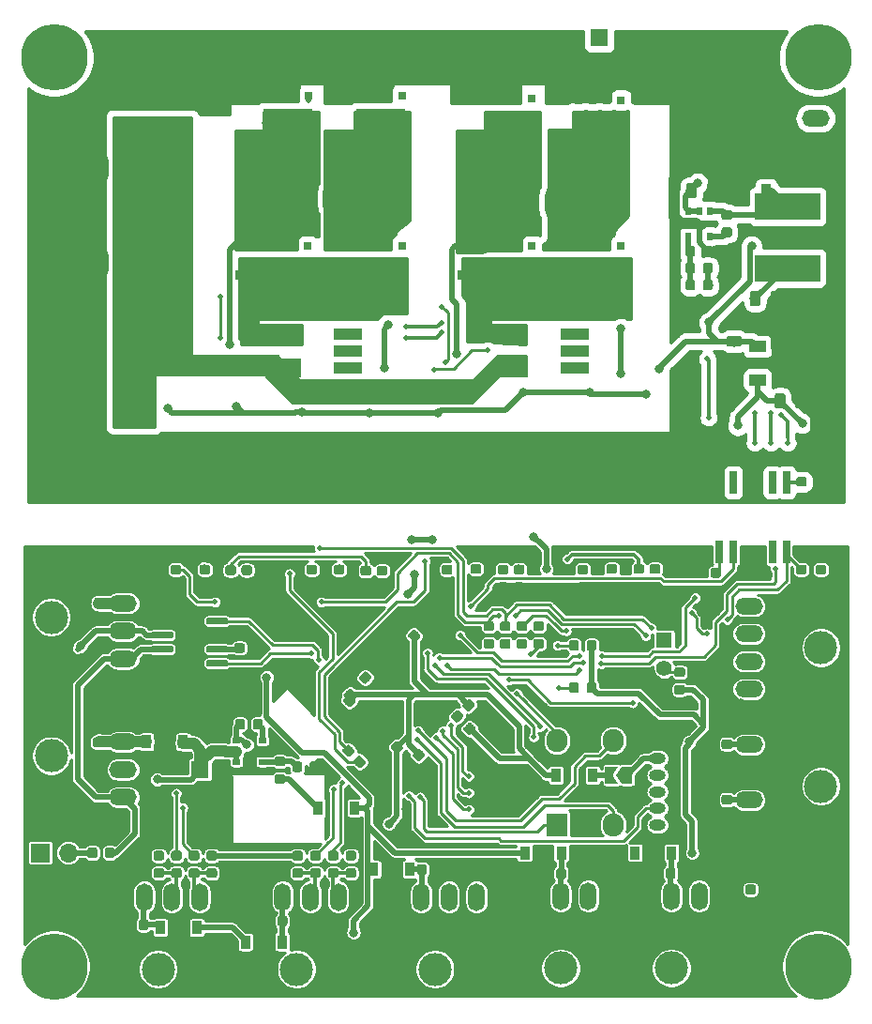
<source format=gbr>
G04 #@! TF.GenerationSoftware,KiCad,Pcbnew,(5.1.4)-1*
G04 #@! TF.CreationDate,2019-10-10T13:45:59+09:00*
G04 #@! TF.ProjectId,MD_Enbarr_x2,4d445f45-6e62-4617-9272-5f78322e6b69,rev?*
G04 #@! TF.SameCoordinates,Original*
G04 #@! TF.FileFunction,Copper,L2,Bot*
G04 #@! TF.FilePolarity,Positive*
%FSLAX46Y46*%
G04 Gerber Fmt 4.6, Leading zero omitted, Abs format (unit mm)*
G04 Created by KiCad (PCBNEW (5.1.4)-1) date 2019-10-10 13:45:59*
%MOMM*%
%LPD*%
G04 APERTURE LIST*
%ADD10C,6.500000*%
%ADD11C,0.100000*%
%ADD12C,0.875000*%
%ADD13R,4.500000X4.290000*%
%ADD14R,0.700000X0.800000*%
%ADD15R,1.600000X1.600000*%
%ADD16C,1.600000*%
%ADD17C,0.975000*%
%ADD18R,2.000000X2.000000*%
%ADD19C,2.000000*%
%ADD20R,0.900000X1.200000*%
%ADD21C,0.300000*%
%ADD22R,1.700000X1.700000*%
%ADD23O,1.700000X1.700000*%
%ADD24R,5.900000X2.450000*%
%ADD25O,1.524000X1.000000*%
%ADD26C,3.000000*%
%ADD27O,2.500000X1.500000*%
%ADD28O,1.500000X2.500000*%
%ADD29R,1.397000X1.397000*%
%ADD30C,1.397000*%
%ADD31R,1.900000X2.100000*%
%ADD32O,1.900000X2.100000*%
%ADD33C,0.600000*%
%ADD34R,0.700000X0.510000*%
%ADD35R,0.640000X2.000000*%
%ADD36R,0.510000X0.700000*%
%ADD37C,0.850000*%
%ADD38R,1.500000X1.000000*%
%ADD39R,1.800000X1.000000*%
%ADD40R,1.840000X2.200000*%
%ADD41C,1.000000*%
%ADD42R,1.200000X0.900000*%
%ADD43R,2.500000X1.800000*%
%ADD44R,2.500000X1.000000*%
%ADD45C,6.000000*%
%ADD46C,0.800000*%
%ADD47C,0.500000*%
%ADD48C,0.300000*%
%ADD49C,0.500000*%
%ADD50C,0.250000*%
%ADD51C,1.000000*%
%ADD52C,0.254000*%
G04 APERTURE END LIST*
D10*
X123000000Y-67100000D03*
X116000000Y-67100000D03*
D11*
G36*
X97777691Y-125576053D02*
G01*
X97798926Y-125579203D01*
X97819750Y-125584419D01*
X97839962Y-125591651D01*
X97859368Y-125600830D01*
X97877781Y-125611866D01*
X97895024Y-125624654D01*
X97910930Y-125639070D01*
X97925346Y-125654976D01*
X97938134Y-125672219D01*
X97949170Y-125690632D01*
X97958349Y-125710038D01*
X97965581Y-125730250D01*
X97970797Y-125751074D01*
X97973947Y-125772309D01*
X97975000Y-125793750D01*
X97975000Y-126231250D01*
X97973947Y-126252691D01*
X97970797Y-126273926D01*
X97965581Y-126294750D01*
X97958349Y-126314962D01*
X97949170Y-126334368D01*
X97938134Y-126352781D01*
X97925346Y-126370024D01*
X97910930Y-126385930D01*
X97895024Y-126400346D01*
X97877781Y-126413134D01*
X97859368Y-126424170D01*
X97839962Y-126433349D01*
X97819750Y-126440581D01*
X97798926Y-126445797D01*
X97777691Y-126448947D01*
X97756250Y-126450000D01*
X97243750Y-126450000D01*
X97222309Y-126448947D01*
X97201074Y-126445797D01*
X97180250Y-126440581D01*
X97160038Y-126433349D01*
X97140632Y-126424170D01*
X97122219Y-126413134D01*
X97104976Y-126400346D01*
X97089070Y-126385930D01*
X97074654Y-126370024D01*
X97061866Y-126352781D01*
X97050830Y-126334368D01*
X97041651Y-126314962D01*
X97034419Y-126294750D01*
X97029203Y-126273926D01*
X97026053Y-126252691D01*
X97025000Y-126231250D01*
X97025000Y-125793750D01*
X97026053Y-125772309D01*
X97029203Y-125751074D01*
X97034419Y-125730250D01*
X97041651Y-125710038D01*
X97050830Y-125690632D01*
X97061866Y-125672219D01*
X97074654Y-125654976D01*
X97089070Y-125639070D01*
X97104976Y-125624654D01*
X97122219Y-125611866D01*
X97140632Y-125600830D01*
X97160038Y-125591651D01*
X97180250Y-125584419D01*
X97201074Y-125579203D01*
X97222309Y-125576053D01*
X97243750Y-125575000D01*
X97756250Y-125575000D01*
X97777691Y-125576053D01*
X97777691Y-125576053D01*
G37*
D12*
X97500000Y-126012500D03*
D11*
G36*
X97777691Y-127151053D02*
G01*
X97798926Y-127154203D01*
X97819750Y-127159419D01*
X97839962Y-127166651D01*
X97859368Y-127175830D01*
X97877781Y-127186866D01*
X97895024Y-127199654D01*
X97910930Y-127214070D01*
X97925346Y-127229976D01*
X97938134Y-127247219D01*
X97949170Y-127265632D01*
X97958349Y-127285038D01*
X97965581Y-127305250D01*
X97970797Y-127326074D01*
X97973947Y-127347309D01*
X97975000Y-127368750D01*
X97975000Y-127806250D01*
X97973947Y-127827691D01*
X97970797Y-127848926D01*
X97965581Y-127869750D01*
X97958349Y-127889962D01*
X97949170Y-127909368D01*
X97938134Y-127927781D01*
X97925346Y-127945024D01*
X97910930Y-127960930D01*
X97895024Y-127975346D01*
X97877781Y-127988134D01*
X97859368Y-127999170D01*
X97839962Y-128008349D01*
X97819750Y-128015581D01*
X97798926Y-128020797D01*
X97777691Y-128023947D01*
X97756250Y-128025000D01*
X97243750Y-128025000D01*
X97222309Y-128023947D01*
X97201074Y-128020797D01*
X97180250Y-128015581D01*
X97160038Y-128008349D01*
X97140632Y-127999170D01*
X97122219Y-127988134D01*
X97104976Y-127975346D01*
X97089070Y-127960930D01*
X97074654Y-127945024D01*
X97061866Y-127927781D01*
X97050830Y-127909368D01*
X97041651Y-127889962D01*
X97034419Y-127869750D01*
X97029203Y-127848926D01*
X97026053Y-127827691D01*
X97025000Y-127806250D01*
X97025000Y-127368750D01*
X97026053Y-127347309D01*
X97029203Y-127326074D01*
X97034419Y-127305250D01*
X97041651Y-127285038D01*
X97050830Y-127265632D01*
X97061866Y-127247219D01*
X97074654Y-127229976D01*
X97089070Y-127214070D01*
X97104976Y-127199654D01*
X97122219Y-127186866D01*
X97140632Y-127175830D01*
X97160038Y-127166651D01*
X97180250Y-127159419D01*
X97201074Y-127154203D01*
X97222309Y-127151053D01*
X97243750Y-127150000D01*
X97756250Y-127150000D01*
X97777691Y-127151053D01*
X97777691Y-127151053D01*
G37*
D12*
X97500000Y-127587500D03*
D13*
X96590000Y-60750000D03*
D14*
X94680000Y-63000000D03*
X95950000Y-63000000D03*
X97230000Y-63000000D03*
X98500000Y-63000000D03*
X98500000Y-57500000D03*
X97230000Y-57500000D03*
X95950000Y-57500000D03*
X94680000Y-57500000D03*
D11*
G36*
X138677691Y-130201053D02*
G01*
X138698926Y-130204203D01*
X138719750Y-130209419D01*
X138739962Y-130216651D01*
X138759368Y-130225830D01*
X138777781Y-130236866D01*
X138795024Y-130249654D01*
X138810930Y-130264070D01*
X138825346Y-130279976D01*
X138838134Y-130297219D01*
X138849170Y-130315632D01*
X138858349Y-130335038D01*
X138865581Y-130355250D01*
X138870797Y-130376074D01*
X138873947Y-130397309D01*
X138875000Y-130418750D01*
X138875000Y-130856250D01*
X138873947Y-130877691D01*
X138870797Y-130898926D01*
X138865581Y-130919750D01*
X138858349Y-130939962D01*
X138849170Y-130959368D01*
X138838134Y-130977781D01*
X138825346Y-130995024D01*
X138810930Y-131010930D01*
X138795024Y-131025346D01*
X138777781Y-131038134D01*
X138759368Y-131049170D01*
X138739962Y-131058349D01*
X138719750Y-131065581D01*
X138698926Y-131070797D01*
X138677691Y-131073947D01*
X138656250Y-131075000D01*
X138143750Y-131075000D01*
X138122309Y-131073947D01*
X138101074Y-131070797D01*
X138080250Y-131065581D01*
X138060038Y-131058349D01*
X138040632Y-131049170D01*
X138022219Y-131038134D01*
X138004976Y-131025346D01*
X137989070Y-131010930D01*
X137974654Y-130995024D01*
X137961866Y-130977781D01*
X137950830Y-130959368D01*
X137941651Y-130939962D01*
X137934419Y-130919750D01*
X137929203Y-130898926D01*
X137926053Y-130877691D01*
X137925000Y-130856250D01*
X137925000Y-130418750D01*
X137926053Y-130397309D01*
X137929203Y-130376074D01*
X137934419Y-130355250D01*
X137941651Y-130335038D01*
X137950830Y-130315632D01*
X137961866Y-130297219D01*
X137974654Y-130279976D01*
X137989070Y-130264070D01*
X138004976Y-130249654D01*
X138022219Y-130236866D01*
X138040632Y-130225830D01*
X138060038Y-130216651D01*
X138080250Y-130209419D01*
X138101074Y-130204203D01*
X138122309Y-130201053D01*
X138143750Y-130200000D01*
X138656250Y-130200000D01*
X138677691Y-130201053D01*
X138677691Y-130201053D01*
G37*
D12*
X138400000Y-130637500D03*
D11*
G36*
X138677691Y-128626053D02*
G01*
X138698926Y-128629203D01*
X138719750Y-128634419D01*
X138739962Y-128641651D01*
X138759368Y-128650830D01*
X138777781Y-128661866D01*
X138795024Y-128674654D01*
X138810930Y-128689070D01*
X138825346Y-128704976D01*
X138838134Y-128722219D01*
X138849170Y-128740632D01*
X138858349Y-128760038D01*
X138865581Y-128780250D01*
X138870797Y-128801074D01*
X138873947Y-128822309D01*
X138875000Y-128843750D01*
X138875000Y-129281250D01*
X138873947Y-129302691D01*
X138870797Y-129323926D01*
X138865581Y-129344750D01*
X138858349Y-129364962D01*
X138849170Y-129384368D01*
X138838134Y-129402781D01*
X138825346Y-129420024D01*
X138810930Y-129435930D01*
X138795024Y-129450346D01*
X138777781Y-129463134D01*
X138759368Y-129474170D01*
X138739962Y-129483349D01*
X138719750Y-129490581D01*
X138698926Y-129495797D01*
X138677691Y-129498947D01*
X138656250Y-129500000D01*
X138143750Y-129500000D01*
X138122309Y-129498947D01*
X138101074Y-129495797D01*
X138080250Y-129490581D01*
X138060038Y-129483349D01*
X138040632Y-129474170D01*
X138022219Y-129463134D01*
X138004976Y-129450346D01*
X137989070Y-129435930D01*
X137974654Y-129420024D01*
X137961866Y-129402781D01*
X137950830Y-129384368D01*
X137941651Y-129364962D01*
X137934419Y-129344750D01*
X137929203Y-129323926D01*
X137926053Y-129302691D01*
X137925000Y-129281250D01*
X137925000Y-128843750D01*
X137926053Y-128822309D01*
X137929203Y-128801074D01*
X137934419Y-128780250D01*
X137941651Y-128760038D01*
X137950830Y-128740632D01*
X137961866Y-128722219D01*
X137974654Y-128704976D01*
X137989070Y-128689070D01*
X138004976Y-128674654D01*
X138022219Y-128661866D01*
X138040632Y-128650830D01*
X138060038Y-128641651D01*
X138080250Y-128634419D01*
X138101074Y-128629203D01*
X138122309Y-128626053D01*
X138143750Y-128625000D01*
X138656250Y-128625000D01*
X138677691Y-128626053D01*
X138677691Y-128626053D01*
G37*
D12*
X138400000Y-129062500D03*
D11*
G36*
X136527691Y-122101053D02*
G01*
X136548926Y-122104203D01*
X136569750Y-122109419D01*
X136589962Y-122116651D01*
X136609368Y-122125830D01*
X136627781Y-122136866D01*
X136645024Y-122149654D01*
X136660930Y-122164070D01*
X136675346Y-122179976D01*
X136688134Y-122197219D01*
X136699170Y-122215632D01*
X136708349Y-122235038D01*
X136715581Y-122255250D01*
X136720797Y-122276074D01*
X136723947Y-122297309D01*
X136725000Y-122318750D01*
X136725000Y-122756250D01*
X136723947Y-122777691D01*
X136720797Y-122798926D01*
X136715581Y-122819750D01*
X136708349Y-122839962D01*
X136699170Y-122859368D01*
X136688134Y-122877781D01*
X136675346Y-122895024D01*
X136660930Y-122910930D01*
X136645024Y-122925346D01*
X136627781Y-122938134D01*
X136609368Y-122949170D01*
X136589962Y-122958349D01*
X136569750Y-122965581D01*
X136548926Y-122970797D01*
X136527691Y-122973947D01*
X136506250Y-122975000D01*
X135993750Y-122975000D01*
X135972309Y-122973947D01*
X135951074Y-122970797D01*
X135930250Y-122965581D01*
X135910038Y-122958349D01*
X135890632Y-122949170D01*
X135872219Y-122938134D01*
X135854976Y-122925346D01*
X135839070Y-122910930D01*
X135824654Y-122895024D01*
X135811866Y-122877781D01*
X135800830Y-122859368D01*
X135791651Y-122839962D01*
X135784419Y-122819750D01*
X135779203Y-122798926D01*
X135776053Y-122777691D01*
X135775000Y-122756250D01*
X135775000Y-122318750D01*
X135776053Y-122297309D01*
X135779203Y-122276074D01*
X135784419Y-122255250D01*
X135791651Y-122235038D01*
X135800830Y-122215632D01*
X135811866Y-122197219D01*
X135824654Y-122179976D01*
X135839070Y-122164070D01*
X135854976Y-122149654D01*
X135872219Y-122136866D01*
X135890632Y-122125830D01*
X135910038Y-122116651D01*
X135930250Y-122109419D01*
X135951074Y-122104203D01*
X135972309Y-122101053D01*
X135993750Y-122100000D01*
X136506250Y-122100000D01*
X136527691Y-122101053D01*
X136527691Y-122101053D01*
G37*
D12*
X136250000Y-122537500D03*
D11*
G36*
X136527691Y-120526053D02*
G01*
X136548926Y-120529203D01*
X136569750Y-120534419D01*
X136589962Y-120541651D01*
X136609368Y-120550830D01*
X136627781Y-120561866D01*
X136645024Y-120574654D01*
X136660930Y-120589070D01*
X136675346Y-120604976D01*
X136688134Y-120622219D01*
X136699170Y-120640632D01*
X136708349Y-120660038D01*
X136715581Y-120680250D01*
X136720797Y-120701074D01*
X136723947Y-120722309D01*
X136725000Y-120743750D01*
X136725000Y-121181250D01*
X136723947Y-121202691D01*
X136720797Y-121223926D01*
X136715581Y-121244750D01*
X136708349Y-121264962D01*
X136699170Y-121284368D01*
X136688134Y-121302781D01*
X136675346Y-121320024D01*
X136660930Y-121335930D01*
X136645024Y-121350346D01*
X136627781Y-121363134D01*
X136609368Y-121374170D01*
X136589962Y-121383349D01*
X136569750Y-121390581D01*
X136548926Y-121395797D01*
X136527691Y-121398947D01*
X136506250Y-121400000D01*
X135993750Y-121400000D01*
X135972309Y-121398947D01*
X135951074Y-121395797D01*
X135930250Y-121390581D01*
X135910038Y-121383349D01*
X135890632Y-121374170D01*
X135872219Y-121363134D01*
X135854976Y-121350346D01*
X135839070Y-121335930D01*
X135824654Y-121320024D01*
X135811866Y-121302781D01*
X135800830Y-121284368D01*
X135791651Y-121264962D01*
X135784419Y-121244750D01*
X135779203Y-121223926D01*
X135776053Y-121202691D01*
X135775000Y-121181250D01*
X135775000Y-120743750D01*
X135776053Y-120722309D01*
X135779203Y-120701074D01*
X135784419Y-120680250D01*
X135791651Y-120660038D01*
X135800830Y-120640632D01*
X135811866Y-120622219D01*
X135824654Y-120604976D01*
X135839070Y-120589070D01*
X135854976Y-120574654D01*
X135872219Y-120561866D01*
X135890632Y-120550830D01*
X135910038Y-120541651D01*
X135930250Y-120534419D01*
X135951074Y-120529203D01*
X135972309Y-120526053D01*
X135993750Y-120525000D01*
X136506250Y-120525000D01*
X136527691Y-120526053D01*
X136527691Y-120526053D01*
G37*
D12*
X136250000Y-120962500D03*
D11*
G36*
X108491111Y-116389580D02*
G01*
X108512346Y-116392730D01*
X108533170Y-116397946D01*
X108553382Y-116405178D01*
X108572788Y-116414357D01*
X108591201Y-116425393D01*
X108608444Y-116438181D01*
X108624350Y-116452597D01*
X108933709Y-116761956D01*
X108948125Y-116777862D01*
X108960913Y-116795105D01*
X108971949Y-116813518D01*
X108981128Y-116832924D01*
X108988360Y-116853136D01*
X108993576Y-116873960D01*
X108996726Y-116895195D01*
X108997779Y-116916636D01*
X108996726Y-116938077D01*
X108993576Y-116959312D01*
X108988360Y-116980136D01*
X108981128Y-117000348D01*
X108971949Y-117019754D01*
X108960913Y-117038167D01*
X108948125Y-117055410D01*
X108933709Y-117071316D01*
X108571316Y-117433709D01*
X108555410Y-117448125D01*
X108538167Y-117460913D01*
X108519754Y-117471949D01*
X108500348Y-117481128D01*
X108480136Y-117488360D01*
X108459312Y-117493576D01*
X108438077Y-117496726D01*
X108416636Y-117497779D01*
X108395195Y-117496726D01*
X108373960Y-117493576D01*
X108353136Y-117488360D01*
X108332924Y-117481128D01*
X108313518Y-117471949D01*
X108295105Y-117460913D01*
X108277862Y-117448125D01*
X108261956Y-117433709D01*
X107952597Y-117124350D01*
X107938181Y-117108444D01*
X107925393Y-117091201D01*
X107914357Y-117072788D01*
X107905178Y-117053382D01*
X107897946Y-117033170D01*
X107892730Y-117012346D01*
X107889580Y-116991111D01*
X107888527Y-116969670D01*
X107889580Y-116948229D01*
X107892730Y-116926994D01*
X107897946Y-116906170D01*
X107905178Y-116885958D01*
X107914357Y-116866552D01*
X107925393Y-116848139D01*
X107938181Y-116830896D01*
X107952597Y-116814990D01*
X108314990Y-116452597D01*
X108330896Y-116438181D01*
X108348139Y-116425393D01*
X108366552Y-116414357D01*
X108385958Y-116405178D01*
X108406170Y-116397946D01*
X108426994Y-116392730D01*
X108448229Y-116389580D01*
X108469670Y-116388527D01*
X108491111Y-116389580D01*
X108491111Y-116389580D01*
G37*
D12*
X108443153Y-116943153D03*
D11*
G36*
X109604805Y-117503274D02*
G01*
X109626040Y-117506424D01*
X109646864Y-117511640D01*
X109667076Y-117518872D01*
X109686482Y-117528051D01*
X109704895Y-117539087D01*
X109722138Y-117551875D01*
X109738044Y-117566291D01*
X110047403Y-117875650D01*
X110061819Y-117891556D01*
X110074607Y-117908799D01*
X110085643Y-117927212D01*
X110094822Y-117946618D01*
X110102054Y-117966830D01*
X110107270Y-117987654D01*
X110110420Y-118008889D01*
X110111473Y-118030330D01*
X110110420Y-118051771D01*
X110107270Y-118073006D01*
X110102054Y-118093830D01*
X110094822Y-118114042D01*
X110085643Y-118133448D01*
X110074607Y-118151861D01*
X110061819Y-118169104D01*
X110047403Y-118185010D01*
X109685010Y-118547403D01*
X109669104Y-118561819D01*
X109651861Y-118574607D01*
X109633448Y-118585643D01*
X109614042Y-118594822D01*
X109593830Y-118602054D01*
X109573006Y-118607270D01*
X109551771Y-118610420D01*
X109530330Y-118611473D01*
X109508889Y-118610420D01*
X109487654Y-118607270D01*
X109466830Y-118602054D01*
X109446618Y-118594822D01*
X109427212Y-118585643D01*
X109408799Y-118574607D01*
X109391556Y-118561819D01*
X109375650Y-118547403D01*
X109066291Y-118238044D01*
X109051875Y-118222138D01*
X109039087Y-118204895D01*
X109028051Y-118186482D01*
X109018872Y-118167076D01*
X109011640Y-118146864D01*
X109006424Y-118126040D01*
X109003274Y-118104805D01*
X109002221Y-118083364D01*
X109003274Y-118061923D01*
X109006424Y-118040688D01*
X109011640Y-118019864D01*
X109018872Y-117999652D01*
X109028051Y-117980246D01*
X109039087Y-117961833D01*
X109051875Y-117944590D01*
X109066291Y-117928684D01*
X109428684Y-117566291D01*
X109444590Y-117551875D01*
X109461833Y-117539087D01*
X109480246Y-117528051D01*
X109499652Y-117518872D01*
X109519864Y-117511640D01*
X109540688Y-117506424D01*
X109561923Y-117503274D01*
X109583364Y-117502221D01*
X109604805Y-117503274D01*
X109604805Y-117503274D01*
G37*
D12*
X109556847Y-118056847D03*
D11*
G36*
X114104805Y-113003274D02*
G01*
X114126040Y-113006424D01*
X114146864Y-113011640D01*
X114167076Y-113018872D01*
X114186482Y-113028051D01*
X114204895Y-113039087D01*
X114222138Y-113051875D01*
X114238044Y-113066291D01*
X114547403Y-113375650D01*
X114561819Y-113391556D01*
X114574607Y-113408799D01*
X114585643Y-113427212D01*
X114594822Y-113446618D01*
X114602054Y-113466830D01*
X114607270Y-113487654D01*
X114610420Y-113508889D01*
X114611473Y-113530330D01*
X114610420Y-113551771D01*
X114607270Y-113573006D01*
X114602054Y-113593830D01*
X114594822Y-113614042D01*
X114585643Y-113633448D01*
X114574607Y-113651861D01*
X114561819Y-113669104D01*
X114547403Y-113685010D01*
X114185010Y-114047403D01*
X114169104Y-114061819D01*
X114151861Y-114074607D01*
X114133448Y-114085643D01*
X114114042Y-114094822D01*
X114093830Y-114102054D01*
X114073006Y-114107270D01*
X114051771Y-114110420D01*
X114030330Y-114111473D01*
X114008889Y-114110420D01*
X113987654Y-114107270D01*
X113966830Y-114102054D01*
X113946618Y-114094822D01*
X113927212Y-114085643D01*
X113908799Y-114074607D01*
X113891556Y-114061819D01*
X113875650Y-114047403D01*
X113566291Y-113738044D01*
X113551875Y-113722138D01*
X113539087Y-113704895D01*
X113528051Y-113686482D01*
X113518872Y-113667076D01*
X113511640Y-113646864D01*
X113506424Y-113626040D01*
X113503274Y-113604805D01*
X113502221Y-113583364D01*
X113503274Y-113561923D01*
X113506424Y-113540688D01*
X113511640Y-113519864D01*
X113518872Y-113499652D01*
X113528051Y-113480246D01*
X113539087Y-113461833D01*
X113551875Y-113444590D01*
X113566291Y-113428684D01*
X113928684Y-113066291D01*
X113944590Y-113051875D01*
X113961833Y-113039087D01*
X113980246Y-113028051D01*
X113999652Y-113018872D01*
X114019864Y-113011640D01*
X114040688Y-113006424D01*
X114061923Y-113003274D01*
X114083364Y-113002221D01*
X114104805Y-113003274D01*
X114104805Y-113003274D01*
G37*
D12*
X114056847Y-113556847D03*
D11*
G36*
X112991111Y-111889580D02*
G01*
X113012346Y-111892730D01*
X113033170Y-111897946D01*
X113053382Y-111905178D01*
X113072788Y-111914357D01*
X113091201Y-111925393D01*
X113108444Y-111938181D01*
X113124350Y-111952597D01*
X113433709Y-112261956D01*
X113448125Y-112277862D01*
X113460913Y-112295105D01*
X113471949Y-112313518D01*
X113481128Y-112332924D01*
X113488360Y-112353136D01*
X113493576Y-112373960D01*
X113496726Y-112395195D01*
X113497779Y-112416636D01*
X113496726Y-112438077D01*
X113493576Y-112459312D01*
X113488360Y-112480136D01*
X113481128Y-112500348D01*
X113471949Y-112519754D01*
X113460913Y-112538167D01*
X113448125Y-112555410D01*
X113433709Y-112571316D01*
X113071316Y-112933709D01*
X113055410Y-112948125D01*
X113038167Y-112960913D01*
X113019754Y-112971949D01*
X113000348Y-112981128D01*
X112980136Y-112988360D01*
X112959312Y-112993576D01*
X112938077Y-112996726D01*
X112916636Y-112997779D01*
X112895195Y-112996726D01*
X112873960Y-112993576D01*
X112853136Y-112988360D01*
X112832924Y-112981128D01*
X112813518Y-112971949D01*
X112795105Y-112960913D01*
X112777862Y-112948125D01*
X112761956Y-112933709D01*
X112452597Y-112624350D01*
X112438181Y-112608444D01*
X112425393Y-112591201D01*
X112414357Y-112572788D01*
X112405178Y-112553382D01*
X112397946Y-112533170D01*
X112392730Y-112512346D01*
X112389580Y-112491111D01*
X112388527Y-112469670D01*
X112389580Y-112448229D01*
X112392730Y-112426994D01*
X112397946Y-112406170D01*
X112405178Y-112385958D01*
X112414357Y-112366552D01*
X112425393Y-112348139D01*
X112438181Y-112330896D01*
X112452597Y-112314990D01*
X112814990Y-111952597D01*
X112830896Y-111938181D01*
X112848139Y-111925393D01*
X112866552Y-111914357D01*
X112885958Y-111905178D01*
X112906170Y-111897946D01*
X112926994Y-111892730D01*
X112948229Y-111889580D01*
X112969670Y-111888527D01*
X112991111Y-111889580D01*
X112991111Y-111889580D01*
G37*
D12*
X112943153Y-112443153D03*
D11*
G36*
X79777691Y-102776053D02*
G01*
X79798926Y-102779203D01*
X79819750Y-102784419D01*
X79839962Y-102791651D01*
X79859368Y-102800830D01*
X79877781Y-102811866D01*
X79895024Y-102824654D01*
X79910930Y-102839070D01*
X79925346Y-102854976D01*
X79938134Y-102872219D01*
X79949170Y-102890632D01*
X79958349Y-102910038D01*
X79965581Y-102930250D01*
X79970797Y-102951074D01*
X79973947Y-102972309D01*
X79975000Y-102993750D01*
X79975000Y-103506250D01*
X79973947Y-103527691D01*
X79970797Y-103548926D01*
X79965581Y-103569750D01*
X79958349Y-103589962D01*
X79949170Y-103609368D01*
X79938134Y-103627781D01*
X79925346Y-103645024D01*
X79910930Y-103660930D01*
X79895024Y-103675346D01*
X79877781Y-103688134D01*
X79859368Y-103699170D01*
X79839962Y-103708349D01*
X79819750Y-103715581D01*
X79798926Y-103720797D01*
X79777691Y-103723947D01*
X79756250Y-103725000D01*
X79318750Y-103725000D01*
X79297309Y-103723947D01*
X79276074Y-103720797D01*
X79255250Y-103715581D01*
X79235038Y-103708349D01*
X79215632Y-103699170D01*
X79197219Y-103688134D01*
X79179976Y-103675346D01*
X79164070Y-103660930D01*
X79149654Y-103645024D01*
X79136866Y-103627781D01*
X79125830Y-103609368D01*
X79116651Y-103589962D01*
X79109419Y-103569750D01*
X79104203Y-103548926D01*
X79101053Y-103527691D01*
X79100000Y-103506250D01*
X79100000Y-102993750D01*
X79101053Y-102972309D01*
X79104203Y-102951074D01*
X79109419Y-102930250D01*
X79116651Y-102910038D01*
X79125830Y-102890632D01*
X79136866Y-102872219D01*
X79149654Y-102854976D01*
X79164070Y-102839070D01*
X79179976Y-102824654D01*
X79197219Y-102811866D01*
X79215632Y-102800830D01*
X79235038Y-102791651D01*
X79255250Y-102784419D01*
X79276074Y-102779203D01*
X79297309Y-102776053D01*
X79318750Y-102775000D01*
X79756250Y-102775000D01*
X79777691Y-102776053D01*
X79777691Y-102776053D01*
G37*
D12*
X79537500Y-103250000D03*
D11*
G36*
X78202691Y-102776053D02*
G01*
X78223926Y-102779203D01*
X78244750Y-102784419D01*
X78264962Y-102791651D01*
X78284368Y-102800830D01*
X78302781Y-102811866D01*
X78320024Y-102824654D01*
X78335930Y-102839070D01*
X78350346Y-102854976D01*
X78363134Y-102872219D01*
X78374170Y-102890632D01*
X78383349Y-102910038D01*
X78390581Y-102930250D01*
X78395797Y-102951074D01*
X78398947Y-102972309D01*
X78400000Y-102993750D01*
X78400000Y-103506250D01*
X78398947Y-103527691D01*
X78395797Y-103548926D01*
X78390581Y-103569750D01*
X78383349Y-103589962D01*
X78374170Y-103609368D01*
X78363134Y-103627781D01*
X78350346Y-103645024D01*
X78335930Y-103660930D01*
X78320024Y-103675346D01*
X78302781Y-103688134D01*
X78284368Y-103699170D01*
X78264962Y-103708349D01*
X78244750Y-103715581D01*
X78223926Y-103720797D01*
X78202691Y-103723947D01*
X78181250Y-103725000D01*
X77743750Y-103725000D01*
X77722309Y-103723947D01*
X77701074Y-103720797D01*
X77680250Y-103715581D01*
X77660038Y-103708349D01*
X77640632Y-103699170D01*
X77622219Y-103688134D01*
X77604976Y-103675346D01*
X77589070Y-103660930D01*
X77574654Y-103645024D01*
X77561866Y-103627781D01*
X77550830Y-103609368D01*
X77541651Y-103589962D01*
X77534419Y-103569750D01*
X77529203Y-103548926D01*
X77526053Y-103527691D01*
X77525000Y-103506250D01*
X77525000Y-102993750D01*
X77526053Y-102972309D01*
X77529203Y-102951074D01*
X77534419Y-102930250D01*
X77541651Y-102910038D01*
X77550830Y-102890632D01*
X77561866Y-102872219D01*
X77574654Y-102854976D01*
X77589070Y-102839070D01*
X77604976Y-102824654D01*
X77622219Y-102811866D01*
X77640632Y-102800830D01*
X77660038Y-102791651D01*
X77680250Y-102784419D01*
X77701074Y-102779203D01*
X77722309Y-102776053D01*
X77743750Y-102775000D01*
X78181250Y-102775000D01*
X78202691Y-102776053D01*
X78202691Y-102776053D01*
G37*
D12*
X77962500Y-103250000D03*
D11*
G36*
X109064270Y-104464259D02*
G01*
X109085338Y-104468378D01*
X109105901Y-104474542D01*
X109125761Y-104482692D01*
X109144726Y-104492750D01*
X109162614Y-104504618D01*
X109179253Y-104518182D01*
X109560115Y-104861112D01*
X109575345Y-104876242D01*
X109589017Y-104892792D01*
X109601002Y-104910602D01*
X109611184Y-104929501D01*
X109619464Y-104949307D01*
X109625762Y-104969829D01*
X109630019Y-104990870D01*
X109632193Y-105012227D01*
X109632263Y-105033694D01*
X109630229Y-105055064D01*
X109626110Y-105076132D01*
X109619946Y-105096695D01*
X109611796Y-105116555D01*
X109601738Y-105135520D01*
X109589870Y-105153409D01*
X109576306Y-105170047D01*
X109283562Y-105495173D01*
X109268432Y-105510402D01*
X109251883Y-105524075D01*
X109234073Y-105536060D01*
X109215174Y-105546241D01*
X109195368Y-105554521D01*
X109174845Y-105560820D01*
X109153805Y-105565077D01*
X109132448Y-105567251D01*
X109110981Y-105567321D01*
X109089610Y-105565287D01*
X109068542Y-105561168D01*
X109047979Y-105555004D01*
X109028119Y-105546854D01*
X109009154Y-105536796D01*
X108991266Y-105524928D01*
X108974627Y-105511364D01*
X108593765Y-105168434D01*
X108578535Y-105153304D01*
X108564863Y-105136754D01*
X108552878Y-105118944D01*
X108542696Y-105100045D01*
X108534416Y-105080239D01*
X108528118Y-105059717D01*
X108523861Y-105038676D01*
X108521687Y-105017319D01*
X108521617Y-104995852D01*
X108523651Y-104974482D01*
X108527770Y-104953414D01*
X108533934Y-104932851D01*
X108542084Y-104912991D01*
X108552142Y-104894026D01*
X108564010Y-104876137D01*
X108577574Y-104859499D01*
X108870318Y-104534373D01*
X108885448Y-104519144D01*
X108901997Y-104505471D01*
X108919807Y-104493486D01*
X108938706Y-104483305D01*
X108958512Y-104475025D01*
X108979035Y-104468726D01*
X109000075Y-104464469D01*
X109021432Y-104462295D01*
X109042899Y-104462225D01*
X109064270Y-104464259D01*
X109064270Y-104464259D01*
G37*
D12*
X109076940Y-105014773D03*
D11*
G36*
X108010390Y-105634713D02*
G01*
X108031458Y-105638832D01*
X108052021Y-105644996D01*
X108071881Y-105653146D01*
X108090846Y-105663204D01*
X108108734Y-105675072D01*
X108125373Y-105688636D01*
X108506235Y-106031566D01*
X108521465Y-106046696D01*
X108535137Y-106063246D01*
X108547122Y-106081056D01*
X108557304Y-106099955D01*
X108565584Y-106119761D01*
X108571882Y-106140283D01*
X108576139Y-106161324D01*
X108578313Y-106182681D01*
X108578383Y-106204148D01*
X108576349Y-106225518D01*
X108572230Y-106246586D01*
X108566066Y-106267149D01*
X108557916Y-106287009D01*
X108547858Y-106305974D01*
X108535990Y-106323863D01*
X108522426Y-106340501D01*
X108229682Y-106665627D01*
X108214552Y-106680856D01*
X108198003Y-106694529D01*
X108180193Y-106706514D01*
X108161294Y-106716695D01*
X108141488Y-106724975D01*
X108120965Y-106731274D01*
X108099925Y-106735531D01*
X108078568Y-106737705D01*
X108057101Y-106737775D01*
X108035730Y-106735741D01*
X108014662Y-106731622D01*
X107994099Y-106725458D01*
X107974239Y-106717308D01*
X107955274Y-106707250D01*
X107937386Y-106695382D01*
X107920747Y-106681818D01*
X107539885Y-106338888D01*
X107524655Y-106323758D01*
X107510983Y-106307208D01*
X107498998Y-106289398D01*
X107488816Y-106270499D01*
X107480536Y-106250693D01*
X107474238Y-106230171D01*
X107469981Y-106209130D01*
X107467807Y-106187773D01*
X107467737Y-106166306D01*
X107469771Y-106144936D01*
X107473890Y-106123868D01*
X107480054Y-106103305D01*
X107488204Y-106083445D01*
X107498262Y-106064480D01*
X107510130Y-106046591D01*
X107523694Y-106029953D01*
X107816438Y-105704827D01*
X107831568Y-105689598D01*
X107848117Y-105675925D01*
X107865927Y-105663940D01*
X107884826Y-105653759D01*
X107904632Y-105645479D01*
X107925155Y-105639180D01*
X107946195Y-105634923D01*
X107967552Y-105632749D01*
X107989019Y-105632679D01*
X108010390Y-105634713D01*
X108010390Y-105634713D01*
G37*
D12*
X108023060Y-106185227D03*
D11*
G36*
X102254805Y-110953274D02*
G01*
X102276040Y-110956424D01*
X102296864Y-110961640D01*
X102317076Y-110968872D01*
X102336482Y-110978051D01*
X102354895Y-110989087D01*
X102372138Y-111001875D01*
X102388044Y-111016291D01*
X102697403Y-111325650D01*
X102711819Y-111341556D01*
X102724607Y-111358799D01*
X102735643Y-111377212D01*
X102744822Y-111396618D01*
X102752054Y-111416830D01*
X102757270Y-111437654D01*
X102760420Y-111458889D01*
X102761473Y-111480330D01*
X102760420Y-111501771D01*
X102757270Y-111523006D01*
X102752054Y-111543830D01*
X102744822Y-111564042D01*
X102735643Y-111583448D01*
X102724607Y-111601861D01*
X102711819Y-111619104D01*
X102697403Y-111635010D01*
X102335010Y-111997403D01*
X102319104Y-112011819D01*
X102301861Y-112024607D01*
X102283448Y-112035643D01*
X102264042Y-112044822D01*
X102243830Y-112052054D01*
X102223006Y-112057270D01*
X102201771Y-112060420D01*
X102180330Y-112061473D01*
X102158889Y-112060420D01*
X102137654Y-112057270D01*
X102116830Y-112052054D01*
X102096618Y-112044822D01*
X102077212Y-112035643D01*
X102058799Y-112024607D01*
X102041556Y-112011819D01*
X102025650Y-111997403D01*
X101716291Y-111688044D01*
X101701875Y-111672138D01*
X101689087Y-111654895D01*
X101678051Y-111636482D01*
X101668872Y-111617076D01*
X101661640Y-111596864D01*
X101656424Y-111576040D01*
X101653274Y-111554805D01*
X101652221Y-111533364D01*
X101653274Y-111511923D01*
X101656424Y-111490688D01*
X101661640Y-111469864D01*
X101668872Y-111449652D01*
X101678051Y-111430246D01*
X101689087Y-111411833D01*
X101701875Y-111394590D01*
X101716291Y-111378684D01*
X102078684Y-111016291D01*
X102094590Y-111001875D01*
X102111833Y-110989087D01*
X102130246Y-110978051D01*
X102149652Y-110968872D01*
X102169864Y-110961640D01*
X102190688Y-110956424D01*
X102211923Y-110953274D01*
X102233364Y-110952221D01*
X102254805Y-110953274D01*
X102254805Y-110953274D01*
G37*
D12*
X102206847Y-111506847D03*
D11*
G36*
X101141111Y-109839580D02*
G01*
X101162346Y-109842730D01*
X101183170Y-109847946D01*
X101203382Y-109855178D01*
X101222788Y-109864357D01*
X101241201Y-109875393D01*
X101258444Y-109888181D01*
X101274350Y-109902597D01*
X101583709Y-110211956D01*
X101598125Y-110227862D01*
X101610913Y-110245105D01*
X101621949Y-110263518D01*
X101631128Y-110282924D01*
X101638360Y-110303136D01*
X101643576Y-110323960D01*
X101646726Y-110345195D01*
X101647779Y-110366636D01*
X101646726Y-110388077D01*
X101643576Y-110409312D01*
X101638360Y-110430136D01*
X101631128Y-110450348D01*
X101621949Y-110469754D01*
X101610913Y-110488167D01*
X101598125Y-110505410D01*
X101583709Y-110521316D01*
X101221316Y-110883709D01*
X101205410Y-110898125D01*
X101188167Y-110910913D01*
X101169754Y-110921949D01*
X101150348Y-110931128D01*
X101130136Y-110938360D01*
X101109312Y-110943576D01*
X101088077Y-110946726D01*
X101066636Y-110947779D01*
X101045195Y-110946726D01*
X101023960Y-110943576D01*
X101003136Y-110938360D01*
X100982924Y-110931128D01*
X100963518Y-110921949D01*
X100945105Y-110910913D01*
X100927862Y-110898125D01*
X100911956Y-110883709D01*
X100602597Y-110574350D01*
X100588181Y-110558444D01*
X100575393Y-110541201D01*
X100564357Y-110522788D01*
X100555178Y-110503382D01*
X100547946Y-110483170D01*
X100542730Y-110462346D01*
X100539580Y-110441111D01*
X100538527Y-110419670D01*
X100539580Y-110398229D01*
X100542730Y-110376994D01*
X100547946Y-110356170D01*
X100555178Y-110335958D01*
X100564357Y-110316552D01*
X100575393Y-110298139D01*
X100588181Y-110280896D01*
X100602597Y-110264990D01*
X100964990Y-109902597D01*
X100980896Y-109888181D01*
X100998139Y-109875393D01*
X101016552Y-109864357D01*
X101035958Y-109855178D01*
X101056170Y-109847946D01*
X101076994Y-109842730D01*
X101098229Y-109839580D01*
X101119670Y-109838527D01*
X101141111Y-109839580D01*
X101141111Y-109839580D01*
G37*
D12*
X101093153Y-110393153D03*
D11*
G36*
X105338077Y-116803274D02*
G01*
X105359312Y-116806424D01*
X105380136Y-116811640D01*
X105400348Y-116818872D01*
X105419754Y-116828051D01*
X105438167Y-116839087D01*
X105455410Y-116851875D01*
X105471316Y-116866291D01*
X105833709Y-117228684D01*
X105848125Y-117244590D01*
X105860913Y-117261833D01*
X105871949Y-117280246D01*
X105881128Y-117299652D01*
X105888360Y-117319864D01*
X105893576Y-117340688D01*
X105896726Y-117361923D01*
X105897779Y-117383364D01*
X105896726Y-117404805D01*
X105893576Y-117426040D01*
X105888360Y-117446864D01*
X105881128Y-117467076D01*
X105871949Y-117486482D01*
X105860913Y-117504895D01*
X105848125Y-117522138D01*
X105833709Y-117538044D01*
X105524350Y-117847403D01*
X105508444Y-117861819D01*
X105491201Y-117874607D01*
X105472788Y-117885643D01*
X105453382Y-117894822D01*
X105433170Y-117902054D01*
X105412346Y-117907270D01*
X105391111Y-117910420D01*
X105369670Y-117911473D01*
X105348229Y-117910420D01*
X105326994Y-117907270D01*
X105306170Y-117902054D01*
X105285958Y-117894822D01*
X105266552Y-117885643D01*
X105248139Y-117874607D01*
X105230896Y-117861819D01*
X105214990Y-117847403D01*
X104852597Y-117485010D01*
X104838181Y-117469104D01*
X104825393Y-117451861D01*
X104814357Y-117433448D01*
X104805178Y-117414042D01*
X104797946Y-117393830D01*
X104792730Y-117373006D01*
X104789580Y-117351771D01*
X104788527Y-117330330D01*
X104789580Y-117308889D01*
X104792730Y-117287654D01*
X104797946Y-117266830D01*
X104805178Y-117246618D01*
X104814357Y-117227212D01*
X104825393Y-117208799D01*
X104838181Y-117191556D01*
X104852597Y-117175650D01*
X105161956Y-116866291D01*
X105177862Y-116851875D01*
X105195105Y-116839087D01*
X105213518Y-116828051D01*
X105232924Y-116818872D01*
X105253136Y-116811640D01*
X105273960Y-116806424D01*
X105295195Y-116803274D01*
X105316636Y-116802221D01*
X105338077Y-116803274D01*
X105338077Y-116803274D01*
G37*
D12*
X105343153Y-117356847D03*
D11*
G36*
X106451771Y-115689580D02*
G01*
X106473006Y-115692730D01*
X106493830Y-115697946D01*
X106514042Y-115705178D01*
X106533448Y-115714357D01*
X106551861Y-115725393D01*
X106569104Y-115738181D01*
X106585010Y-115752597D01*
X106947403Y-116114990D01*
X106961819Y-116130896D01*
X106974607Y-116148139D01*
X106985643Y-116166552D01*
X106994822Y-116185958D01*
X107002054Y-116206170D01*
X107007270Y-116226994D01*
X107010420Y-116248229D01*
X107011473Y-116269670D01*
X107010420Y-116291111D01*
X107007270Y-116312346D01*
X107002054Y-116333170D01*
X106994822Y-116353382D01*
X106985643Y-116372788D01*
X106974607Y-116391201D01*
X106961819Y-116408444D01*
X106947403Y-116424350D01*
X106638044Y-116733709D01*
X106622138Y-116748125D01*
X106604895Y-116760913D01*
X106586482Y-116771949D01*
X106567076Y-116781128D01*
X106546864Y-116788360D01*
X106526040Y-116793576D01*
X106504805Y-116796726D01*
X106483364Y-116797779D01*
X106461923Y-116796726D01*
X106440688Y-116793576D01*
X106419864Y-116788360D01*
X106399652Y-116781128D01*
X106380246Y-116771949D01*
X106361833Y-116760913D01*
X106344590Y-116748125D01*
X106328684Y-116733709D01*
X105966291Y-116371316D01*
X105951875Y-116355410D01*
X105939087Y-116338167D01*
X105928051Y-116319754D01*
X105918872Y-116300348D01*
X105911640Y-116280136D01*
X105906424Y-116259312D01*
X105903274Y-116238077D01*
X105902221Y-116216636D01*
X105903274Y-116195195D01*
X105906424Y-116173960D01*
X105911640Y-116153136D01*
X105918872Y-116132924D01*
X105928051Y-116113518D01*
X105939087Y-116095105D01*
X105951875Y-116077862D01*
X105966291Y-116061956D01*
X106275650Y-115752597D01*
X106291556Y-115738181D01*
X106308799Y-115725393D01*
X106327212Y-115714357D01*
X106346618Y-115705178D01*
X106366830Y-115697946D01*
X106387654Y-115692730D01*
X106408889Y-115689580D01*
X106430330Y-115688527D01*
X106451771Y-115689580D01*
X106451771Y-115689580D01*
G37*
D12*
X106456847Y-116243153D03*
D11*
G36*
X79777691Y-115351053D02*
G01*
X79798926Y-115354203D01*
X79819750Y-115359419D01*
X79839962Y-115366651D01*
X79859368Y-115375830D01*
X79877781Y-115386866D01*
X79895024Y-115399654D01*
X79910930Y-115414070D01*
X79925346Y-115429976D01*
X79938134Y-115447219D01*
X79949170Y-115465632D01*
X79958349Y-115485038D01*
X79965581Y-115505250D01*
X79970797Y-115526074D01*
X79973947Y-115547309D01*
X79975000Y-115568750D01*
X79975000Y-116006250D01*
X79973947Y-116027691D01*
X79970797Y-116048926D01*
X79965581Y-116069750D01*
X79958349Y-116089962D01*
X79949170Y-116109368D01*
X79938134Y-116127781D01*
X79925346Y-116145024D01*
X79910930Y-116160930D01*
X79895024Y-116175346D01*
X79877781Y-116188134D01*
X79859368Y-116199170D01*
X79839962Y-116208349D01*
X79819750Y-116215581D01*
X79798926Y-116220797D01*
X79777691Y-116223947D01*
X79756250Y-116225000D01*
X79243750Y-116225000D01*
X79222309Y-116223947D01*
X79201074Y-116220797D01*
X79180250Y-116215581D01*
X79160038Y-116208349D01*
X79140632Y-116199170D01*
X79122219Y-116188134D01*
X79104976Y-116175346D01*
X79089070Y-116160930D01*
X79074654Y-116145024D01*
X79061866Y-116127781D01*
X79050830Y-116109368D01*
X79041651Y-116089962D01*
X79034419Y-116069750D01*
X79029203Y-116048926D01*
X79026053Y-116027691D01*
X79025000Y-116006250D01*
X79025000Y-115568750D01*
X79026053Y-115547309D01*
X79029203Y-115526074D01*
X79034419Y-115505250D01*
X79041651Y-115485038D01*
X79050830Y-115465632D01*
X79061866Y-115447219D01*
X79074654Y-115429976D01*
X79089070Y-115414070D01*
X79104976Y-115399654D01*
X79122219Y-115386866D01*
X79140632Y-115375830D01*
X79160038Y-115366651D01*
X79180250Y-115359419D01*
X79201074Y-115354203D01*
X79222309Y-115351053D01*
X79243750Y-115350000D01*
X79756250Y-115350000D01*
X79777691Y-115351053D01*
X79777691Y-115351053D01*
G37*
D12*
X79500000Y-115787500D03*
D11*
G36*
X79777691Y-113776053D02*
G01*
X79798926Y-113779203D01*
X79819750Y-113784419D01*
X79839962Y-113791651D01*
X79859368Y-113800830D01*
X79877781Y-113811866D01*
X79895024Y-113824654D01*
X79910930Y-113839070D01*
X79925346Y-113854976D01*
X79938134Y-113872219D01*
X79949170Y-113890632D01*
X79958349Y-113910038D01*
X79965581Y-113930250D01*
X79970797Y-113951074D01*
X79973947Y-113972309D01*
X79975000Y-113993750D01*
X79975000Y-114431250D01*
X79973947Y-114452691D01*
X79970797Y-114473926D01*
X79965581Y-114494750D01*
X79958349Y-114514962D01*
X79949170Y-114534368D01*
X79938134Y-114552781D01*
X79925346Y-114570024D01*
X79910930Y-114585930D01*
X79895024Y-114600346D01*
X79877781Y-114613134D01*
X79859368Y-114624170D01*
X79839962Y-114633349D01*
X79819750Y-114640581D01*
X79798926Y-114645797D01*
X79777691Y-114648947D01*
X79756250Y-114650000D01*
X79243750Y-114650000D01*
X79222309Y-114648947D01*
X79201074Y-114645797D01*
X79180250Y-114640581D01*
X79160038Y-114633349D01*
X79140632Y-114624170D01*
X79122219Y-114613134D01*
X79104976Y-114600346D01*
X79089070Y-114585930D01*
X79074654Y-114570024D01*
X79061866Y-114552781D01*
X79050830Y-114534368D01*
X79041651Y-114514962D01*
X79034419Y-114494750D01*
X79029203Y-114473926D01*
X79026053Y-114452691D01*
X79025000Y-114431250D01*
X79025000Y-113993750D01*
X79026053Y-113972309D01*
X79029203Y-113951074D01*
X79034419Y-113930250D01*
X79041651Y-113910038D01*
X79050830Y-113890632D01*
X79061866Y-113872219D01*
X79074654Y-113854976D01*
X79089070Y-113839070D01*
X79104976Y-113824654D01*
X79122219Y-113811866D01*
X79140632Y-113800830D01*
X79160038Y-113791651D01*
X79180250Y-113784419D01*
X79201074Y-113779203D01*
X79222309Y-113776053D01*
X79243750Y-113775000D01*
X79756250Y-113775000D01*
X79777691Y-113776053D01*
X79777691Y-113776053D01*
G37*
D12*
X79500000Y-114212500D03*
D11*
G36*
X102151771Y-111489580D02*
G01*
X102173006Y-111492730D01*
X102193830Y-111497946D01*
X102214042Y-111505178D01*
X102233448Y-111514357D01*
X102251861Y-111525393D01*
X102269104Y-111538181D01*
X102285010Y-111552597D01*
X102647403Y-111914990D01*
X102661819Y-111930896D01*
X102674607Y-111948139D01*
X102685643Y-111966552D01*
X102694822Y-111985958D01*
X102702054Y-112006170D01*
X102707270Y-112026994D01*
X102710420Y-112048229D01*
X102711473Y-112069670D01*
X102710420Y-112091111D01*
X102707270Y-112112346D01*
X102702054Y-112133170D01*
X102694822Y-112153382D01*
X102685643Y-112172788D01*
X102674607Y-112191201D01*
X102661819Y-112208444D01*
X102647403Y-112224350D01*
X102338044Y-112533709D01*
X102322138Y-112548125D01*
X102304895Y-112560913D01*
X102286482Y-112571949D01*
X102267076Y-112581128D01*
X102246864Y-112588360D01*
X102226040Y-112593576D01*
X102204805Y-112596726D01*
X102183364Y-112597779D01*
X102161923Y-112596726D01*
X102140688Y-112593576D01*
X102119864Y-112588360D01*
X102099652Y-112581128D01*
X102080246Y-112571949D01*
X102061833Y-112560913D01*
X102044590Y-112548125D01*
X102028684Y-112533709D01*
X101666291Y-112171316D01*
X101651875Y-112155410D01*
X101639087Y-112138167D01*
X101628051Y-112119754D01*
X101618872Y-112100348D01*
X101611640Y-112080136D01*
X101606424Y-112059312D01*
X101603274Y-112038077D01*
X101602221Y-112016636D01*
X101603274Y-111995195D01*
X101606424Y-111973960D01*
X101611640Y-111953136D01*
X101618872Y-111932924D01*
X101628051Y-111913518D01*
X101639087Y-111895105D01*
X101651875Y-111877862D01*
X101666291Y-111861956D01*
X101975650Y-111552597D01*
X101991556Y-111538181D01*
X102008799Y-111525393D01*
X102027212Y-111514357D01*
X102046618Y-111505178D01*
X102066830Y-111497946D01*
X102087654Y-111492730D01*
X102108889Y-111489580D01*
X102130330Y-111488527D01*
X102151771Y-111489580D01*
X102151771Y-111489580D01*
G37*
D12*
X102156847Y-112043153D03*
D11*
G36*
X101038077Y-112603274D02*
G01*
X101059312Y-112606424D01*
X101080136Y-112611640D01*
X101100348Y-112618872D01*
X101119754Y-112628051D01*
X101138167Y-112639087D01*
X101155410Y-112651875D01*
X101171316Y-112666291D01*
X101533709Y-113028684D01*
X101548125Y-113044590D01*
X101560913Y-113061833D01*
X101571949Y-113080246D01*
X101581128Y-113099652D01*
X101588360Y-113119864D01*
X101593576Y-113140688D01*
X101596726Y-113161923D01*
X101597779Y-113183364D01*
X101596726Y-113204805D01*
X101593576Y-113226040D01*
X101588360Y-113246864D01*
X101581128Y-113267076D01*
X101571949Y-113286482D01*
X101560913Y-113304895D01*
X101548125Y-113322138D01*
X101533709Y-113338044D01*
X101224350Y-113647403D01*
X101208444Y-113661819D01*
X101191201Y-113674607D01*
X101172788Y-113685643D01*
X101153382Y-113694822D01*
X101133170Y-113702054D01*
X101112346Y-113707270D01*
X101091111Y-113710420D01*
X101069670Y-113711473D01*
X101048229Y-113710420D01*
X101026994Y-113707270D01*
X101006170Y-113702054D01*
X100985958Y-113694822D01*
X100966552Y-113685643D01*
X100948139Y-113674607D01*
X100930896Y-113661819D01*
X100914990Y-113647403D01*
X100552597Y-113285010D01*
X100538181Y-113269104D01*
X100525393Y-113251861D01*
X100514357Y-113233448D01*
X100505178Y-113214042D01*
X100497946Y-113193830D01*
X100492730Y-113173006D01*
X100489580Y-113151771D01*
X100488527Y-113130330D01*
X100489580Y-113108889D01*
X100492730Y-113087654D01*
X100497946Y-113066830D01*
X100505178Y-113046618D01*
X100514357Y-113027212D01*
X100525393Y-113008799D01*
X100538181Y-112991556D01*
X100552597Y-112975650D01*
X100861956Y-112666291D01*
X100877862Y-112651875D01*
X100895105Y-112639087D01*
X100913518Y-112628051D01*
X100932924Y-112618872D01*
X100953136Y-112611640D01*
X100973960Y-112606424D01*
X100995195Y-112603274D01*
X101016636Y-112602221D01*
X101038077Y-112603274D01*
X101038077Y-112603274D01*
G37*
D12*
X101043153Y-113156847D03*
D11*
G36*
X110527691Y-126776053D02*
G01*
X110548926Y-126779203D01*
X110569750Y-126784419D01*
X110589962Y-126791651D01*
X110609368Y-126800830D01*
X110627781Y-126811866D01*
X110645024Y-126824654D01*
X110660930Y-126839070D01*
X110675346Y-126854976D01*
X110688134Y-126872219D01*
X110699170Y-126890632D01*
X110708349Y-126910038D01*
X110715581Y-126930250D01*
X110720797Y-126951074D01*
X110723947Y-126972309D01*
X110725000Y-126993750D01*
X110725000Y-127506250D01*
X110723947Y-127527691D01*
X110720797Y-127548926D01*
X110715581Y-127569750D01*
X110708349Y-127589962D01*
X110699170Y-127609368D01*
X110688134Y-127627781D01*
X110675346Y-127645024D01*
X110660930Y-127660930D01*
X110645024Y-127675346D01*
X110627781Y-127688134D01*
X110609368Y-127699170D01*
X110589962Y-127708349D01*
X110569750Y-127715581D01*
X110548926Y-127720797D01*
X110527691Y-127723947D01*
X110506250Y-127725000D01*
X110068750Y-127725000D01*
X110047309Y-127723947D01*
X110026074Y-127720797D01*
X110005250Y-127715581D01*
X109985038Y-127708349D01*
X109965632Y-127699170D01*
X109947219Y-127688134D01*
X109929976Y-127675346D01*
X109914070Y-127660930D01*
X109899654Y-127645024D01*
X109886866Y-127627781D01*
X109875830Y-127609368D01*
X109866651Y-127589962D01*
X109859419Y-127569750D01*
X109854203Y-127548926D01*
X109851053Y-127527691D01*
X109850000Y-127506250D01*
X109850000Y-126993750D01*
X109851053Y-126972309D01*
X109854203Y-126951074D01*
X109859419Y-126930250D01*
X109866651Y-126910038D01*
X109875830Y-126890632D01*
X109886866Y-126872219D01*
X109899654Y-126854976D01*
X109914070Y-126839070D01*
X109929976Y-126824654D01*
X109947219Y-126811866D01*
X109965632Y-126800830D01*
X109985038Y-126791651D01*
X110005250Y-126784419D01*
X110026074Y-126779203D01*
X110047309Y-126776053D01*
X110068750Y-126775000D01*
X110506250Y-126775000D01*
X110527691Y-126776053D01*
X110527691Y-126776053D01*
G37*
D12*
X110287500Y-127250000D03*
D11*
G36*
X108952691Y-126776053D02*
G01*
X108973926Y-126779203D01*
X108994750Y-126784419D01*
X109014962Y-126791651D01*
X109034368Y-126800830D01*
X109052781Y-126811866D01*
X109070024Y-126824654D01*
X109085930Y-126839070D01*
X109100346Y-126854976D01*
X109113134Y-126872219D01*
X109124170Y-126890632D01*
X109133349Y-126910038D01*
X109140581Y-126930250D01*
X109145797Y-126951074D01*
X109148947Y-126972309D01*
X109150000Y-126993750D01*
X109150000Y-127506250D01*
X109148947Y-127527691D01*
X109145797Y-127548926D01*
X109140581Y-127569750D01*
X109133349Y-127589962D01*
X109124170Y-127609368D01*
X109113134Y-127627781D01*
X109100346Y-127645024D01*
X109085930Y-127660930D01*
X109070024Y-127675346D01*
X109052781Y-127688134D01*
X109034368Y-127699170D01*
X109014962Y-127708349D01*
X108994750Y-127715581D01*
X108973926Y-127720797D01*
X108952691Y-127723947D01*
X108931250Y-127725000D01*
X108493750Y-127725000D01*
X108472309Y-127723947D01*
X108451074Y-127720797D01*
X108430250Y-127715581D01*
X108410038Y-127708349D01*
X108390632Y-127699170D01*
X108372219Y-127688134D01*
X108354976Y-127675346D01*
X108339070Y-127660930D01*
X108324654Y-127645024D01*
X108311866Y-127627781D01*
X108300830Y-127609368D01*
X108291651Y-127589962D01*
X108284419Y-127569750D01*
X108279203Y-127548926D01*
X108276053Y-127527691D01*
X108275000Y-127506250D01*
X108275000Y-126993750D01*
X108276053Y-126972309D01*
X108279203Y-126951074D01*
X108284419Y-126930250D01*
X108291651Y-126910038D01*
X108300830Y-126890632D01*
X108311866Y-126872219D01*
X108324654Y-126854976D01*
X108339070Y-126839070D01*
X108354976Y-126824654D01*
X108372219Y-126811866D01*
X108390632Y-126800830D01*
X108410038Y-126791651D01*
X108430250Y-126784419D01*
X108451074Y-126779203D01*
X108472309Y-126776053D01*
X108493750Y-126775000D01*
X108931250Y-126775000D01*
X108952691Y-126776053D01*
X108952691Y-126776053D01*
G37*
D12*
X108712500Y-127250000D03*
D11*
G36*
X121527691Y-127176053D02*
G01*
X121548926Y-127179203D01*
X121569750Y-127184419D01*
X121589962Y-127191651D01*
X121609368Y-127200830D01*
X121627781Y-127211866D01*
X121645024Y-127224654D01*
X121660930Y-127239070D01*
X121675346Y-127254976D01*
X121688134Y-127272219D01*
X121699170Y-127290632D01*
X121708349Y-127310038D01*
X121715581Y-127330250D01*
X121720797Y-127351074D01*
X121723947Y-127372309D01*
X121725000Y-127393750D01*
X121725000Y-127906250D01*
X121723947Y-127927691D01*
X121720797Y-127948926D01*
X121715581Y-127969750D01*
X121708349Y-127989962D01*
X121699170Y-128009368D01*
X121688134Y-128027781D01*
X121675346Y-128045024D01*
X121660930Y-128060930D01*
X121645024Y-128075346D01*
X121627781Y-128088134D01*
X121609368Y-128099170D01*
X121589962Y-128108349D01*
X121569750Y-128115581D01*
X121548926Y-128120797D01*
X121527691Y-128123947D01*
X121506250Y-128125000D01*
X121068750Y-128125000D01*
X121047309Y-128123947D01*
X121026074Y-128120797D01*
X121005250Y-128115581D01*
X120985038Y-128108349D01*
X120965632Y-128099170D01*
X120947219Y-128088134D01*
X120929976Y-128075346D01*
X120914070Y-128060930D01*
X120899654Y-128045024D01*
X120886866Y-128027781D01*
X120875830Y-128009368D01*
X120866651Y-127989962D01*
X120859419Y-127969750D01*
X120854203Y-127948926D01*
X120851053Y-127927691D01*
X120850000Y-127906250D01*
X120850000Y-127393750D01*
X120851053Y-127372309D01*
X120854203Y-127351074D01*
X120859419Y-127330250D01*
X120866651Y-127310038D01*
X120875830Y-127290632D01*
X120886866Y-127272219D01*
X120899654Y-127254976D01*
X120914070Y-127239070D01*
X120929976Y-127224654D01*
X120947219Y-127211866D01*
X120965632Y-127200830D01*
X120985038Y-127191651D01*
X121005250Y-127184419D01*
X121026074Y-127179203D01*
X121047309Y-127176053D01*
X121068750Y-127175000D01*
X121506250Y-127175000D01*
X121527691Y-127176053D01*
X121527691Y-127176053D01*
G37*
D12*
X121287500Y-127650000D03*
D11*
G36*
X119952691Y-127176053D02*
G01*
X119973926Y-127179203D01*
X119994750Y-127184419D01*
X120014962Y-127191651D01*
X120034368Y-127200830D01*
X120052781Y-127211866D01*
X120070024Y-127224654D01*
X120085930Y-127239070D01*
X120100346Y-127254976D01*
X120113134Y-127272219D01*
X120124170Y-127290632D01*
X120133349Y-127310038D01*
X120140581Y-127330250D01*
X120145797Y-127351074D01*
X120148947Y-127372309D01*
X120150000Y-127393750D01*
X120150000Y-127906250D01*
X120148947Y-127927691D01*
X120145797Y-127948926D01*
X120140581Y-127969750D01*
X120133349Y-127989962D01*
X120124170Y-128009368D01*
X120113134Y-128027781D01*
X120100346Y-128045024D01*
X120085930Y-128060930D01*
X120070024Y-128075346D01*
X120052781Y-128088134D01*
X120034368Y-128099170D01*
X120014962Y-128108349D01*
X119994750Y-128115581D01*
X119973926Y-128120797D01*
X119952691Y-128123947D01*
X119931250Y-128125000D01*
X119493750Y-128125000D01*
X119472309Y-128123947D01*
X119451074Y-128120797D01*
X119430250Y-128115581D01*
X119410038Y-128108349D01*
X119390632Y-128099170D01*
X119372219Y-128088134D01*
X119354976Y-128075346D01*
X119339070Y-128060930D01*
X119324654Y-128045024D01*
X119311866Y-128027781D01*
X119300830Y-128009368D01*
X119291651Y-127989962D01*
X119284419Y-127969750D01*
X119279203Y-127948926D01*
X119276053Y-127927691D01*
X119275000Y-127906250D01*
X119275000Y-127393750D01*
X119276053Y-127372309D01*
X119279203Y-127351074D01*
X119284419Y-127330250D01*
X119291651Y-127310038D01*
X119300830Y-127290632D01*
X119311866Y-127272219D01*
X119324654Y-127254976D01*
X119339070Y-127239070D01*
X119354976Y-127224654D01*
X119372219Y-127211866D01*
X119390632Y-127200830D01*
X119410038Y-127191651D01*
X119430250Y-127184419D01*
X119451074Y-127179203D01*
X119472309Y-127176053D01*
X119493750Y-127175000D01*
X119931250Y-127175000D01*
X119952691Y-127176053D01*
X119952691Y-127176053D01*
G37*
D12*
X119712500Y-127650000D03*
D11*
G36*
X145027691Y-99776053D02*
G01*
X145048926Y-99779203D01*
X145069750Y-99784419D01*
X145089962Y-99791651D01*
X145109368Y-99800830D01*
X145127781Y-99811866D01*
X145145024Y-99824654D01*
X145160930Y-99839070D01*
X145175346Y-99854976D01*
X145188134Y-99872219D01*
X145199170Y-99890632D01*
X145208349Y-99910038D01*
X145215581Y-99930250D01*
X145220797Y-99951074D01*
X145223947Y-99972309D01*
X145225000Y-99993750D01*
X145225000Y-100431250D01*
X145223947Y-100452691D01*
X145220797Y-100473926D01*
X145215581Y-100494750D01*
X145208349Y-100514962D01*
X145199170Y-100534368D01*
X145188134Y-100552781D01*
X145175346Y-100570024D01*
X145160930Y-100585930D01*
X145145024Y-100600346D01*
X145127781Y-100613134D01*
X145109368Y-100624170D01*
X145089962Y-100633349D01*
X145069750Y-100640581D01*
X145048926Y-100645797D01*
X145027691Y-100648947D01*
X145006250Y-100650000D01*
X144493750Y-100650000D01*
X144472309Y-100648947D01*
X144451074Y-100645797D01*
X144430250Y-100640581D01*
X144410038Y-100633349D01*
X144390632Y-100624170D01*
X144372219Y-100613134D01*
X144354976Y-100600346D01*
X144339070Y-100585930D01*
X144324654Y-100570024D01*
X144311866Y-100552781D01*
X144300830Y-100534368D01*
X144291651Y-100514962D01*
X144284419Y-100494750D01*
X144279203Y-100473926D01*
X144276053Y-100452691D01*
X144275000Y-100431250D01*
X144275000Y-99993750D01*
X144276053Y-99972309D01*
X144279203Y-99951074D01*
X144284419Y-99930250D01*
X144291651Y-99910038D01*
X144300830Y-99890632D01*
X144311866Y-99872219D01*
X144324654Y-99854976D01*
X144339070Y-99839070D01*
X144354976Y-99824654D01*
X144372219Y-99811866D01*
X144390632Y-99800830D01*
X144410038Y-99791651D01*
X144430250Y-99784419D01*
X144451074Y-99779203D01*
X144472309Y-99776053D01*
X144493750Y-99775000D01*
X145006250Y-99775000D01*
X145027691Y-99776053D01*
X145027691Y-99776053D01*
G37*
D12*
X144750000Y-100212500D03*
D11*
G36*
X145027691Y-101351053D02*
G01*
X145048926Y-101354203D01*
X145069750Y-101359419D01*
X145089962Y-101366651D01*
X145109368Y-101375830D01*
X145127781Y-101386866D01*
X145145024Y-101399654D01*
X145160930Y-101414070D01*
X145175346Y-101429976D01*
X145188134Y-101447219D01*
X145199170Y-101465632D01*
X145208349Y-101485038D01*
X145215581Y-101505250D01*
X145220797Y-101526074D01*
X145223947Y-101547309D01*
X145225000Y-101568750D01*
X145225000Y-102006250D01*
X145223947Y-102027691D01*
X145220797Y-102048926D01*
X145215581Y-102069750D01*
X145208349Y-102089962D01*
X145199170Y-102109368D01*
X145188134Y-102127781D01*
X145175346Y-102145024D01*
X145160930Y-102160930D01*
X145145024Y-102175346D01*
X145127781Y-102188134D01*
X145109368Y-102199170D01*
X145089962Y-102208349D01*
X145069750Y-102215581D01*
X145048926Y-102220797D01*
X145027691Y-102223947D01*
X145006250Y-102225000D01*
X144493750Y-102225000D01*
X144472309Y-102223947D01*
X144451074Y-102220797D01*
X144430250Y-102215581D01*
X144410038Y-102208349D01*
X144390632Y-102199170D01*
X144372219Y-102188134D01*
X144354976Y-102175346D01*
X144339070Y-102160930D01*
X144324654Y-102145024D01*
X144311866Y-102127781D01*
X144300830Y-102109368D01*
X144291651Y-102089962D01*
X144284419Y-102069750D01*
X144279203Y-102048926D01*
X144276053Y-102027691D01*
X144275000Y-102006250D01*
X144275000Y-101568750D01*
X144276053Y-101547309D01*
X144279203Y-101526074D01*
X144284419Y-101505250D01*
X144291651Y-101485038D01*
X144300830Y-101465632D01*
X144311866Y-101447219D01*
X144324654Y-101429976D01*
X144339070Y-101414070D01*
X144354976Y-101399654D01*
X144372219Y-101386866D01*
X144390632Y-101375830D01*
X144410038Y-101366651D01*
X144430250Y-101359419D01*
X144451074Y-101354203D01*
X144472309Y-101351053D01*
X144493750Y-101350000D01*
X145006250Y-101350000D01*
X145027691Y-101351053D01*
X145027691Y-101351053D01*
G37*
D12*
X144750000Y-101787500D03*
D11*
G36*
X134777691Y-74076053D02*
G01*
X134798926Y-74079203D01*
X134819750Y-74084419D01*
X134839962Y-74091651D01*
X134859368Y-74100830D01*
X134877781Y-74111866D01*
X134895024Y-74124654D01*
X134910930Y-74139070D01*
X134925346Y-74154976D01*
X134938134Y-74172219D01*
X134949170Y-74190632D01*
X134958349Y-74210038D01*
X134965581Y-74230250D01*
X134970797Y-74251074D01*
X134973947Y-74272309D01*
X134975000Y-74293750D01*
X134975000Y-74806250D01*
X134973947Y-74827691D01*
X134970797Y-74848926D01*
X134965581Y-74869750D01*
X134958349Y-74889962D01*
X134949170Y-74909368D01*
X134938134Y-74927781D01*
X134925346Y-74945024D01*
X134910930Y-74960930D01*
X134895024Y-74975346D01*
X134877781Y-74988134D01*
X134859368Y-74999170D01*
X134839962Y-75008349D01*
X134819750Y-75015581D01*
X134798926Y-75020797D01*
X134777691Y-75023947D01*
X134756250Y-75025000D01*
X134318750Y-75025000D01*
X134297309Y-75023947D01*
X134276074Y-75020797D01*
X134255250Y-75015581D01*
X134235038Y-75008349D01*
X134215632Y-74999170D01*
X134197219Y-74988134D01*
X134179976Y-74975346D01*
X134164070Y-74960930D01*
X134149654Y-74945024D01*
X134136866Y-74927781D01*
X134125830Y-74909368D01*
X134116651Y-74889962D01*
X134109419Y-74869750D01*
X134104203Y-74848926D01*
X134101053Y-74827691D01*
X134100000Y-74806250D01*
X134100000Y-74293750D01*
X134101053Y-74272309D01*
X134104203Y-74251074D01*
X134109419Y-74230250D01*
X134116651Y-74210038D01*
X134125830Y-74190632D01*
X134136866Y-74172219D01*
X134149654Y-74154976D01*
X134164070Y-74139070D01*
X134179976Y-74124654D01*
X134197219Y-74111866D01*
X134215632Y-74100830D01*
X134235038Y-74091651D01*
X134255250Y-74084419D01*
X134276074Y-74079203D01*
X134297309Y-74076053D01*
X134318750Y-74075000D01*
X134756250Y-74075000D01*
X134777691Y-74076053D01*
X134777691Y-74076053D01*
G37*
D12*
X134537500Y-74550000D03*
D11*
G36*
X133202691Y-74076053D02*
G01*
X133223926Y-74079203D01*
X133244750Y-74084419D01*
X133264962Y-74091651D01*
X133284368Y-74100830D01*
X133302781Y-74111866D01*
X133320024Y-74124654D01*
X133335930Y-74139070D01*
X133350346Y-74154976D01*
X133363134Y-74172219D01*
X133374170Y-74190632D01*
X133383349Y-74210038D01*
X133390581Y-74230250D01*
X133395797Y-74251074D01*
X133398947Y-74272309D01*
X133400000Y-74293750D01*
X133400000Y-74806250D01*
X133398947Y-74827691D01*
X133395797Y-74848926D01*
X133390581Y-74869750D01*
X133383349Y-74889962D01*
X133374170Y-74909368D01*
X133363134Y-74927781D01*
X133350346Y-74945024D01*
X133335930Y-74960930D01*
X133320024Y-74975346D01*
X133302781Y-74988134D01*
X133284368Y-74999170D01*
X133264962Y-75008349D01*
X133244750Y-75015581D01*
X133223926Y-75020797D01*
X133202691Y-75023947D01*
X133181250Y-75025000D01*
X132743750Y-75025000D01*
X132722309Y-75023947D01*
X132701074Y-75020797D01*
X132680250Y-75015581D01*
X132660038Y-75008349D01*
X132640632Y-74999170D01*
X132622219Y-74988134D01*
X132604976Y-74975346D01*
X132589070Y-74960930D01*
X132574654Y-74945024D01*
X132561866Y-74927781D01*
X132550830Y-74909368D01*
X132541651Y-74889962D01*
X132534419Y-74869750D01*
X132529203Y-74848926D01*
X132526053Y-74827691D01*
X132525000Y-74806250D01*
X132525000Y-74293750D01*
X132526053Y-74272309D01*
X132529203Y-74251074D01*
X132534419Y-74230250D01*
X132541651Y-74210038D01*
X132550830Y-74190632D01*
X132561866Y-74172219D01*
X132574654Y-74154976D01*
X132589070Y-74139070D01*
X132604976Y-74124654D01*
X132622219Y-74111866D01*
X132640632Y-74100830D01*
X132660038Y-74091651D01*
X132680250Y-74084419D01*
X132701074Y-74079203D01*
X132722309Y-74076053D01*
X132743750Y-74075000D01*
X133181250Y-74075000D01*
X133202691Y-74076053D01*
X133202691Y-74076053D01*
G37*
D12*
X132962500Y-74550000D03*
D11*
G36*
X136527691Y-69351053D02*
G01*
X136548926Y-69354203D01*
X136569750Y-69359419D01*
X136589962Y-69366651D01*
X136609368Y-69375830D01*
X136627781Y-69386866D01*
X136645024Y-69399654D01*
X136660930Y-69414070D01*
X136675346Y-69429976D01*
X136688134Y-69447219D01*
X136699170Y-69465632D01*
X136708349Y-69485038D01*
X136715581Y-69505250D01*
X136720797Y-69526074D01*
X136723947Y-69547309D01*
X136725000Y-69568750D01*
X136725000Y-70006250D01*
X136723947Y-70027691D01*
X136720797Y-70048926D01*
X136715581Y-70069750D01*
X136708349Y-70089962D01*
X136699170Y-70109368D01*
X136688134Y-70127781D01*
X136675346Y-70145024D01*
X136660930Y-70160930D01*
X136645024Y-70175346D01*
X136627781Y-70188134D01*
X136609368Y-70199170D01*
X136589962Y-70208349D01*
X136569750Y-70215581D01*
X136548926Y-70220797D01*
X136527691Y-70223947D01*
X136506250Y-70225000D01*
X135993750Y-70225000D01*
X135972309Y-70223947D01*
X135951074Y-70220797D01*
X135930250Y-70215581D01*
X135910038Y-70208349D01*
X135890632Y-70199170D01*
X135872219Y-70188134D01*
X135854976Y-70175346D01*
X135839070Y-70160930D01*
X135824654Y-70145024D01*
X135811866Y-70127781D01*
X135800830Y-70109368D01*
X135791651Y-70089962D01*
X135784419Y-70069750D01*
X135779203Y-70048926D01*
X135776053Y-70027691D01*
X135775000Y-70006250D01*
X135775000Y-69568750D01*
X135776053Y-69547309D01*
X135779203Y-69526074D01*
X135784419Y-69505250D01*
X135791651Y-69485038D01*
X135800830Y-69465632D01*
X135811866Y-69447219D01*
X135824654Y-69429976D01*
X135839070Y-69414070D01*
X135854976Y-69399654D01*
X135872219Y-69386866D01*
X135890632Y-69375830D01*
X135910038Y-69366651D01*
X135930250Y-69359419D01*
X135951074Y-69354203D01*
X135972309Y-69351053D01*
X135993750Y-69350000D01*
X136506250Y-69350000D01*
X136527691Y-69351053D01*
X136527691Y-69351053D01*
G37*
D12*
X136250000Y-69787500D03*
D11*
G36*
X136527691Y-67776053D02*
G01*
X136548926Y-67779203D01*
X136569750Y-67784419D01*
X136589962Y-67791651D01*
X136609368Y-67800830D01*
X136627781Y-67811866D01*
X136645024Y-67824654D01*
X136660930Y-67839070D01*
X136675346Y-67854976D01*
X136688134Y-67872219D01*
X136699170Y-67890632D01*
X136708349Y-67910038D01*
X136715581Y-67930250D01*
X136720797Y-67951074D01*
X136723947Y-67972309D01*
X136725000Y-67993750D01*
X136725000Y-68431250D01*
X136723947Y-68452691D01*
X136720797Y-68473926D01*
X136715581Y-68494750D01*
X136708349Y-68514962D01*
X136699170Y-68534368D01*
X136688134Y-68552781D01*
X136675346Y-68570024D01*
X136660930Y-68585930D01*
X136645024Y-68600346D01*
X136627781Y-68613134D01*
X136609368Y-68624170D01*
X136589962Y-68633349D01*
X136569750Y-68640581D01*
X136548926Y-68645797D01*
X136527691Y-68648947D01*
X136506250Y-68650000D01*
X135993750Y-68650000D01*
X135972309Y-68648947D01*
X135951074Y-68645797D01*
X135930250Y-68640581D01*
X135910038Y-68633349D01*
X135890632Y-68624170D01*
X135872219Y-68613134D01*
X135854976Y-68600346D01*
X135839070Y-68585930D01*
X135824654Y-68570024D01*
X135811866Y-68552781D01*
X135800830Y-68534368D01*
X135791651Y-68514962D01*
X135784419Y-68494750D01*
X135779203Y-68473926D01*
X135776053Y-68452691D01*
X135775000Y-68431250D01*
X135775000Y-67993750D01*
X135776053Y-67972309D01*
X135779203Y-67951074D01*
X135784419Y-67930250D01*
X135791651Y-67910038D01*
X135800830Y-67890632D01*
X135811866Y-67872219D01*
X135824654Y-67854976D01*
X135839070Y-67839070D01*
X135854976Y-67824654D01*
X135872219Y-67811866D01*
X135890632Y-67800830D01*
X135910038Y-67791651D01*
X135930250Y-67784419D01*
X135951074Y-67779203D01*
X135972309Y-67776053D01*
X135993750Y-67775000D01*
X136506250Y-67775000D01*
X136527691Y-67776053D01*
X136527691Y-67776053D01*
G37*
D12*
X136250000Y-68212500D03*
D15*
X124750000Y-52250000D03*
D16*
X124750000Y-54750000D03*
D11*
G36*
X139080142Y-75051174D02*
G01*
X139103803Y-75054684D01*
X139127007Y-75060496D01*
X139149529Y-75068554D01*
X139171153Y-75078782D01*
X139191670Y-75091079D01*
X139210883Y-75105329D01*
X139228607Y-75121393D01*
X139244671Y-75139117D01*
X139258921Y-75158330D01*
X139271218Y-75178847D01*
X139281446Y-75200471D01*
X139289504Y-75222993D01*
X139295316Y-75246197D01*
X139298826Y-75269858D01*
X139300000Y-75293750D01*
X139300000Y-76206250D01*
X139298826Y-76230142D01*
X139295316Y-76253803D01*
X139289504Y-76277007D01*
X139281446Y-76299529D01*
X139271218Y-76321153D01*
X139258921Y-76341670D01*
X139244671Y-76360883D01*
X139228607Y-76378607D01*
X139210883Y-76394671D01*
X139191670Y-76408921D01*
X139171153Y-76421218D01*
X139149529Y-76431446D01*
X139127007Y-76439504D01*
X139103803Y-76445316D01*
X139080142Y-76448826D01*
X139056250Y-76450000D01*
X138568750Y-76450000D01*
X138544858Y-76448826D01*
X138521197Y-76445316D01*
X138497993Y-76439504D01*
X138475471Y-76431446D01*
X138453847Y-76421218D01*
X138433330Y-76408921D01*
X138414117Y-76394671D01*
X138396393Y-76378607D01*
X138380329Y-76360883D01*
X138366079Y-76341670D01*
X138353782Y-76321153D01*
X138343554Y-76299529D01*
X138335496Y-76277007D01*
X138329684Y-76253803D01*
X138326174Y-76230142D01*
X138325000Y-76206250D01*
X138325000Y-75293750D01*
X138326174Y-75269858D01*
X138329684Y-75246197D01*
X138335496Y-75222993D01*
X138343554Y-75200471D01*
X138353782Y-75178847D01*
X138366079Y-75158330D01*
X138380329Y-75139117D01*
X138396393Y-75121393D01*
X138414117Y-75105329D01*
X138433330Y-75091079D01*
X138453847Y-75078782D01*
X138475471Y-75068554D01*
X138497993Y-75060496D01*
X138521197Y-75054684D01*
X138544858Y-75051174D01*
X138568750Y-75050000D01*
X139056250Y-75050000D01*
X139080142Y-75051174D01*
X139080142Y-75051174D01*
G37*
D17*
X138812500Y-75750000D03*
D11*
G36*
X140955142Y-75051174D02*
G01*
X140978803Y-75054684D01*
X141002007Y-75060496D01*
X141024529Y-75068554D01*
X141046153Y-75078782D01*
X141066670Y-75091079D01*
X141085883Y-75105329D01*
X141103607Y-75121393D01*
X141119671Y-75139117D01*
X141133921Y-75158330D01*
X141146218Y-75178847D01*
X141156446Y-75200471D01*
X141164504Y-75222993D01*
X141170316Y-75246197D01*
X141173826Y-75269858D01*
X141175000Y-75293750D01*
X141175000Y-76206250D01*
X141173826Y-76230142D01*
X141170316Y-76253803D01*
X141164504Y-76277007D01*
X141156446Y-76299529D01*
X141146218Y-76321153D01*
X141133921Y-76341670D01*
X141119671Y-76360883D01*
X141103607Y-76378607D01*
X141085883Y-76394671D01*
X141066670Y-76408921D01*
X141046153Y-76421218D01*
X141024529Y-76431446D01*
X141002007Y-76439504D01*
X140978803Y-76445316D01*
X140955142Y-76448826D01*
X140931250Y-76450000D01*
X140443750Y-76450000D01*
X140419858Y-76448826D01*
X140396197Y-76445316D01*
X140372993Y-76439504D01*
X140350471Y-76431446D01*
X140328847Y-76421218D01*
X140308330Y-76408921D01*
X140289117Y-76394671D01*
X140271393Y-76378607D01*
X140255329Y-76360883D01*
X140241079Y-76341670D01*
X140228782Y-76321153D01*
X140218554Y-76299529D01*
X140210496Y-76277007D01*
X140204684Y-76253803D01*
X140201174Y-76230142D01*
X140200000Y-76206250D01*
X140200000Y-75293750D01*
X140201174Y-75269858D01*
X140204684Y-75246197D01*
X140210496Y-75222993D01*
X140218554Y-75200471D01*
X140228782Y-75178847D01*
X140241079Y-75158330D01*
X140255329Y-75139117D01*
X140271393Y-75121393D01*
X140289117Y-75105329D01*
X140308330Y-75091079D01*
X140328847Y-75078782D01*
X140350471Y-75068554D01*
X140372993Y-75060496D01*
X140396197Y-75054684D01*
X140419858Y-75051174D01*
X140443750Y-75050000D01*
X140931250Y-75050000D01*
X140955142Y-75051174D01*
X140955142Y-75051174D01*
G37*
D17*
X140687500Y-75750000D03*
D11*
G36*
X137380142Y-79126174D02*
G01*
X137403803Y-79129684D01*
X137427007Y-79135496D01*
X137449529Y-79143554D01*
X137471153Y-79153782D01*
X137491670Y-79166079D01*
X137510883Y-79180329D01*
X137528607Y-79196393D01*
X137544671Y-79214117D01*
X137558921Y-79233330D01*
X137571218Y-79253847D01*
X137581446Y-79275471D01*
X137589504Y-79297993D01*
X137595316Y-79321197D01*
X137598826Y-79344858D01*
X137600000Y-79368750D01*
X137600000Y-79856250D01*
X137598826Y-79880142D01*
X137595316Y-79903803D01*
X137589504Y-79927007D01*
X137581446Y-79949529D01*
X137571218Y-79971153D01*
X137558921Y-79991670D01*
X137544671Y-80010883D01*
X137528607Y-80028607D01*
X137510883Y-80044671D01*
X137491670Y-80058921D01*
X137471153Y-80071218D01*
X137449529Y-80081446D01*
X137427007Y-80089504D01*
X137403803Y-80095316D01*
X137380142Y-80098826D01*
X137356250Y-80100000D01*
X136443750Y-80100000D01*
X136419858Y-80098826D01*
X136396197Y-80095316D01*
X136372993Y-80089504D01*
X136350471Y-80081446D01*
X136328847Y-80071218D01*
X136308330Y-80058921D01*
X136289117Y-80044671D01*
X136271393Y-80028607D01*
X136255329Y-80010883D01*
X136241079Y-79991670D01*
X136228782Y-79971153D01*
X136218554Y-79949529D01*
X136210496Y-79927007D01*
X136204684Y-79903803D01*
X136201174Y-79880142D01*
X136200000Y-79856250D01*
X136200000Y-79368750D01*
X136201174Y-79344858D01*
X136204684Y-79321197D01*
X136210496Y-79297993D01*
X136218554Y-79275471D01*
X136228782Y-79253847D01*
X136241079Y-79233330D01*
X136255329Y-79214117D01*
X136271393Y-79196393D01*
X136289117Y-79180329D01*
X136308330Y-79166079D01*
X136328847Y-79153782D01*
X136350471Y-79143554D01*
X136372993Y-79135496D01*
X136396197Y-79129684D01*
X136419858Y-79126174D01*
X136443750Y-79125000D01*
X137356250Y-79125000D01*
X137380142Y-79126174D01*
X137380142Y-79126174D01*
G37*
D17*
X136900000Y-79612500D03*
D11*
G36*
X137380142Y-81001174D02*
G01*
X137403803Y-81004684D01*
X137427007Y-81010496D01*
X137449529Y-81018554D01*
X137471153Y-81028782D01*
X137491670Y-81041079D01*
X137510883Y-81055329D01*
X137528607Y-81071393D01*
X137544671Y-81089117D01*
X137558921Y-81108330D01*
X137571218Y-81128847D01*
X137581446Y-81150471D01*
X137589504Y-81172993D01*
X137595316Y-81196197D01*
X137598826Y-81219858D01*
X137600000Y-81243750D01*
X137600000Y-81731250D01*
X137598826Y-81755142D01*
X137595316Y-81778803D01*
X137589504Y-81802007D01*
X137581446Y-81824529D01*
X137571218Y-81846153D01*
X137558921Y-81866670D01*
X137544671Y-81885883D01*
X137528607Y-81903607D01*
X137510883Y-81919671D01*
X137491670Y-81933921D01*
X137471153Y-81946218D01*
X137449529Y-81956446D01*
X137427007Y-81964504D01*
X137403803Y-81970316D01*
X137380142Y-81973826D01*
X137356250Y-81975000D01*
X136443750Y-81975000D01*
X136419858Y-81973826D01*
X136396197Y-81970316D01*
X136372993Y-81964504D01*
X136350471Y-81956446D01*
X136328847Y-81946218D01*
X136308330Y-81933921D01*
X136289117Y-81919671D01*
X136271393Y-81903607D01*
X136255329Y-81885883D01*
X136241079Y-81866670D01*
X136228782Y-81846153D01*
X136218554Y-81824529D01*
X136210496Y-81802007D01*
X136204684Y-81778803D01*
X136201174Y-81755142D01*
X136200000Y-81731250D01*
X136200000Y-81243750D01*
X136201174Y-81219858D01*
X136204684Y-81196197D01*
X136210496Y-81172993D01*
X136218554Y-81150471D01*
X136228782Y-81128847D01*
X136241079Y-81108330D01*
X136255329Y-81089117D01*
X136271393Y-81071393D01*
X136289117Y-81055329D01*
X136308330Y-81041079D01*
X136328847Y-81028782D01*
X136350471Y-81018554D01*
X136372993Y-81010496D01*
X136396197Y-81004684D01*
X136419858Y-81001174D01*
X136443750Y-81000000D01*
X137356250Y-81000000D01*
X137380142Y-81001174D01*
X137380142Y-81001174D01*
G37*
D17*
X136900000Y-81487500D03*
D11*
G36*
X143205142Y-84301174D02*
G01*
X143228803Y-84304684D01*
X143252007Y-84310496D01*
X143274529Y-84318554D01*
X143296153Y-84328782D01*
X143316670Y-84341079D01*
X143335883Y-84355329D01*
X143353607Y-84371393D01*
X143369671Y-84389117D01*
X143383921Y-84408330D01*
X143396218Y-84428847D01*
X143406446Y-84450471D01*
X143414504Y-84472993D01*
X143420316Y-84496197D01*
X143423826Y-84519858D01*
X143425000Y-84543750D01*
X143425000Y-85456250D01*
X143423826Y-85480142D01*
X143420316Y-85503803D01*
X143414504Y-85527007D01*
X143406446Y-85549529D01*
X143396218Y-85571153D01*
X143383921Y-85591670D01*
X143369671Y-85610883D01*
X143353607Y-85628607D01*
X143335883Y-85644671D01*
X143316670Y-85658921D01*
X143296153Y-85671218D01*
X143274529Y-85681446D01*
X143252007Y-85689504D01*
X143228803Y-85695316D01*
X143205142Y-85698826D01*
X143181250Y-85700000D01*
X142693750Y-85700000D01*
X142669858Y-85698826D01*
X142646197Y-85695316D01*
X142622993Y-85689504D01*
X142600471Y-85681446D01*
X142578847Y-85671218D01*
X142558330Y-85658921D01*
X142539117Y-85644671D01*
X142521393Y-85628607D01*
X142505329Y-85610883D01*
X142491079Y-85591670D01*
X142478782Y-85571153D01*
X142468554Y-85549529D01*
X142460496Y-85527007D01*
X142454684Y-85503803D01*
X142451174Y-85480142D01*
X142450000Y-85456250D01*
X142450000Y-84543750D01*
X142451174Y-84519858D01*
X142454684Y-84496197D01*
X142460496Y-84472993D01*
X142468554Y-84450471D01*
X142478782Y-84428847D01*
X142491079Y-84408330D01*
X142505329Y-84389117D01*
X142521393Y-84371393D01*
X142539117Y-84355329D01*
X142558330Y-84341079D01*
X142578847Y-84328782D01*
X142600471Y-84318554D01*
X142622993Y-84310496D01*
X142646197Y-84304684D01*
X142669858Y-84301174D01*
X142693750Y-84300000D01*
X143181250Y-84300000D01*
X143205142Y-84301174D01*
X143205142Y-84301174D01*
G37*
D17*
X142937500Y-85000000D03*
D11*
G36*
X141330142Y-84301174D02*
G01*
X141353803Y-84304684D01*
X141377007Y-84310496D01*
X141399529Y-84318554D01*
X141421153Y-84328782D01*
X141441670Y-84341079D01*
X141460883Y-84355329D01*
X141478607Y-84371393D01*
X141494671Y-84389117D01*
X141508921Y-84408330D01*
X141521218Y-84428847D01*
X141531446Y-84450471D01*
X141539504Y-84472993D01*
X141545316Y-84496197D01*
X141548826Y-84519858D01*
X141550000Y-84543750D01*
X141550000Y-85456250D01*
X141548826Y-85480142D01*
X141545316Y-85503803D01*
X141539504Y-85527007D01*
X141531446Y-85549529D01*
X141521218Y-85571153D01*
X141508921Y-85591670D01*
X141494671Y-85610883D01*
X141478607Y-85628607D01*
X141460883Y-85644671D01*
X141441670Y-85658921D01*
X141421153Y-85671218D01*
X141399529Y-85681446D01*
X141377007Y-85689504D01*
X141353803Y-85695316D01*
X141330142Y-85698826D01*
X141306250Y-85700000D01*
X140818750Y-85700000D01*
X140794858Y-85698826D01*
X140771197Y-85695316D01*
X140747993Y-85689504D01*
X140725471Y-85681446D01*
X140703847Y-85671218D01*
X140683330Y-85658921D01*
X140664117Y-85644671D01*
X140646393Y-85628607D01*
X140630329Y-85610883D01*
X140616079Y-85591670D01*
X140603782Y-85571153D01*
X140593554Y-85549529D01*
X140585496Y-85527007D01*
X140579684Y-85503803D01*
X140576174Y-85480142D01*
X140575000Y-85456250D01*
X140575000Y-84543750D01*
X140576174Y-84519858D01*
X140579684Y-84496197D01*
X140585496Y-84472993D01*
X140593554Y-84450471D01*
X140603782Y-84428847D01*
X140616079Y-84408330D01*
X140630329Y-84389117D01*
X140646393Y-84371393D01*
X140664117Y-84355329D01*
X140683330Y-84341079D01*
X140703847Y-84328782D01*
X140725471Y-84318554D01*
X140747993Y-84310496D01*
X140771197Y-84304684D01*
X140794858Y-84301174D01*
X140818750Y-84300000D01*
X141306250Y-84300000D01*
X141330142Y-84301174D01*
X141330142Y-84301174D01*
G37*
D17*
X141062500Y-85000000D03*
D16*
X88700000Y-120750000D03*
D15*
X88700000Y-118250000D03*
D18*
X82000000Y-82250000D03*
D19*
X77000000Y-82250000D03*
D20*
X124150000Y-118750000D03*
X120850000Y-118750000D03*
X87150000Y-115750000D03*
X83850000Y-115750000D03*
X104350000Y-127250000D03*
X107650000Y-127250000D03*
X118000000Y-125750000D03*
X121300000Y-125750000D03*
X139800000Y-66050000D03*
X136500000Y-66050000D03*
X102650000Y-121700000D03*
X99350000Y-121700000D03*
D21*
X125775000Y-118750000D03*
D11*
G36*
X125275000Y-118000000D02*
G01*
X126425000Y-118000000D01*
X125925000Y-118750000D01*
X126425000Y-119500000D01*
X125275000Y-119500000D01*
X125275000Y-118000000D01*
X125275000Y-118000000D01*
G37*
D21*
X127225000Y-118750000D03*
D11*
G36*
X126225000Y-118750000D02*
G01*
X126725000Y-118000000D01*
X127725000Y-118000000D01*
X127725000Y-119500000D01*
X126725000Y-119500000D01*
X126225000Y-118750000D01*
X126225000Y-118750000D01*
G37*
D22*
X74250000Y-125750000D03*
D23*
X76790000Y-125750000D03*
D24*
X141750000Y-73025000D03*
X141750000Y-67475000D03*
D25*
X130000000Y-115750000D03*
X130000000Y-117250000D03*
X130000000Y-118750000D03*
X130000000Y-120250000D03*
X130000000Y-121750000D03*
X130000000Y-123250000D03*
D26*
X144750000Y-119750000D03*
D27*
X138250000Y-116000000D03*
X138250000Y-118500000D03*
X138250000Y-121000000D03*
X138250000Y-123500000D03*
D26*
X75250000Y-104500000D03*
D27*
X81750000Y-108250000D03*
X81750000Y-105750000D03*
X81750000Y-103250000D03*
X81750000Y-100750000D03*
X81750000Y-113250000D03*
X81750000Y-115750000D03*
X81750000Y-118250000D03*
X81750000Y-120750000D03*
D26*
X75250000Y-117000000D03*
X121250000Y-136150000D03*
D28*
X123750000Y-129650000D03*
X121250000Y-129650000D03*
X118750000Y-129650000D03*
D27*
X144250000Y-62000000D03*
X144250000Y-59500000D03*
D10*
X84250000Y-64000000D03*
X77250000Y-64000000D03*
X77250000Y-72500000D03*
X84250000Y-72500000D03*
D11*
G36*
X102541111Y-108289580D02*
G01*
X102562346Y-108292730D01*
X102583170Y-108297946D01*
X102603382Y-108305178D01*
X102622788Y-108314357D01*
X102641201Y-108325393D01*
X102658444Y-108338181D01*
X102674350Y-108352597D01*
X102983709Y-108661956D01*
X102998125Y-108677862D01*
X103010913Y-108695105D01*
X103021949Y-108713518D01*
X103031128Y-108732924D01*
X103038360Y-108753136D01*
X103043576Y-108773960D01*
X103046726Y-108795195D01*
X103047779Y-108816636D01*
X103046726Y-108838077D01*
X103043576Y-108859312D01*
X103038360Y-108880136D01*
X103031128Y-108900348D01*
X103021949Y-108919754D01*
X103010913Y-108938167D01*
X102998125Y-108955410D01*
X102983709Y-108971316D01*
X102621316Y-109333709D01*
X102605410Y-109348125D01*
X102588167Y-109360913D01*
X102569754Y-109371949D01*
X102550348Y-109381128D01*
X102530136Y-109388360D01*
X102509312Y-109393576D01*
X102488077Y-109396726D01*
X102466636Y-109397779D01*
X102445195Y-109396726D01*
X102423960Y-109393576D01*
X102403136Y-109388360D01*
X102382924Y-109381128D01*
X102363518Y-109371949D01*
X102345105Y-109360913D01*
X102327862Y-109348125D01*
X102311956Y-109333709D01*
X102002597Y-109024350D01*
X101988181Y-109008444D01*
X101975393Y-108991201D01*
X101964357Y-108972788D01*
X101955178Y-108953382D01*
X101947946Y-108933170D01*
X101942730Y-108912346D01*
X101939580Y-108891111D01*
X101938527Y-108869670D01*
X101939580Y-108848229D01*
X101942730Y-108826994D01*
X101947946Y-108806170D01*
X101955178Y-108785958D01*
X101964357Y-108766552D01*
X101975393Y-108748139D01*
X101988181Y-108730896D01*
X102002597Y-108714990D01*
X102364990Y-108352597D01*
X102380896Y-108338181D01*
X102398139Y-108325393D01*
X102416552Y-108314357D01*
X102435958Y-108305178D01*
X102456170Y-108297946D01*
X102476994Y-108292730D01*
X102498229Y-108289580D01*
X102519670Y-108288527D01*
X102541111Y-108289580D01*
X102541111Y-108289580D01*
G37*
D12*
X102493153Y-108843153D03*
D11*
G36*
X103654805Y-109403274D02*
G01*
X103676040Y-109406424D01*
X103696864Y-109411640D01*
X103717076Y-109418872D01*
X103736482Y-109428051D01*
X103754895Y-109439087D01*
X103772138Y-109451875D01*
X103788044Y-109466291D01*
X104097403Y-109775650D01*
X104111819Y-109791556D01*
X104124607Y-109808799D01*
X104135643Y-109827212D01*
X104144822Y-109846618D01*
X104152054Y-109866830D01*
X104157270Y-109887654D01*
X104160420Y-109908889D01*
X104161473Y-109930330D01*
X104160420Y-109951771D01*
X104157270Y-109973006D01*
X104152054Y-109993830D01*
X104144822Y-110014042D01*
X104135643Y-110033448D01*
X104124607Y-110051861D01*
X104111819Y-110069104D01*
X104097403Y-110085010D01*
X103735010Y-110447403D01*
X103719104Y-110461819D01*
X103701861Y-110474607D01*
X103683448Y-110485643D01*
X103664042Y-110494822D01*
X103643830Y-110502054D01*
X103623006Y-110507270D01*
X103601771Y-110510420D01*
X103580330Y-110511473D01*
X103558889Y-110510420D01*
X103537654Y-110507270D01*
X103516830Y-110502054D01*
X103496618Y-110494822D01*
X103477212Y-110485643D01*
X103458799Y-110474607D01*
X103441556Y-110461819D01*
X103425650Y-110447403D01*
X103116291Y-110138044D01*
X103101875Y-110122138D01*
X103089087Y-110104895D01*
X103078051Y-110086482D01*
X103068872Y-110067076D01*
X103061640Y-110046864D01*
X103056424Y-110026040D01*
X103053274Y-110004805D01*
X103052221Y-109983364D01*
X103053274Y-109961923D01*
X103056424Y-109940688D01*
X103061640Y-109919864D01*
X103068872Y-109899652D01*
X103078051Y-109880246D01*
X103089087Y-109861833D01*
X103101875Y-109844590D01*
X103116291Y-109828684D01*
X103478684Y-109466291D01*
X103494590Y-109451875D01*
X103511833Y-109439087D01*
X103530246Y-109428051D01*
X103549652Y-109418872D01*
X103569864Y-109411640D01*
X103590688Y-109406424D01*
X103611923Y-109403274D01*
X103633364Y-109402221D01*
X103654805Y-109403274D01*
X103654805Y-109403274D01*
G37*
D12*
X103606847Y-109956847D03*
D11*
G36*
X132277691Y-109026053D02*
G01*
X132298926Y-109029203D01*
X132319750Y-109034419D01*
X132339962Y-109041651D01*
X132359368Y-109050830D01*
X132377781Y-109061866D01*
X132395024Y-109074654D01*
X132410930Y-109089070D01*
X132425346Y-109104976D01*
X132438134Y-109122219D01*
X132449170Y-109140632D01*
X132458349Y-109160038D01*
X132465581Y-109180250D01*
X132470797Y-109201074D01*
X132473947Y-109222309D01*
X132475000Y-109243750D01*
X132475000Y-109681250D01*
X132473947Y-109702691D01*
X132470797Y-109723926D01*
X132465581Y-109744750D01*
X132458349Y-109764962D01*
X132449170Y-109784368D01*
X132438134Y-109802781D01*
X132425346Y-109820024D01*
X132410930Y-109835930D01*
X132395024Y-109850346D01*
X132377781Y-109863134D01*
X132359368Y-109874170D01*
X132339962Y-109883349D01*
X132319750Y-109890581D01*
X132298926Y-109895797D01*
X132277691Y-109898947D01*
X132256250Y-109900000D01*
X131743750Y-109900000D01*
X131722309Y-109898947D01*
X131701074Y-109895797D01*
X131680250Y-109890581D01*
X131660038Y-109883349D01*
X131640632Y-109874170D01*
X131622219Y-109863134D01*
X131604976Y-109850346D01*
X131589070Y-109835930D01*
X131574654Y-109820024D01*
X131561866Y-109802781D01*
X131550830Y-109784368D01*
X131541651Y-109764962D01*
X131534419Y-109744750D01*
X131529203Y-109723926D01*
X131526053Y-109702691D01*
X131525000Y-109681250D01*
X131525000Y-109243750D01*
X131526053Y-109222309D01*
X131529203Y-109201074D01*
X131534419Y-109180250D01*
X131541651Y-109160038D01*
X131550830Y-109140632D01*
X131561866Y-109122219D01*
X131574654Y-109104976D01*
X131589070Y-109089070D01*
X131604976Y-109074654D01*
X131622219Y-109061866D01*
X131640632Y-109050830D01*
X131660038Y-109041651D01*
X131680250Y-109034419D01*
X131701074Y-109029203D01*
X131722309Y-109026053D01*
X131743750Y-109025000D01*
X132256250Y-109025000D01*
X132277691Y-109026053D01*
X132277691Y-109026053D01*
G37*
D12*
X132000000Y-109462500D03*
D11*
G36*
X132277691Y-110601053D02*
G01*
X132298926Y-110604203D01*
X132319750Y-110609419D01*
X132339962Y-110616651D01*
X132359368Y-110625830D01*
X132377781Y-110636866D01*
X132395024Y-110649654D01*
X132410930Y-110664070D01*
X132425346Y-110679976D01*
X132438134Y-110697219D01*
X132449170Y-110715632D01*
X132458349Y-110735038D01*
X132465581Y-110755250D01*
X132470797Y-110776074D01*
X132473947Y-110797309D01*
X132475000Y-110818750D01*
X132475000Y-111256250D01*
X132473947Y-111277691D01*
X132470797Y-111298926D01*
X132465581Y-111319750D01*
X132458349Y-111339962D01*
X132449170Y-111359368D01*
X132438134Y-111377781D01*
X132425346Y-111395024D01*
X132410930Y-111410930D01*
X132395024Y-111425346D01*
X132377781Y-111438134D01*
X132359368Y-111449170D01*
X132339962Y-111458349D01*
X132319750Y-111465581D01*
X132298926Y-111470797D01*
X132277691Y-111473947D01*
X132256250Y-111475000D01*
X131743750Y-111475000D01*
X131722309Y-111473947D01*
X131701074Y-111470797D01*
X131680250Y-111465581D01*
X131660038Y-111458349D01*
X131640632Y-111449170D01*
X131622219Y-111438134D01*
X131604976Y-111425346D01*
X131589070Y-111410930D01*
X131574654Y-111395024D01*
X131561866Y-111377781D01*
X131550830Y-111359368D01*
X131541651Y-111339962D01*
X131534419Y-111319750D01*
X131529203Y-111298926D01*
X131526053Y-111277691D01*
X131525000Y-111256250D01*
X131525000Y-110818750D01*
X131526053Y-110797309D01*
X131529203Y-110776074D01*
X131534419Y-110755250D01*
X131541651Y-110735038D01*
X131550830Y-110715632D01*
X131561866Y-110697219D01*
X131574654Y-110679976D01*
X131589070Y-110664070D01*
X131604976Y-110649654D01*
X131622219Y-110636866D01*
X131640632Y-110625830D01*
X131660038Y-110616651D01*
X131680250Y-110609419D01*
X131701074Y-110604203D01*
X131722309Y-110601053D01*
X131743750Y-110600000D01*
X132256250Y-110600000D01*
X132277691Y-110601053D01*
X132277691Y-110601053D01*
G37*
D12*
X132000000Y-111037500D03*
D11*
G36*
X80777691Y-125276053D02*
G01*
X80798926Y-125279203D01*
X80819750Y-125284419D01*
X80839962Y-125291651D01*
X80859368Y-125300830D01*
X80877781Y-125311866D01*
X80895024Y-125324654D01*
X80910930Y-125339070D01*
X80925346Y-125354976D01*
X80938134Y-125372219D01*
X80949170Y-125390632D01*
X80958349Y-125410038D01*
X80965581Y-125430250D01*
X80970797Y-125451074D01*
X80973947Y-125472309D01*
X80975000Y-125493750D01*
X80975000Y-126006250D01*
X80973947Y-126027691D01*
X80970797Y-126048926D01*
X80965581Y-126069750D01*
X80958349Y-126089962D01*
X80949170Y-126109368D01*
X80938134Y-126127781D01*
X80925346Y-126145024D01*
X80910930Y-126160930D01*
X80895024Y-126175346D01*
X80877781Y-126188134D01*
X80859368Y-126199170D01*
X80839962Y-126208349D01*
X80819750Y-126215581D01*
X80798926Y-126220797D01*
X80777691Y-126223947D01*
X80756250Y-126225000D01*
X80318750Y-126225000D01*
X80297309Y-126223947D01*
X80276074Y-126220797D01*
X80255250Y-126215581D01*
X80235038Y-126208349D01*
X80215632Y-126199170D01*
X80197219Y-126188134D01*
X80179976Y-126175346D01*
X80164070Y-126160930D01*
X80149654Y-126145024D01*
X80136866Y-126127781D01*
X80125830Y-126109368D01*
X80116651Y-126089962D01*
X80109419Y-126069750D01*
X80104203Y-126048926D01*
X80101053Y-126027691D01*
X80100000Y-126006250D01*
X80100000Y-125493750D01*
X80101053Y-125472309D01*
X80104203Y-125451074D01*
X80109419Y-125430250D01*
X80116651Y-125410038D01*
X80125830Y-125390632D01*
X80136866Y-125372219D01*
X80149654Y-125354976D01*
X80164070Y-125339070D01*
X80179976Y-125324654D01*
X80197219Y-125311866D01*
X80215632Y-125300830D01*
X80235038Y-125291651D01*
X80255250Y-125284419D01*
X80276074Y-125279203D01*
X80297309Y-125276053D01*
X80318750Y-125275000D01*
X80756250Y-125275000D01*
X80777691Y-125276053D01*
X80777691Y-125276053D01*
G37*
D12*
X80537500Y-125750000D03*
D11*
G36*
X79202691Y-125276053D02*
G01*
X79223926Y-125279203D01*
X79244750Y-125284419D01*
X79264962Y-125291651D01*
X79284368Y-125300830D01*
X79302781Y-125311866D01*
X79320024Y-125324654D01*
X79335930Y-125339070D01*
X79350346Y-125354976D01*
X79363134Y-125372219D01*
X79374170Y-125390632D01*
X79383349Y-125410038D01*
X79390581Y-125430250D01*
X79395797Y-125451074D01*
X79398947Y-125472309D01*
X79400000Y-125493750D01*
X79400000Y-126006250D01*
X79398947Y-126027691D01*
X79395797Y-126048926D01*
X79390581Y-126069750D01*
X79383349Y-126089962D01*
X79374170Y-126109368D01*
X79363134Y-126127781D01*
X79350346Y-126145024D01*
X79335930Y-126160930D01*
X79320024Y-126175346D01*
X79302781Y-126188134D01*
X79284368Y-126199170D01*
X79264962Y-126208349D01*
X79244750Y-126215581D01*
X79223926Y-126220797D01*
X79202691Y-126223947D01*
X79181250Y-126225000D01*
X78743750Y-126225000D01*
X78722309Y-126223947D01*
X78701074Y-126220797D01*
X78680250Y-126215581D01*
X78660038Y-126208349D01*
X78640632Y-126199170D01*
X78622219Y-126188134D01*
X78604976Y-126175346D01*
X78589070Y-126160930D01*
X78574654Y-126145024D01*
X78561866Y-126127781D01*
X78550830Y-126109368D01*
X78541651Y-126089962D01*
X78534419Y-126069750D01*
X78529203Y-126048926D01*
X78526053Y-126027691D01*
X78525000Y-126006250D01*
X78525000Y-125493750D01*
X78526053Y-125472309D01*
X78529203Y-125451074D01*
X78534419Y-125430250D01*
X78541651Y-125410038D01*
X78550830Y-125390632D01*
X78561866Y-125372219D01*
X78574654Y-125354976D01*
X78589070Y-125339070D01*
X78604976Y-125324654D01*
X78622219Y-125311866D01*
X78640632Y-125300830D01*
X78660038Y-125291651D01*
X78680250Y-125284419D01*
X78701074Y-125279203D01*
X78722309Y-125276053D01*
X78743750Y-125275000D01*
X79181250Y-125275000D01*
X79202691Y-125276053D01*
X79202691Y-125276053D01*
G37*
D12*
X78962500Y-125750000D03*
D11*
G36*
X122702691Y-110376053D02*
G01*
X122723926Y-110379203D01*
X122744750Y-110384419D01*
X122764962Y-110391651D01*
X122784368Y-110400830D01*
X122802781Y-110411866D01*
X122820024Y-110424654D01*
X122835930Y-110439070D01*
X122850346Y-110454976D01*
X122863134Y-110472219D01*
X122874170Y-110490632D01*
X122883349Y-110510038D01*
X122890581Y-110530250D01*
X122895797Y-110551074D01*
X122898947Y-110572309D01*
X122900000Y-110593750D01*
X122900000Y-111106250D01*
X122898947Y-111127691D01*
X122895797Y-111148926D01*
X122890581Y-111169750D01*
X122883349Y-111189962D01*
X122874170Y-111209368D01*
X122863134Y-111227781D01*
X122850346Y-111245024D01*
X122835930Y-111260930D01*
X122820024Y-111275346D01*
X122802781Y-111288134D01*
X122784368Y-111299170D01*
X122764962Y-111308349D01*
X122744750Y-111315581D01*
X122723926Y-111320797D01*
X122702691Y-111323947D01*
X122681250Y-111325000D01*
X122243750Y-111325000D01*
X122222309Y-111323947D01*
X122201074Y-111320797D01*
X122180250Y-111315581D01*
X122160038Y-111308349D01*
X122140632Y-111299170D01*
X122122219Y-111288134D01*
X122104976Y-111275346D01*
X122089070Y-111260930D01*
X122074654Y-111245024D01*
X122061866Y-111227781D01*
X122050830Y-111209368D01*
X122041651Y-111189962D01*
X122034419Y-111169750D01*
X122029203Y-111148926D01*
X122026053Y-111127691D01*
X122025000Y-111106250D01*
X122025000Y-110593750D01*
X122026053Y-110572309D01*
X122029203Y-110551074D01*
X122034419Y-110530250D01*
X122041651Y-110510038D01*
X122050830Y-110490632D01*
X122061866Y-110472219D01*
X122074654Y-110454976D01*
X122089070Y-110439070D01*
X122104976Y-110424654D01*
X122122219Y-110411866D01*
X122140632Y-110400830D01*
X122160038Y-110391651D01*
X122180250Y-110384419D01*
X122201074Y-110379203D01*
X122222309Y-110376053D01*
X122243750Y-110375000D01*
X122681250Y-110375000D01*
X122702691Y-110376053D01*
X122702691Y-110376053D01*
G37*
D12*
X122462500Y-110850000D03*
D11*
G36*
X124277691Y-110376053D02*
G01*
X124298926Y-110379203D01*
X124319750Y-110384419D01*
X124339962Y-110391651D01*
X124359368Y-110400830D01*
X124377781Y-110411866D01*
X124395024Y-110424654D01*
X124410930Y-110439070D01*
X124425346Y-110454976D01*
X124438134Y-110472219D01*
X124449170Y-110490632D01*
X124458349Y-110510038D01*
X124465581Y-110530250D01*
X124470797Y-110551074D01*
X124473947Y-110572309D01*
X124475000Y-110593750D01*
X124475000Y-111106250D01*
X124473947Y-111127691D01*
X124470797Y-111148926D01*
X124465581Y-111169750D01*
X124458349Y-111189962D01*
X124449170Y-111209368D01*
X124438134Y-111227781D01*
X124425346Y-111245024D01*
X124410930Y-111260930D01*
X124395024Y-111275346D01*
X124377781Y-111288134D01*
X124359368Y-111299170D01*
X124339962Y-111308349D01*
X124319750Y-111315581D01*
X124298926Y-111320797D01*
X124277691Y-111323947D01*
X124256250Y-111325000D01*
X123818750Y-111325000D01*
X123797309Y-111323947D01*
X123776074Y-111320797D01*
X123755250Y-111315581D01*
X123735038Y-111308349D01*
X123715632Y-111299170D01*
X123697219Y-111288134D01*
X123679976Y-111275346D01*
X123664070Y-111260930D01*
X123649654Y-111245024D01*
X123636866Y-111227781D01*
X123625830Y-111209368D01*
X123616651Y-111189962D01*
X123609419Y-111169750D01*
X123604203Y-111148926D01*
X123601053Y-111127691D01*
X123600000Y-111106250D01*
X123600000Y-110593750D01*
X123601053Y-110572309D01*
X123604203Y-110551074D01*
X123609419Y-110530250D01*
X123616651Y-110510038D01*
X123625830Y-110490632D01*
X123636866Y-110472219D01*
X123649654Y-110454976D01*
X123664070Y-110439070D01*
X123679976Y-110424654D01*
X123697219Y-110411866D01*
X123715632Y-110400830D01*
X123735038Y-110391651D01*
X123755250Y-110384419D01*
X123776074Y-110379203D01*
X123797309Y-110376053D01*
X123818750Y-110375000D01*
X124256250Y-110375000D01*
X124277691Y-110376053D01*
X124277691Y-110376053D01*
G37*
D12*
X124037500Y-110850000D03*
D11*
G36*
X122702691Y-106576053D02*
G01*
X122723926Y-106579203D01*
X122744750Y-106584419D01*
X122764962Y-106591651D01*
X122784368Y-106600830D01*
X122802781Y-106611866D01*
X122820024Y-106624654D01*
X122835930Y-106639070D01*
X122850346Y-106654976D01*
X122863134Y-106672219D01*
X122874170Y-106690632D01*
X122883349Y-106710038D01*
X122890581Y-106730250D01*
X122895797Y-106751074D01*
X122898947Y-106772309D01*
X122900000Y-106793750D01*
X122900000Y-107306250D01*
X122898947Y-107327691D01*
X122895797Y-107348926D01*
X122890581Y-107369750D01*
X122883349Y-107389962D01*
X122874170Y-107409368D01*
X122863134Y-107427781D01*
X122850346Y-107445024D01*
X122835930Y-107460930D01*
X122820024Y-107475346D01*
X122802781Y-107488134D01*
X122784368Y-107499170D01*
X122764962Y-107508349D01*
X122744750Y-107515581D01*
X122723926Y-107520797D01*
X122702691Y-107523947D01*
X122681250Y-107525000D01*
X122243750Y-107525000D01*
X122222309Y-107523947D01*
X122201074Y-107520797D01*
X122180250Y-107515581D01*
X122160038Y-107508349D01*
X122140632Y-107499170D01*
X122122219Y-107488134D01*
X122104976Y-107475346D01*
X122089070Y-107460930D01*
X122074654Y-107445024D01*
X122061866Y-107427781D01*
X122050830Y-107409368D01*
X122041651Y-107389962D01*
X122034419Y-107369750D01*
X122029203Y-107348926D01*
X122026053Y-107327691D01*
X122025000Y-107306250D01*
X122025000Y-106793750D01*
X122026053Y-106772309D01*
X122029203Y-106751074D01*
X122034419Y-106730250D01*
X122041651Y-106710038D01*
X122050830Y-106690632D01*
X122061866Y-106672219D01*
X122074654Y-106654976D01*
X122089070Y-106639070D01*
X122104976Y-106624654D01*
X122122219Y-106611866D01*
X122140632Y-106600830D01*
X122160038Y-106591651D01*
X122180250Y-106584419D01*
X122201074Y-106579203D01*
X122222309Y-106576053D01*
X122243750Y-106575000D01*
X122681250Y-106575000D01*
X122702691Y-106576053D01*
X122702691Y-106576053D01*
G37*
D12*
X122462500Y-107050000D03*
D11*
G36*
X124277691Y-106576053D02*
G01*
X124298926Y-106579203D01*
X124319750Y-106584419D01*
X124339962Y-106591651D01*
X124359368Y-106600830D01*
X124377781Y-106611866D01*
X124395024Y-106624654D01*
X124410930Y-106639070D01*
X124425346Y-106654976D01*
X124438134Y-106672219D01*
X124449170Y-106690632D01*
X124458349Y-106710038D01*
X124465581Y-106730250D01*
X124470797Y-106751074D01*
X124473947Y-106772309D01*
X124475000Y-106793750D01*
X124475000Y-107306250D01*
X124473947Y-107327691D01*
X124470797Y-107348926D01*
X124465581Y-107369750D01*
X124458349Y-107389962D01*
X124449170Y-107409368D01*
X124438134Y-107427781D01*
X124425346Y-107445024D01*
X124410930Y-107460930D01*
X124395024Y-107475346D01*
X124377781Y-107488134D01*
X124359368Y-107499170D01*
X124339962Y-107508349D01*
X124319750Y-107515581D01*
X124298926Y-107520797D01*
X124277691Y-107523947D01*
X124256250Y-107525000D01*
X123818750Y-107525000D01*
X123797309Y-107523947D01*
X123776074Y-107520797D01*
X123755250Y-107515581D01*
X123735038Y-107508349D01*
X123715632Y-107499170D01*
X123697219Y-107488134D01*
X123679976Y-107475346D01*
X123664070Y-107460930D01*
X123649654Y-107445024D01*
X123636866Y-107427781D01*
X123625830Y-107409368D01*
X123616651Y-107389962D01*
X123609419Y-107369750D01*
X123604203Y-107348926D01*
X123601053Y-107327691D01*
X123600000Y-107306250D01*
X123600000Y-106793750D01*
X123601053Y-106772309D01*
X123604203Y-106751074D01*
X123609419Y-106730250D01*
X123616651Y-106710038D01*
X123625830Y-106690632D01*
X123636866Y-106672219D01*
X123649654Y-106654976D01*
X123664070Y-106639070D01*
X123679976Y-106624654D01*
X123697219Y-106611866D01*
X123715632Y-106600830D01*
X123735038Y-106591651D01*
X123755250Y-106584419D01*
X123776074Y-106579203D01*
X123797309Y-106576053D01*
X123818750Y-106575000D01*
X124256250Y-106575000D01*
X124277691Y-106576053D01*
X124277691Y-106576053D01*
G37*
D12*
X124037500Y-107050000D03*
D11*
G36*
X113054805Y-114003274D02*
G01*
X113076040Y-114006424D01*
X113096864Y-114011640D01*
X113117076Y-114018872D01*
X113136482Y-114028051D01*
X113154895Y-114039087D01*
X113172138Y-114051875D01*
X113188044Y-114066291D01*
X113497403Y-114375650D01*
X113511819Y-114391556D01*
X113524607Y-114408799D01*
X113535643Y-114427212D01*
X113544822Y-114446618D01*
X113552054Y-114466830D01*
X113557270Y-114487654D01*
X113560420Y-114508889D01*
X113561473Y-114530330D01*
X113560420Y-114551771D01*
X113557270Y-114573006D01*
X113552054Y-114593830D01*
X113544822Y-114614042D01*
X113535643Y-114633448D01*
X113524607Y-114651861D01*
X113511819Y-114669104D01*
X113497403Y-114685010D01*
X113135010Y-115047403D01*
X113119104Y-115061819D01*
X113101861Y-115074607D01*
X113083448Y-115085643D01*
X113064042Y-115094822D01*
X113043830Y-115102054D01*
X113023006Y-115107270D01*
X113001771Y-115110420D01*
X112980330Y-115111473D01*
X112958889Y-115110420D01*
X112937654Y-115107270D01*
X112916830Y-115102054D01*
X112896618Y-115094822D01*
X112877212Y-115085643D01*
X112858799Y-115074607D01*
X112841556Y-115061819D01*
X112825650Y-115047403D01*
X112516291Y-114738044D01*
X112501875Y-114722138D01*
X112489087Y-114704895D01*
X112478051Y-114686482D01*
X112468872Y-114667076D01*
X112461640Y-114646864D01*
X112456424Y-114626040D01*
X112453274Y-114604805D01*
X112452221Y-114583364D01*
X112453274Y-114561923D01*
X112456424Y-114540688D01*
X112461640Y-114519864D01*
X112468872Y-114499652D01*
X112478051Y-114480246D01*
X112489087Y-114461833D01*
X112501875Y-114444590D01*
X112516291Y-114428684D01*
X112878684Y-114066291D01*
X112894590Y-114051875D01*
X112911833Y-114039087D01*
X112930246Y-114028051D01*
X112949652Y-114018872D01*
X112969864Y-114011640D01*
X112990688Y-114006424D01*
X113011923Y-114003274D01*
X113033364Y-114002221D01*
X113054805Y-114003274D01*
X113054805Y-114003274D01*
G37*
D12*
X113006847Y-114556847D03*
D11*
G36*
X111941111Y-112889580D02*
G01*
X111962346Y-112892730D01*
X111983170Y-112897946D01*
X112003382Y-112905178D01*
X112022788Y-112914357D01*
X112041201Y-112925393D01*
X112058444Y-112938181D01*
X112074350Y-112952597D01*
X112383709Y-113261956D01*
X112398125Y-113277862D01*
X112410913Y-113295105D01*
X112421949Y-113313518D01*
X112431128Y-113332924D01*
X112438360Y-113353136D01*
X112443576Y-113373960D01*
X112446726Y-113395195D01*
X112447779Y-113416636D01*
X112446726Y-113438077D01*
X112443576Y-113459312D01*
X112438360Y-113480136D01*
X112431128Y-113500348D01*
X112421949Y-113519754D01*
X112410913Y-113538167D01*
X112398125Y-113555410D01*
X112383709Y-113571316D01*
X112021316Y-113933709D01*
X112005410Y-113948125D01*
X111988167Y-113960913D01*
X111969754Y-113971949D01*
X111950348Y-113981128D01*
X111930136Y-113988360D01*
X111909312Y-113993576D01*
X111888077Y-113996726D01*
X111866636Y-113997779D01*
X111845195Y-113996726D01*
X111823960Y-113993576D01*
X111803136Y-113988360D01*
X111782924Y-113981128D01*
X111763518Y-113971949D01*
X111745105Y-113960913D01*
X111727862Y-113948125D01*
X111711956Y-113933709D01*
X111402597Y-113624350D01*
X111388181Y-113608444D01*
X111375393Y-113591201D01*
X111364357Y-113572788D01*
X111355178Y-113553382D01*
X111347946Y-113533170D01*
X111342730Y-113512346D01*
X111339580Y-113491111D01*
X111338527Y-113469670D01*
X111339580Y-113448229D01*
X111342730Y-113426994D01*
X111347946Y-113406170D01*
X111355178Y-113385958D01*
X111364357Y-113366552D01*
X111375393Y-113348139D01*
X111388181Y-113330896D01*
X111402597Y-113314990D01*
X111764990Y-112952597D01*
X111780896Y-112938181D01*
X111798139Y-112925393D01*
X111816552Y-112914357D01*
X111835958Y-112905178D01*
X111856170Y-112897946D01*
X111876994Y-112892730D01*
X111898229Y-112889580D01*
X111919670Y-112888527D01*
X111941111Y-112889580D01*
X111941111Y-112889580D01*
G37*
D12*
X111893153Y-113443153D03*
D11*
G36*
X91727691Y-101401053D02*
G01*
X91748926Y-101404203D01*
X91769750Y-101409419D01*
X91789962Y-101416651D01*
X91809368Y-101425830D01*
X91827781Y-101436866D01*
X91845024Y-101449654D01*
X91860930Y-101464070D01*
X91875346Y-101479976D01*
X91888134Y-101497219D01*
X91899170Y-101515632D01*
X91908349Y-101535038D01*
X91915581Y-101555250D01*
X91920797Y-101576074D01*
X91923947Y-101597309D01*
X91925000Y-101618750D01*
X91925000Y-102056250D01*
X91923947Y-102077691D01*
X91920797Y-102098926D01*
X91915581Y-102119750D01*
X91908349Y-102139962D01*
X91899170Y-102159368D01*
X91888134Y-102177781D01*
X91875346Y-102195024D01*
X91860930Y-102210930D01*
X91845024Y-102225346D01*
X91827781Y-102238134D01*
X91809368Y-102249170D01*
X91789962Y-102258349D01*
X91769750Y-102265581D01*
X91748926Y-102270797D01*
X91727691Y-102273947D01*
X91706250Y-102275000D01*
X91193750Y-102275000D01*
X91172309Y-102273947D01*
X91151074Y-102270797D01*
X91130250Y-102265581D01*
X91110038Y-102258349D01*
X91090632Y-102249170D01*
X91072219Y-102238134D01*
X91054976Y-102225346D01*
X91039070Y-102210930D01*
X91024654Y-102195024D01*
X91011866Y-102177781D01*
X91000830Y-102159368D01*
X90991651Y-102139962D01*
X90984419Y-102119750D01*
X90979203Y-102098926D01*
X90976053Y-102077691D01*
X90975000Y-102056250D01*
X90975000Y-101618750D01*
X90976053Y-101597309D01*
X90979203Y-101576074D01*
X90984419Y-101555250D01*
X90991651Y-101535038D01*
X91000830Y-101515632D01*
X91011866Y-101497219D01*
X91024654Y-101479976D01*
X91039070Y-101464070D01*
X91054976Y-101449654D01*
X91072219Y-101436866D01*
X91090632Y-101425830D01*
X91110038Y-101416651D01*
X91130250Y-101409419D01*
X91151074Y-101404203D01*
X91172309Y-101401053D01*
X91193750Y-101400000D01*
X91706250Y-101400000D01*
X91727691Y-101401053D01*
X91727691Y-101401053D01*
G37*
D12*
X91450000Y-101837500D03*
D11*
G36*
X91727691Y-99826053D02*
G01*
X91748926Y-99829203D01*
X91769750Y-99834419D01*
X91789962Y-99841651D01*
X91809368Y-99850830D01*
X91827781Y-99861866D01*
X91845024Y-99874654D01*
X91860930Y-99889070D01*
X91875346Y-99904976D01*
X91888134Y-99922219D01*
X91899170Y-99940632D01*
X91908349Y-99960038D01*
X91915581Y-99980250D01*
X91920797Y-100001074D01*
X91923947Y-100022309D01*
X91925000Y-100043750D01*
X91925000Y-100481250D01*
X91923947Y-100502691D01*
X91920797Y-100523926D01*
X91915581Y-100544750D01*
X91908349Y-100564962D01*
X91899170Y-100584368D01*
X91888134Y-100602781D01*
X91875346Y-100620024D01*
X91860930Y-100635930D01*
X91845024Y-100650346D01*
X91827781Y-100663134D01*
X91809368Y-100674170D01*
X91789962Y-100683349D01*
X91769750Y-100690581D01*
X91748926Y-100695797D01*
X91727691Y-100698947D01*
X91706250Y-100700000D01*
X91193750Y-100700000D01*
X91172309Y-100698947D01*
X91151074Y-100695797D01*
X91130250Y-100690581D01*
X91110038Y-100683349D01*
X91090632Y-100674170D01*
X91072219Y-100663134D01*
X91054976Y-100650346D01*
X91039070Y-100635930D01*
X91024654Y-100620024D01*
X91011866Y-100602781D01*
X91000830Y-100584368D01*
X90991651Y-100564962D01*
X90984419Y-100544750D01*
X90979203Y-100523926D01*
X90976053Y-100502691D01*
X90975000Y-100481250D01*
X90975000Y-100043750D01*
X90976053Y-100022309D01*
X90979203Y-100001074D01*
X90984419Y-99980250D01*
X90991651Y-99960038D01*
X91000830Y-99940632D01*
X91011866Y-99922219D01*
X91024654Y-99904976D01*
X91039070Y-99889070D01*
X91054976Y-99874654D01*
X91072219Y-99861866D01*
X91090632Y-99850830D01*
X91110038Y-99841651D01*
X91130250Y-99834419D01*
X91151074Y-99829203D01*
X91172309Y-99826053D01*
X91193750Y-99825000D01*
X91706250Y-99825000D01*
X91727691Y-99826053D01*
X91727691Y-99826053D01*
G37*
D12*
X91450000Y-100262500D03*
D11*
G36*
X93177691Y-101401053D02*
G01*
X93198926Y-101404203D01*
X93219750Y-101409419D01*
X93239962Y-101416651D01*
X93259368Y-101425830D01*
X93277781Y-101436866D01*
X93295024Y-101449654D01*
X93310930Y-101464070D01*
X93325346Y-101479976D01*
X93338134Y-101497219D01*
X93349170Y-101515632D01*
X93358349Y-101535038D01*
X93365581Y-101555250D01*
X93370797Y-101576074D01*
X93373947Y-101597309D01*
X93375000Y-101618750D01*
X93375000Y-102056250D01*
X93373947Y-102077691D01*
X93370797Y-102098926D01*
X93365581Y-102119750D01*
X93358349Y-102139962D01*
X93349170Y-102159368D01*
X93338134Y-102177781D01*
X93325346Y-102195024D01*
X93310930Y-102210930D01*
X93295024Y-102225346D01*
X93277781Y-102238134D01*
X93259368Y-102249170D01*
X93239962Y-102258349D01*
X93219750Y-102265581D01*
X93198926Y-102270797D01*
X93177691Y-102273947D01*
X93156250Y-102275000D01*
X92643750Y-102275000D01*
X92622309Y-102273947D01*
X92601074Y-102270797D01*
X92580250Y-102265581D01*
X92560038Y-102258349D01*
X92540632Y-102249170D01*
X92522219Y-102238134D01*
X92504976Y-102225346D01*
X92489070Y-102210930D01*
X92474654Y-102195024D01*
X92461866Y-102177781D01*
X92450830Y-102159368D01*
X92441651Y-102139962D01*
X92434419Y-102119750D01*
X92429203Y-102098926D01*
X92426053Y-102077691D01*
X92425000Y-102056250D01*
X92425000Y-101618750D01*
X92426053Y-101597309D01*
X92429203Y-101576074D01*
X92434419Y-101555250D01*
X92441651Y-101535038D01*
X92450830Y-101515632D01*
X92461866Y-101497219D01*
X92474654Y-101479976D01*
X92489070Y-101464070D01*
X92504976Y-101449654D01*
X92522219Y-101436866D01*
X92540632Y-101425830D01*
X92560038Y-101416651D01*
X92580250Y-101409419D01*
X92601074Y-101404203D01*
X92622309Y-101401053D01*
X92643750Y-101400000D01*
X93156250Y-101400000D01*
X93177691Y-101401053D01*
X93177691Y-101401053D01*
G37*
D12*
X92900000Y-101837500D03*
D11*
G36*
X93177691Y-99826053D02*
G01*
X93198926Y-99829203D01*
X93219750Y-99834419D01*
X93239962Y-99841651D01*
X93259368Y-99850830D01*
X93277781Y-99861866D01*
X93295024Y-99874654D01*
X93310930Y-99889070D01*
X93325346Y-99904976D01*
X93338134Y-99922219D01*
X93349170Y-99940632D01*
X93358349Y-99960038D01*
X93365581Y-99980250D01*
X93370797Y-100001074D01*
X93373947Y-100022309D01*
X93375000Y-100043750D01*
X93375000Y-100481250D01*
X93373947Y-100502691D01*
X93370797Y-100523926D01*
X93365581Y-100544750D01*
X93358349Y-100564962D01*
X93349170Y-100584368D01*
X93338134Y-100602781D01*
X93325346Y-100620024D01*
X93310930Y-100635930D01*
X93295024Y-100650346D01*
X93277781Y-100663134D01*
X93259368Y-100674170D01*
X93239962Y-100683349D01*
X93219750Y-100690581D01*
X93198926Y-100695797D01*
X93177691Y-100698947D01*
X93156250Y-100700000D01*
X92643750Y-100700000D01*
X92622309Y-100698947D01*
X92601074Y-100695797D01*
X92580250Y-100690581D01*
X92560038Y-100683349D01*
X92540632Y-100674170D01*
X92522219Y-100663134D01*
X92504976Y-100650346D01*
X92489070Y-100635930D01*
X92474654Y-100620024D01*
X92461866Y-100602781D01*
X92450830Y-100584368D01*
X92441651Y-100564962D01*
X92434419Y-100544750D01*
X92429203Y-100523926D01*
X92426053Y-100502691D01*
X92425000Y-100481250D01*
X92425000Y-100043750D01*
X92426053Y-100022309D01*
X92429203Y-100001074D01*
X92434419Y-99980250D01*
X92441651Y-99960038D01*
X92450830Y-99940632D01*
X92461866Y-99922219D01*
X92474654Y-99904976D01*
X92489070Y-99889070D01*
X92504976Y-99874654D01*
X92522219Y-99861866D01*
X92540632Y-99850830D01*
X92560038Y-99841651D01*
X92580250Y-99834419D01*
X92601074Y-99829203D01*
X92622309Y-99826053D01*
X92643750Y-99825000D01*
X93156250Y-99825000D01*
X93177691Y-99826053D01*
X93177691Y-99826053D01*
G37*
D12*
X92900000Y-100262500D03*
D11*
G36*
X135527691Y-101651053D02*
G01*
X135548926Y-101654203D01*
X135569750Y-101659419D01*
X135589962Y-101666651D01*
X135609368Y-101675830D01*
X135627781Y-101686866D01*
X135645024Y-101699654D01*
X135660930Y-101714070D01*
X135675346Y-101729976D01*
X135688134Y-101747219D01*
X135699170Y-101765632D01*
X135708349Y-101785038D01*
X135715581Y-101805250D01*
X135720797Y-101826074D01*
X135723947Y-101847309D01*
X135725000Y-101868750D01*
X135725000Y-102306250D01*
X135723947Y-102327691D01*
X135720797Y-102348926D01*
X135715581Y-102369750D01*
X135708349Y-102389962D01*
X135699170Y-102409368D01*
X135688134Y-102427781D01*
X135675346Y-102445024D01*
X135660930Y-102460930D01*
X135645024Y-102475346D01*
X135627781Y-102488134D01*
X135609368Y-102499170D01*
X135589962Y-102508349D01*
X135569750Y-102515581D01*
X135548926Y-102520797D01*
X135527691Y-102523947D01*
X135506250Y-102525000D01*
X134993750Y-102525000D01*
X134972309Y-102523947D01*
X134951074Y-102520797D01*
X134930250Y-102515581D01*
X134910038Y-102508349D01*
X134890632Y-102499170D01*
X134872219Y-102488134D01*
X134854976Y-102475346D01*
X134839070Y-102460930D01*
X134824654Y-102445024D01*
X134811866Y-102427781D01*
X134800830Y-102409368D01*
X134791651Y-102389962D01*
X134784419Y-102369750D01*
X134779203Y-102348926D01*
X134776053Y-102327691D01*
X134775000Y-102306250D01*
X134775000Y-101868750D01*
X134776053Y-101847309D01*
X134779203Y-101826074D01*
X134784419Y-101805250D01*
X134791651Y-101785038D01*
X134800830Y-101765632D01*
X134811866Y-101747219D01*
X134824654Y-101729976D01*
X134839070Y-101714070D01*
X134854976Y-101699654D01*
X134872219Y-101686866D01*
X134890632Y-101675830D01*
X134910038Y-101666651D01*
X134930250Y-101659419D01*
X134951074Y-101654203D01*
X134972309Y-101651053D01*
X134993750Y-101650000D01*
X135506250Y-101650000D01*
X135527691Y-101651053D01*
X135527691Y-101651053D01*
G37*
D12*
X135250000Y-102087500D03*
D11*
G36*
X135527691Y-100076053D02*
G01*
X135548926Y-100079203D01*
X135569750Y-100084419D01*
X135589962Y-100091651D01*
X135609368Y-100100830D01*
X135627781Y-100111866D01*
X135645024Y-100124654D01*
X135660930Y-100139070D01*
X135675346Y-100154976D01*
X135688134Y-100172219D01*
X135699170Y-100190632D01*
X135708349Y-100210038D01*
X135715581Y-100230250D01*
X135720797Y-100251074D01*
X135723947Y-100272309D01*
X135725000Y-100293750D01*
X135725000Y-100731250D01*
X135723947Y-100752691D01*
X135720797Y-100773926D01*
X135715581Y-100794750D01*
X135708349Y-100814962D01*
X135699170Y-100834368D01*
X135688134Y-100852781D01*
X135675346Y-100870024D01*
X135660930Y-100885930D01*
X135645024Y-100900346D01*
X135627781Y-100913134D01*
X135609368Y-100924170D01*
X135589962Y-100933349D01*
X135569750Y-100940581D01*
X135548926Y-100945797D01*
X135527691Y-100948947D01*
X135506250Y-100950000D01*
X134993750Y-100950000D01*
X134972309Y-100948947D01*
X134951074Y-100945797D01*
X134930250Y-100940581D01*
X134910038Y-100933349D01*
X134890632Y-100924170D01*
X134872219Y-100913134D01*
X134854976Y-100900346D01*
X134839070Y-100885930D01*
X134824654Y-100870024D01*
X134811866Y-100852781D01*
X134800830Y-100834368D01*
X134791651Y-100814962D01*
X134784419Y-100794750D01*
X134779203Y-100773926D01*
X134776053Y-100752691D01*
X134775000Y-100731250D01*
X134775000Y-100293750D01*
X134776053Y-100272309D01*
X134779203Y-100251074D01*
X134784419Y-100230250D01*
X134791651Y-100210038D01*
X134800830Y-100190632D01*
X134811866Y-100172219D01*
X134824654Y-100154976D01*
X134839070Y-100139070D01*
X134854976Y-100124654D01*
X134872219Y-100111866D01*
X134890632Y-100100830D01*
X134910038Y-100091651D01*
X134930250Y-100084419D01*
X134951074Y-100079203D01*
X134972309Y-100076053D01*
X134993750Y-100075000D01*
X135506250Y-100075000D01*
X135527691Y-100076053D01*
X135527691Y-100076053D01*
G37*
D12*
X135250000Y-100512500D03*
D11*
G36*
X133202691Y-72526053D02*
G01*
X133223926Y-72529203D01*
X133244750Y-72534419D01*
X133264962Y-72541651D01*
X133284368Y-72550830D01*
X133302781Y-72561866D01*
X133320024Y-72574654D01*
X133335930Y-72589070D01*
X133350346Y-72604976D01*
X133363134Y-72622219D01*
X133374170Y-72640632D01*
X133383349Y-72660038D01*
X133390581Y-72680250D01*
X133395797Y-72701074D01*
X133398947Y-72722309D01*
X133400000Y-72743750D01*
X133400000Y-73256250D01*
X133398947Y-73277691D01*
X133395797Y-73298926D01*
X133390581Y-73319750D01*
X133383349Y-73339962D01*
X133374170Y-73359368D01*
X133363134Y-73377781D01*
X133350346Y-73395024D01*
X133335930Y-73410930D01*
X133320024Y-73425346D01*
X133302781Y-73438134D01*
X133284368Y-73449170D01*
X133264962Y-73458349D01*
X133244750Y-73465581D01*
X133223926Y-73470797D01*
X133202691Y-73473947D01*
X133181250Y-73475000D01*
X132743750Y-73475000D01*
X132722309Y-73473947D01*
X132701074Y-73470797D01*
X132680250Y-73465581D01*
X132660038Y-73458349D01*
X132640632Y-73449170D01*
X132622219Y-73438134D01*
X132604976Y-73425346D01*
X132589070Y-73410930D01*
X132574654Y-73395024D01*
X132561866Y-73377781D01*
X132550830Y-73359368D01*
X132541651Y-73339962D01*
X132534419Y-73319750D01*
X132529203Y-73298926D01*
X132526053Y-73277691D01*
X132525000Y-73256250D01*
X132525000Y-72743750D01*
X132526053Y-72722309D01*
X132529203Y-72701074D01*
X132534419Y-72680250D01*
X132541651Y-72660038D01*
X132550830Y-72640632D01*
X132561866Y-72622219D01*
X132574654Y-72604976D01*
X132589070Y-72589070D01*
X132604976Y-72574654D01*
X132622219Y-72561866D01*
X132640632Y-72550830D01*
X132660038Y-72541651D01*
X132680250Y-72534419D01*
X132701074Y-72529203D01*
X132722309Y-72526053D01*
X132743750Y-72525000D01*
X133181250Y-72525000D01*
X133202691Y-72526053D01*
X133202691Y-72526053D01*
G37*
D12*
X132962500Y-73000000D03*
D11*
G36*
X134777691Y-72526053D02*
G01*
X134798926Y-72529203D01*
X134819750Y-72534419D01*
X134839962Y-72541651D01*
X134859368Y-72550830D01*
X134877781Y-72561866D01*
X134895024Y-72574654D01*
X134910930Y-72589070D01*
X134925346Y-72604976D01*
X134938134Y-72622219D01*
X134949170Y-72640632D01*
X134958349Y-72660038D01*
X134965581Y-72680250D01*
X134970797Y-72701074D01*
X134973947Y-72722309D01*
X134975000Y-72743750D01*
X134975000Y-73256250D01*
X134973947Y-73277691D01*
X134970797Y-73298926D01*
X134965581Y-73319750D01*
X134958349Y-73339962D01*
X134949170Y-73359368D01*
X134938134Y-73377781D01*
X134925346Y-73395024D01*
X134910930Y-73410930D01*
X134895024Y-73425346D01*
X134877781Y-73438134D01*
X134859368Y-73449170D01*
X134839962Y-73458349D01*
X134819750Y-73465581D01*
X134798926Y-73470797D01*
X134777691Y-73473947D01*
X134756250Y-73475000D01*
X134318750Y-73475000D01*
X134297309Y-73473947D01*
X134276074Y-73470797D01*
X134255250Y-73465581D01*
X134235038Y-73458349D01*
X134215632Y-73449170D01*
X134197219Y-73438134D01*
X134179976Y-73425346D01*
X134164070Y-73410930D01*
X134149654Y-73395024D01*
X134136866Y-73377781D01*
X134125830Y-73359368D01*
X134116651Y-73339962D01*
X134109419Y-73319750D01*
X134104203Y-73298926D01*
X134101053Y-73277691D01*
X134100000Y-73256250D01*
X134100000Y-72743750D01*
X134101053Y-72722309D01*
X134104203Y-72701074D01*
X134109419Y-72680250D01*
X134116651Y-72660038D01*
X134125830Y-72640632D01*
X134136866Y-72622219D01*
X134149654Y-72604976D01*
X134164070Y-72589070D01*
X134179976Y-72574654D01*
X134197219Y-72561866D01*
X134215632Y-72550830D01*
X134235038Y-72541651D01*
X134255250Y-72534419D01*
X134276074Y-72529203D01*
X134297309Y-72526053D01*
X134318750Y-72525000D01*
X134756250Y-72525000D01*
X134777691Y-72526053D01*
X134777691Y-72526053D01*
G37*
D12*
X134537500Y-73000000D03*
D11*
G36*
X133202691Y-71026053D02*
G01*
X133223926Y-71029203D01*
X133244750Y-71034419D01*
X133264962Y-71041651D01*
X133284368Y-71050830D01*
X133302781Y-71061866D01*
X133320024Y-71074654D01*
X133335930Y-71089070D01*
X133350346Y-71104976D01*
X133363134Y-71122219D01*
X133374170Y-71140632D01*
X133383349Y-71160038D01*
X133390581Y-71180250D01*
X133395797Y-71201074D01*
X133398947Y-71222309D01*
X133400000Y-71243750D01*
X133400000Y-71756250D01*
X133398947Y-71777691D01*
X133395797Y-71798926D01*
X133390581Y-71819750D01*
X133383349Y-71839962D01*
X133374170Y-71859368D01*
X133363134Y-71877781D01*
X133350346Y-71895024D01*
X133335930Y-71910930D01*
X133320024Y-71925346D01*
X133302781Y-71938134D01*
X133284368Y-71949170D01*
X133264962Y-71958349D01*
X133244750Y-71965581D01*
X133223926Y-71970797D01*
X133202691Y-71973947D01*
X133181250Y-71975000D01*
X132743750Y-71975000D01*
X132722309Y-71973947D01*
X132701074Y-71970797D01*
X132680250Y-71965581D01*
X132660038Y-71958349D01*
X132640632Y-71949170D01*
X132622219Y-71938134D01*
X132604976Y-71925346D01*
X132589070Y-71910930D01*
X132574654Y-71895024D01*
X132561866Y-71877781D01*
X132550830Y-71859368D01*
X132541651Y-71839962D01*
X132534419Y-71819750D01*
X132529203Y-71798926D01*
X132526053Y-71777691D01*
X132525000Y-71756250D01*
X132525000Y-71243750D01*
X132526053Y-71222309D01*
X132529203Y-71201074D01*
X132534419Y-71180250D01*
X132541651Y-71160038D01*
X132550830Y-71140632D01*
X132561866Y-71122219D01*
X132574654Y-71104976D01*
X132589070Y-71089070D01*
X132604976Y-71074654D01*
X132622219Y-71061866D01*
X132640632Y-71050830D01*
X132660038Y-71041651D01*
X132680250Y-71034419D01*
X132701074Y-71029203D01*
X132722309Y-71026053D01*
X132743750Y-71025000D01*
X133181250Y-71025000D01*
X133202691Y-71026053D01*
X133202691Y-71026053D01*
G37*
D12*
X132962500Y-71500000D03*
D11*
G36*
X134777691Y-71026053D02*
G01*
X134798926Y-71029203D01*
X134819750Y-71034419D01*
X134839962Y-71041651D01*
X134859368Y-71050830D01*
X134877781Y-71061866D01*
X134895024Y-71074654D01*
X134910930Y-71089070D01*
X134925346Y-71104976D01*
X134938134Y-71122219D01*
X134949170Y-71140632D01*
X134958349Y-71160038D01*
X134965581Y-71180250D01*
X134970797Y-71201074D01*
X134973947Y-71222309D01*
X134975000Y-71243750D01*
X134975000Y-71756250D01*
X134973947Y-71777691D01*
X134970797Y-71798926D01*
X134965581Y-71819750D01*
X134958349Y-71839962D01*
X134949170Y-71859368D01*
X134938134Y-71877781D01*
X134925346Y-71895024D01*
X134910930Y-71910930D01*
X134895024Y-71925346D01*
X134877781Y-71938134D01*
X134859368Y-71949170D01*
X134839962Y-71958349D01*
X134819750Y-71965581D01*
X134798926Y-71970797D01*
X134777691Y-71973947D01*
X134756250Y-71975000D01*
X134318750Y-71975000D01*
X134297309Y-71973947D01*
X134276074Y-71970797D01*
X134255250Y-71965581D01*
X134235038Y-71958349D01*
X134215632Y-71949170D01*
X134197219Y-71938134D01*
X134179976Y-71925346D01*
X134164070Y-71910930D01*
X134149654Y-71895024D01*
X134136866Y-71877781D01*
X134125830Y-71859368D01*
X134116651Y-71839962D01*
X134109419Y-71819750D01*
X134104203Y-71798926D01*
X134101053Y-71777691D01*
X134100000Y-71756250D01*
X134100000Y-71243750D01*
X134101053Y-71222309D01*
X134104203Y-71201074D01*
X134109419Y-71180250D01*
X134116651Y-71160038D01*
X134125830Y-71140632D01*
X134136866Y-71122219D01*
X134149654Y-71104976D01*
X134164070Y-71089070D01*
X134179976Y-71074654D01*
X134197219Y-71061866D01*
X134215632Y-71050830D01*
X134235038Y-71041651D01*
X134255250Y-71034419D01*
X134276074Y-71029203D01*
X134297309Y-71026053D01*
X134318750Y-71025000D01*
X134756250Y-71025000D01*
X134777691Y-71026053D01*
X134777691Y-71026053D01*
G37*
D12*
X134537500Y-71500000D03*
D11*
G36*
X105377691Y-99876053D02*
G01*
X105398926Y-99879203D01*
X105419750Y-99884419D01*
X105439962Y-99891651D01*
X105459368Y-99900830D01*
X105477781Y-99911866D01*
X105495024Y-99924654D01*
X105510930Y-99939070D01*
X105525346Y-99954976D01*
X105538134Y-99972219D01*
X105549170Y-99990632D01*
X105558349Y-100010038D01*
X105565581Y-100030250D01*
X105570797Y-100051074D01*
X105573947Y-100072309D01*
X105575000Y-100093750D01*
X105575000Y-100531250D01*
X105573947Y-100552691D01*
X105570797Y-100573926D01*
X105565581Y-100594750D01*
X105558349Y-100614962D01*
X105549170Y-100634368D01*
X105538134Y-100652781D01*
X105525346Y-100670024D01*
X105510930Y-100685930D01*
X105495024Y-100700346D01*
X105477781Y-100713134D01*
X105459368Y-100724170D01*
X105439962Y-100733349D01*
X105419750Y-100740581D01*
X105398926Y-100745797D01*
X105377691Y-100748947D01*
X105356250Y-100750000D01*
X104843750Y-100750000D01*
X104822309Y-100748947D01*
X104801074Y-100745797D01*
X104780250Y-100740581D01*
X104760038Y-100733349D01*
X104740632Y-100724170D01*
X104722219Y-100713134D01*
X104704976Y-100700346D01*
X104689070Y-100685930D01*
X104674654Y-100670024D01*
X104661866Y-100652781D01*
X104650830Y-100634368D01*
X104641651Y-100614962D01*
X104634419Y-100594750D01*
X104629203Y-100573926D01*
X104626053Y-100552691D01*
X104625000Y-100531250D01*
X104625000Y-100093750D01*
X104626053Y-100072309D01*
X104629203Y-100051074D01*
X104634419Y-100030250D01*
X104641651Y-100010038D01*
X104650830Y-99990632D01*
X104661866Y-99972219D01*
X104674654Y-99954976D01*
X104689070Y-99939070D01*
X104704976Y-99924654D01*
X104722219Y-99911866D01*
X104740632Y-99900830D01*
X104760038Y-99891651D01*
X104780250Y-99884419D01*
X104801074Y-99879203D01*
X104822309Y-99876053D01*
X104843750Y-99875000D01*
X105356250Y-99875000D01*
X105377691Y-99876053D01*
X105377691Y-99876053D01*
G37*
D12*
X105100000Y-100312500D03*
D11*
G36*
X105377691Y-101451053D02*
G01*
X105398926Y-101454203D01*
X105419750Y-101459419D01*
X105439962Y-101466651D01*
X105459368Y-101475830D01*
X105477781Y-101486866D01*
X105495024Y-101499654D01*
X105510930Y-101514070D01*
X105525346Y-101529976D01*
X105538134Y-101547219D01*
X105549170Y-101565632D01*
X105558349Y-101585038D01*
X105565581Y-101605250D01*
X105570797Y-101626074D01*
X105573947Y-101647309D01*
X105575000Y-101668750D01*
X105575000Y-102106250D01*
X105573947Y-102127691D01*
X105570797Y-102148926D01*
X105565581Y-102169750D01*
X105558349Y-102189962D01*
X105549170Y-102209368D01*
X105538134Y-102227781D01*
X105525346Y-102245024D01*
X105510930Y-102260930D01*
X105495024Y-102275346D01*
X105477781Y-102288134D01*
X105459368Y-102299170D01*
X105439962Y-102308349D01*
X105419750Y-102315581D01*
X105398926Y-102320797D01*
X105377691Y-102323947D01*
X105356250Y-102325000D01*
X104843750Y-102325000D01*
X104822309Y-102323947D01*
X104801074Y-102320797D01*
X104780250Y-102315581D01*
X104760038Y-102308349D01*
X104740632Y-102299170D01*
X104722219Y-102288134D01*
X104704976Y-102275346D01*
X104689070Y-102260930D01*
X104674654Y-102245024D01*
X104661866Y-102227781D01*
X104650830Y-102209368D01*
X104641651Y-102189962D01*
X104634419Y-102169750D01*
X104629203Y-102148926D01*
X104626053Y-102127691D01*
X104625000Y-102106250D01*
X104625000Y-101668750D01*
X104626053Y-101647309D01*
X104629203Y-101626074D01*
X104634419Y-101605250D01*
X104641651Y-101585038D01*
X104650830Y-101565632D01*
X104661866Y-101547219D01*
X104674654Y-101529976D01*
X104689070Y-101514070D01*
X104704976Y-101499654D01*
X104722219Y-101486866D01*
X104740632Y-101475830D01*
X104760038Y-101466651D01*
X104780250Y-101459419D01*
X104801074Y-101454203D01*
X104822309Y-101451053D01*
X104843750Y-101450000D01*
X105356250Y-101450000D01*
X105377691Y-101451053D01*
X105377691Y-101451053D01*
G37*
D12*
X105100000Y-101887500D03*
D11*
G36*
X103927691Y-101451053D02*
G01*
X103948926Y-101454203D01*
X103969750Y-101459419D01*
X103989962Y-101466651D01*
X104009368Y-101475830D01*
X104027781Y-101486866D01*
X104045024Y-101499654D01*
X104060930Y-101514070D01*
X104075346Y-101529976D01*
X104088134Y-101547219D01*
X104099170Y-101565632D01*
X104108349Y-101585038D01*
X104115581Y-101605250D01*
X104120797Y-101626074D01*
X104123947Y-101647309D01*
X104125000Y-101668750D01*
X104125000Y-102106250D01*
X104123947Y-102127691D01*
X104120797Y-102148926D01*
X104115581Y-102169750D01*
X104108349Y-102189962D01*
X104099170Y-102209368D01*
X104088134Y-102227781D01*
X104075346Y-102245024D01*
X104060930Y-102260930D01*
X104045024Y-102275346D01*
X104027781Y-102288134D01*
X104009368Y-102299170D01*
X103989962Y-102308349D01*
X103969750Y-102315581D01*
X103948926Y-102320797D01*
X103927691Y-102323947D01*
X103906250Y-102325000D01*
X103393750Y-102325000D01*
X103372309Y-102323947D01*
X103351074Y-102320797D01*
X103330250Y-102315581D01*
X103310038Y-102308349D01*
X103290632Y-102299170D01*
X103272219Y-102288134D01*
X103254976Y-102275346D01*
X103239070Y-102260930D01*
X103224654Y-102245024D01*
X103211866Y-102227781D01*
X103200830Y-102209368D01*
X103191651Y-102189962D01*
X103184419Y-102169750D01*
X103179203Y-102148926D01*
X103176053Y-102127691D01*
X103175000Y-102106250D01*
X103175000Y-101668750D01*
X103176053Y-101647309D01*
X103179203Y-101626074D01*
X103184419Y-101605250D01*
X103191651Y-101585038D01*
X103200830Y-101565632D01*
X103211866Y-101547219D01*
X103224654Y-101529976D01*
X103239070Y-101514070D01*
X103254976Y-101499654D01*
X103272219Y-101486866D01*
X103290632Y-101475830D01*
X103310038Y-101466651D01*
X103330250Y-101459419D01*
X103351074Y-101454203D01*
X103372309Y-101451053D01*
X103393750Y-101450000D01*
X103906250Y-101450000D01*
X103927691Y-101451053D01*
X103927691Y-101451053D01*
G37*
D12*
X103650000Y-101887500D03*
D11*
G36*
X103927691Y-99876053D02*
G01*
X103948926Y-99879203D01*
X103969750Y-99884419D01*
X103989962Y-99891651D01*
X104009368Y-99900830D01*
X104027781Y-99911866D01*
X104045024Y-99924654D01*
X104060930Y-99939070D01*
X104075346Y-99954976D01*
X104088134Y-99972219D01*
X104099170Y-99990632D01*
X104108349Y-100010038D01*
X104115581Y-100030250D01*
X104120797Y-100051074D01*
X104123947Y-100072309D01*
X104125000Y-100093750D01*
X104125000Y-100531250D01*
X104123947Y-100552691D01*
X104120797Y-100573926D01*
X104115581Y-100594750D01*
X104108349Y-100614962D01*
X104099170Y-100634368D01*
X104088134Y-100652781D01*
X104075346Y-100670024D01*
X104060930Y-100685930D01*
X104045024Y-100700346D01*
X104027781Y-100713134D01*
X104009368Y-100724170D01*
X103989962Y-100733349D01*
X103969750Y-100740581D01*
X103948926Y-100745797D01*
X103927691Y-100748947D01*
X103906250Y-100750000D01*
X103393750Y-100750000D01*
X103372309Y-100748947D01*
X103351074Y-100745797D01*
X103330250Y-100740581D01*
X103310038Y-100733349D01*
X103290632Y-100724170D01*
X103272219Y-100713134D01*
X103254976Y-100700346D01*
X103239070Y-100685930D01*
X103224654Y-100670024D01*
X103211866Y-100652781D01*
X103200830Y-100634368D01*
X103191651Y-100614962D01*
X103184419Y-100594750D01*
X103179203Y-100573926D01*
X103176053Y-100552691D01*
X103175000Y-100531250D01*
X103175000Y-100093750D01*
X103176053Y-100072309D01*
X103179203Y-100051074D01*
X103184419Y-100030250D01*
X103191651Y-100010038D01*
X103200830Y-99990632D01*
X103211866Y-99972219D01*
X103224654Y-99954976D01*
X103239070Y-99939070D01*
X103254976Y-99924654D01*
X103272219Y-99911866D01*
X103290632Y-99900830D01*
X103310038Y-99891651D01*
X103330250Y-99884419D01*
X103351074Y-99879203D01*
X103372309Y-99876053D01*
X103393750Y-99875000D01*
X103906250Y-99875000D01*
X103927691Y-99876053D01*
X103927691Y-99876053D01*
G37*
D12*
X103650000Y-100312500D03*
D11*
G36*
X96177691Y-118651053D02*
G01*
X96198926Y-118654203D01*
X96219750Y-118659419D01*
X96239962Y-118666651D01*
X96259368Y-118675830D01*
X96277781Y-118686866D01*
X96295024Y-118699654D01*
X96310930Y-118714070D01*
X96325346Y-118729976D01*
X96338134Y-118747219D01*
X96349170Y-118765632D01*
X96358349Y-118785038D01*
X96365581Y-118805250D01*
X96370797Y-118826074D01*
X96373947Y-118847309D01*
X96375000Y-118868750D01*
X96375000Y-119306250D01*
X96373947Y-119327691D01*
X96370797Y-119348926D01*
X96365581Y-119369750D01*
X96358349Y-119389962D01*
X96349170Y-119409368D01*
X96338134Y-119427781D01*
X96325346Y-119445024D01*
X96310930Y-119460930D01*
X96295024Y-119475346D01*
X96277781Y-119488134D01*
X96259368Y-119499170D01*
X96239962Y-119508349D01*
X96219750Y-119515581D01*
X96198926Y-119520797D01*
X96177691Y-119523947D01*
X96156250Y-119525000D01*
X95643750Y-119525000D01*
X95622309Y-119523947D01*
X95601074Y-119520797D01*
X95580250Y-119515581D01*
X95560038Y-119508349D01*
X95540632Y-119499170D01*
X95522219Y-119488134D01*
X95504976Y-119475346D01*
X95489070Y-119460930D01*
X95474654Y-119445024D01*
X95461866Y-119427781D01*
X95450830Y-119409368D01*
X95441651Y-119389962D01*
X95434419Y-119369750D01*
X95429203Y-119348926D01*
X95426053Y-119327691D01*
X95425000Y-119306250D01*
X95425000Y-118868750D01*
X95426053Y-118847309D01*
X95429203Y-118826074D01*
X95434419Y-118805250D01*
X95441651Y-118785038D01*
X95450830Y-118765632D01*
X95461866Y-118747219D01*
X95474654Y-118729976D01*
X95489070Y-118714070D01*
X95504976Y-118699654D01*
X95522219Y-118686866D01*
X95540632Y-118675830D01*
X95560038Y-118666651D01*
X95580250Y-118659419D01*
X95601074Y-118654203D01*
X95622309Y-118651053D01*
X95643750Y-118650000D01*
X96156250Y-118650000D01*
X96177691Y-118651053D01*
X96177691Y-118651053D01*
G37*
D12*
X95900000Y-119087500D03*
D11*
G36*
X96177691Y-117076053D02*
G01*
X96198926Y-117079203D01*
X96219750Y-117084419D01*
X96239962Y-117091651D01*
X96259368Y-117100830D01*
X96277781Y-117111866D01*
X96295024Y-117124654D01*
X96310930Y-117139070D01*
X96325346Y-117154976D01*
X96338134Y-117172219D01*
X96349170Y-117190632D01*
X96358349Y-117210038D01*
X96365581Y-117230250D01*
X96370797Y-117251074D01*
X96373947Y-117272309D01*
X96375000Y-117293750D01*
X96375000Y-117731250D01*
X96373947Y-117752691D01*
X96370797Y-117773926D01*
X96365581Y-117794750D01*
X96358349Y-117814962D01*
X96349170Y-117834368D01*
X96338134Y-117852781D01*
X96325346Y-117870024D01*
X96310930Y-117885930D01*
X96295024Y-117900346D01*
X96277781Y-117913134D01*
X96259368Y-117924170D01*
X96239962Y-117933349D01*
X96219750Y-117940581D01*
X96198926Y-117945797D01*
X96177691Y-117948947D01*
X96156250Y-117950000D01*
X95643750Y-117950000D01*
X95622309Y-117948947D01*
X95601074Y-117945797D01*
X95580250Y-117940581D01*
X95560038Y-117933349D01*
X95540632Y-117924170D01*
X95522219Y-117913134D01*
X95504976Y-117900346D01*
X95489070Y-117885930D01*
X95474654Y-117870024D01*
X95461866Y-117852781D01*
X95450830Y-117834368D01*
X95441651Y-117814962D01*
X95434419Y-117794750D01*
X95429203Y-117773926D01*
X95426053Y-117752691D01*
X95425000Y-117731250D01*
X95425000Y-117293750D01*
X95426053Y-117272309D01*
X95429203Y-117251074D01*
X95434419Y-117230250D01*
X95441651Y-117210038D01*
X95450830Y-117190632D01*
X95461866Y-117172219D01*
X95474654Y-117154976D01*
X95489070Y-117139070D01*
X95504976Y-117124654D01*
X95522219Y-117111866D01*
X95540632Y-117100830D01*
X95560038Y-117091651D01*
X95580250Y-117084419D01*
X95601074Y-117079203D01*
X95622309Y-117076053D01*
X95643750Y-117075000D01*
X96156250Y-117075000D01*
X96177691Y-117076053D01*
X96177691Y-117076053D01*
G37*
D12*
X95900000Y-117512500D03*
D11*
G36*
X97702691Y-117526053D02*
G01*
X97723926Y-117529203D01*
X97744750Y-117534419D01*
X97764962Y-117541651D01*
X97784368Y-117550830D01*
X97802781Y-117561866D01*
X97820024Y-117574654D01*
X97835930Y-117589070D01*
X97850346Y-117604976D01*
X97863134Y-117622219D01*
X97874170Y-117640632D01*
X97883349Y-117660038D01*
X97890581Y-117680250D01*
X97895797Y-117701074D01*
X97898947Y-117722309D01*
X97900000Y-117743750D01*
X97900000Y-118256250D01*
X97898947Y-118277691D01*
X97895797Y-118298926D01*
X97890581Y-118319750D01*
X97883349Y-118339962D01*
X97874170Y-118359368D01*
X97863134Y-118377781D01*
X97850346Y-118395024D01*
X97835930Y-118410930D01*
X97820024Y-118425346D01*
X97802781Y-118438134D01*
X97784368Y-118449170D01*
X97764962Y-118458349D01*
X97744750Y-118465581D01*
X97723926Y-118470797D01*
X97702691Y-118473947D01*
X97681250Y-118475000D01*
X97243750Y-118475000D01*
X97222309Y-118473947D01*
X97201074Y-118470797D01*
X97180250Y-118465581D01*
X97160038Y-118458349D01*
X97140632Y-118449170D01*
X97122219Y-118438134D01*
X97104976Y-118425346D01*
X97089070Y-118410930D01*
X97074654Y-118395024D01*
X97061866Y-118377781D01*
X97050830Y-118359368D01*
X97041651Y-118339962D01*
X97034419Y-118319750D01*
X97029203Y-118298926D01*
X97026053Y-118277691D01*
X97025000Y-118256250D01*
X97025000Y-117743750D01*
X97026053Y-117722309D01*
X97029203Y-117701074D01*
X97034419Y-117680250D01*
X97041651Y-117660038D01*
X97050830Y-117640632D01*
X97061866Y-117622219D01*
X97074654Y-117604976D01*
X97089070Y-117589070D01*
X97104976Y-117574654D01*
X97122219Y-117561866D01*
X97140632Y-117550830D01*
X97160038Y-117541651D01*
X97180250Y-117534419D01*
X97201074Y-117529203D01*
X97222309Y-117526053D01*
X97243750Y-117525000D01*
X97681250Y-117525000D01*
X97702691Y-117526053D01*
X97702691Y-117526053D01*
G37*
D12*
X97462500Y-118000000D03*
D11*
G36*
X99277691Y-117526053D02*
G01*
X99298926Y-117529203D01*
X99319750Y-117534419D01*
X99339962Y-117541651D01*
X99359368Y-117550830D01*
X99377781Y-117561866D01*
X99395024Y-117574654D01*
X99410930Y-117589070D01*
X99425346Y-117604976D01*
X99438134Y-117622219D01*
X99449170Y-117640632D01*
X99458349Y-117660038D01*
X99465581Y-117680250D01*
X99470797Y-117701074D01*
X99473947Y-117722309D01*
X99475000Y-117743750D01*
X99475000Y-118256250D01*
X99473947Y-118277691D01*
X99470797Y-118298926D01*
X99465581Y-118319750D01*
X99458349Y-118339962D01*
X99449170Y-118359368D01*
X99438134Y-118377781D01*
X99425346Y-118395024D01*
X99410930Y-118410930D01*
X99395024Y-118425346D01*
X99377781Y-118438134D01*
X99359368Y-118449170D01*
X99339962Y-118458349D01*
X99319750Y-118465581D01*
X99298926Y-118470797D01*
X99277691Y-118473947D01*
X99256250Y-118475000D01*
X98818750Y-118475000D01*
X98797309Y-118473947D01*
X98776074Y-118470797D01*
X98755250Y-118465581D01*
X98735038Y-118458349D01*
X98715632Y-118449170D01*
X98697219Y-118438134D01*
X98679976Y-118425346D01*
X98664070Y-118410930D01*
X98649654Y-118395024D01*
X98636866Y-118377781D01*
X98625830Y-118359368D01*
X98616651Y-118339962D01*
X98609419Y-118319750D01*
X98604203Y-118298926D01*
X98601053Y-118277691D01*
X98600000Y-118256250D01*
X98600000Y-117743750D01*
X98601053Y-117722309D01*
X98604203Y-117701074D01*
X98609419Y-117680250D01*
X98616651Y-117660038D01*
X98625830Y-117640632D01*
X98636866Y-117622219D01*
X98649654Y-117604976D01*
X98664070Y-117589070D01*
X98679976Y-117574654D01*
X98697219Y-117561866D01*
X98715632Y-117550830D01*
X98735038Y-117541651D01*
X98755250Y-117534419D01*
X98776074Y-117529203D01*
X98797309Y-117526053D01*
X98818750Y-117525000D01*
X99256250Y-117525000D01*
X99277691Y-117526053D01*
X99277691Y-117526053D01*
G37*
D12*
X99037500Y-118000000D03*
D11*
G36*
X143277691Y-99776053D02*
G01*
X143298926Y-99779203D01*
X143319750Y-99784419D01*
X143339962Y-99791651D01*
X143359368Y-99800830D01*
X143377781Y-99811866D01*
X143395024Y-99824654D01*
X143410930Y-99839070D01*
X143425346Y-99854976D01*
X143438134Y-99872219D01*
X143449170Y-99890632D01*
X143458349Y-99910038D01*
X143465581Y-99930250D01*
X143470797Y-99951074D01*
X143473947Y-99972309D01*
X143475000Y-99993750D01*
X143475000Y-100431250D01*
X143473947Y-100452691D01*
X143470797Y-100473926D01*
X143465581Y-100494750D01*
X143458349Y-100514962D01*
X143449170Y-100534368D01*
X143438134Y-100552781D01*
X143425346Y-100570024D01*
X143410930Y-100585930D01*
X143395024Y-100600346D01*
X143377781Y-100613134D01*
X143359368Y-100624170D01*
X143339962Y-100633349D01*
X143319750Y-100640581D01*
X143298926Y-100645797D01*
X143277691Y-100648947D01*
X143256250Y-100650000D01*
X142743750Y-100650000D01*
X142722309Y-100648947D01*
X142701074Y-100645797D01*
X142680250Y-100640581D01*
X142660038Y-100633349D01*
X142640632Y-100624170D01*
X142622219Y-100613134D01*
X142604976Y-100600346D01*
X142589070Y-100585930D01*
X142574654Y-100570024D01*
X142561866Y-100552781D01*
X142550830Y-100534368D01*
X142541651Y-100514962D01*
X142534419Y-100494750D01*
X142529203Y-100473926D01*
X142526053Y-100452691D01*
X142525000Y-100431250D01*
X142525000Y-99993750D01*
X142526053Y-99972309D01*
X142529203Y-99951074D01*
X142534419Y-99930250D01*
X142541651Y-99910038D01*
X142550830Y-99890632D01*
X142561866Y-99872219D01*
X142574654Y-99854976D01*
X142589070Y-99839070D01*
X142604976Y-99824654D01*
X142622219Y-99811866D01*
X142640632Y-99800830D01*
X142660038Y-99791651D01*
X142680250Y-99784419D01*
X142701074Y-99779203D01*
X142722309Y-99776053D01*
X142743750Y-99775000D01*
X143256250Y-99775000D01*
X143277691Y-99776053D01*
X143277691Y-99776053D01*
G37*
D12*
X143000000Y-100212500D03*
D11*
G36*
X143277691Y-101351053D02*
G01*
X143298926Y-101354203D01*
X143319750Y-101359419D01*
X143339962Y-101366651D01*
X143359368Y-101375830D01*
X143377781Y-101386866D01*
X143395024Y-101399654D01*
X143410930Y-101414070D01*
X143425346Y-101429976D01*
X143438134Y-101447219D01*
X143449170Y-101465632D01*
X143458349Y-101485038D01*
X143465581Y-101505250D01*
X143470797Y-101526074D01*
X143473947Y-101547309D01*
X143475000Y-101568750D01*
X143475000Y-102006250D01*
X143473947Y-102027691D01*
X143470797Y-102048926D01*
X143465581Y-102069750D01*
X143458349Y-102089962D01*
X143449170Y-102109368D01*
X143438134Y-102127781D01*
X143425346Y-102145024D01*
X143410930Y-102160930D01*
X143395024Y-102175346D01*
X143377781Y-102188134D01*
X143359368Y-102199170D01*
X143339962Y-102208349D01*
X143319750Y-102215581D01*
X143298926Y-102220797D01*
X143277691Y-102223947D01*
X143256250Y-102225000D01*
X142743750Y-102225000D01*
X142722309Y-102223947D01*
X142701074Y-102220797D01*
X142680250Y-102215581D01*
X142660038Y-102208349D01*
X142640632Y-102199170D01*
X142622219Y-102188134D01*
X142604976Y-102175346D01*
X142589070Y-102160930D01*
X142574654Y-102145024D01*
X142561866Y-102127781D01*
X142550830Y-102109368D01*
X142541651Y-102089962D01*
X142534419Y-102069750D01*
X142529203Y-102048926D01*
X142526053Y-102027691D01*
X142525000Y-102006250D01*
X142525000Y-101568750D01*
X142526053Y-101547309D01*
X142529203Y-101526074D01*
X142534419Y-101505250D01*
X142541651Y-101485038D01*
X142550830Y-101465632D01*
X142561866Y-101447219D01*
X142574654Y-101429976D01*
X142589070Y-101414070D01*
X142604976Y-101399654D01*
X142622219Y-101386866D01*
X142640632Y-101375830D01*
X142660038Y-101366651D01*
X142680250Y-101359419D01*
X142701074Y-101354203D01*
X142722309Y-101351053D01*
X142743750Y-101350000D01*
X143256250Y-101350000D01*
X143277691Y-101351053D01*
X143277691Y-101351053D01*
G37*
D12*
X143000000Y-101787500D03*
D11*
G36*
X143277691Y-90276053D02*
G01*
X143298926Y-90279203D01*
X143319750Y-90284419D01*
X143339962Y-90291651D01*
X143359368Y-90300830D01*
X143377781Y-90311866D01*
X143395024Y-90324654D01*
X143410930Y-90339070D01*
X143425346Y-90354976D01*
X143438134Y-90372219D01*
X143449170Y-90390632D01*
X143458349Y-90410038D01*
X143465581Y-90430250D01*
X143470797Y-90451074D01*
X143473947Y-90472309D01*
X143475000Y-90493750D01*
X143475000Y-90931250D01*
X143473947Y-90952691D01*
X143470797Y-90973926D01*
X143465581Y-90994750D01*
X143458349Y-91014962D01*
X143449170Y-91034368D01*
X143438134Y-91052781D01*
X143425346Y-91070024D01*
X143410930Y-91085930D01*
X143395024Y-91100346D01*
X143377781Y-91113134D01*
X143359368Y-91124170D01*
X143339962Y-91133349D01*
X143319750Y-91140581D01*
X143298926Y-91145797D01*
X143277691Y-91148947D01*
X143256250Y-91150000D01*
X142743750Y-91150000D01*
X142722309Y-91148947D01*
X142701074Y-91145797D01*
X142680250Y-91140581D01*
X142660038Y-91133349D01*
X142640632Y-91124170D01*
X142622219Y-91113134D01*
X142604976Y-91100346D01*
X142589070Y-91085930D01*
X142574654Y-91070024D01*
X142561866Y-91052781D01*
X142550830Y-91034368D01*
X142541651Y-91014962D01*
X142534419Y-90994750D01*
X142529203Y-90973926D01*
X142526053Y-90952691D01*
X142525000Y-90931250D01*
X142525000Y-90493750D01*
X142526053Y-90472309D01*
X142529203Y-90451074D01*
X142534419Y-90430250D01*
X142541651Y-90410038D01*
X142550830Y-90390632D01*
X142561866Y-90372219D01*
X142574654Y-90354976D01*
X142589070Y-90339070D01*
X142604976Y-90324654D01*
X142622219Y-90311866D01*
X142640632Y-90300830D01*
X142660038Y-90291651D01*
X142680250Y-90284419D01*
X142701074Y-90279203D01*
X142722309Y-90276053D01*
X142743750Y-90275000D01*
X143256250Y-90275000D01*
X143277691Y-90276053D01*
X143277691Y-90276053D01*
G37*
D12*
X143000000Y-90712500D03*
D11*
G36*
X143277691Y-91851053D02*
G01*
X143298926Y-91854203D01*
X143319750Y-91859419D01*
X143339962Y-91866651D01*
X143359368Y-91875830D01*
X143377781Y-91886866D01*
X143395024Y-91899654D01*
X143410930Y-91914070D01*
X143425346Y-91929976D01*
X143438134Y-91947219D01*
X143449170Y-91965632D01*
X143458349Y-91985038D01*
X143465581Y-92005250D01*
X143470797Y-92026074D01*
X143473947Y-92047309D01*
X143475000Y-92068750D01*
X143475000Y-92506250D01*
X143473947Y-92527691D01*
X143470797Y-92548926D01*
X143465581Y-92569750D01*
X143458349Y-92589962D01*
X143449170Y-92609368D01*
X143438134Y-92627781D01*
X143425346Y-92645024D01*
X143410930Y-92660930D01*
X143395024Y-92675346D01*
X143377781Y-92688134D01*
X143359368Y-92699170D01*
X143339962Y-92708349D01*
X143319750Y-92715581D01*
X143298926Y-92720797D01*
X143277691Y-92723947D01*
X143256250Y-92725000D01*
X142743750Y-92725000D01*
X142722309Y-92723947D01*
X142701074Y-92720797D01*
X142680250Y-92715581D01*
X142660038Y-92708349D01*
X142640632Y-92699170D01*
X142622219Y-92688134D01*
X142604976Y-92675346D01*
X142589070Y-92660930D01*
X142574654Y-92645024D01*
X142561866Y-92627781D01*
X142550830Y-92609368D01*
X142541651Y-92589962D01*
X142534419Y-92569750D01*
X142529203Y-92548926D01*
X142526053Y-92527691D01*
X142525000Y-92506250D01*
X142525000Y-92068750D01*
X142526053Y-92047309D01*
X142529203Y-92026074D01*
X142534419Y-92005250D01*
X142541651Y-91985038D01*
X142550830Y-91965632D01*
X142561866Y-91947219D01*
X142574654Y-91929976D01*
X142589070Y-91914070D01*
X142604976Y-91899654D01*
X142622219Y-91886866D01*
X142640632Y-91875830D01*
X142660038Y-91866651D01*
X142680250Y-91859419D01*
X142701074Y-91854203D01*
X142722309Y-91851053D01*
X142743750Y-91850000D01*
X143256250Y-91850000D01*
X143277691Y-91851053D01*
X143277691Y-91851053D01*
G37*
D12*
X143000000Y-92287500D03*
D29*
X130600000Y-106560000D03*
D30*
X130600000Y-109100000D03*
X130600000Y-111640000D03*
D31*
X120900000Y-123250000D03*
D32*
X120900000Y-115630000D03*
X123440000Y-123250000D03*
X123440000Y-115630000D03*
X125980000Y-123250000D03*
X125980000Y-115630000D03*
D11*
G36*
X86114703Y-104545722D02*
G01*
X86129264Y-104547882D01*
X86143543Y-104551459D01*
X86157403Y-104556418D01*
X86170710Y-104562712D01*
X86183336Y-104570280D01*
X86195159Y-104579048D01*
X86206066Y-104588934D01*
X86215952Y-104599841D01*
X86224720Y-104611664D01*
X86232288Y-104624290D01*
X86238582Y-104637597D01*
X86243541Y-104651457D01*
X86247118Y-104665736D01*
X86249278Y-104680297D01*
X86250000Y-104695000D01*
X86250000Y-104995000D01*
X86249278Y-105009703D01*
X86247118Y-105024264D01*
X86243541Y-105038543D01*
X86238582Y-105052403D01*
X86232288Y-105065710D01*
X86224720Y-105078336D01*
X86215952Y-105090159D01*
X86206066Y-105101066D01*
X86195159Y-105110952D01*
X86183336Y-105119720D01*
X86170710Y-105127288D01*
X86157403Y-105133582D01*
X86143543Y-105138541D01*
X86129264Y-105142118D01*
X86114703Y-105144278D01*
X86100000Y-105145000D01*
X84450000Y-105145000D01*
X84435297Y-105144278D01*
X84420736Y-105142118D01*
X84406457Y-105138541D01*
X84392597Y-105133582D01*
X84379290Y-105127288D01*
X84366664Y-105119720D01*
X84354841Y-105110952D01*
X84343934Y-105101066D01*
X84334048Y-105090159D01*
X84325280Y-105078336D01*
X84317712Y-105065710D01*
X84311418Y-105052403D01*
X84306459Y-105038543D01*
X84302882Y-105024264D01*
X84300722Y-105009703D01*
X84300000Y-104995000D01*
X84300000Y-104695000D01*
X84300722Y-104680297D01*
X84302882Y-104665736D01*
X84306459Y-104651457D01*
X84311418Y-104637597D01*
X84317712Y-104624290D01*
X84325280Y-104611664D01*
X84334048Y-104599841D01*
X84343934Y-104588934D01*
X84354841Y-104579048D01*
X84366664Y-104570280D01*
X84379290Y-104562712D01*
X84392597Y-104556418D01*
X84406457Y-104551459D01*
X84420736Y-104547882D01*
X84435297Y-104545722D01*
X84450000Y-104545000D01*
X86100000Y-104545000D01*
X86114703Y-104545722D01*
X86114703Y-104545722D01*
G37*
D33*
X85275000Y-104845000D03*
D11*
G36*
X86114703Y-105815722D02*
G01*
X86129264Y-105817882D01*
X86143543Y-105821459D01*
X86157403Y-105826418D01*
X86170710Y-105832712D01*
X86183336Y-105840280D01*
X86195159Y-105849048D01*
X86206066Y-105858934D01*
X86215952Y-105869841D01*
X86224720Y-105881664D01*
X86232288Y-105894290D01*
X86238582Y-105907597D01*
X86243541Y-105921457D01*
X86247118Y-105935736D01*
X86249278Y-105950297D01*
X86250000Y-105965000D01*
X86250000Y-106265000D01*
X86249278Y-106279703D01*
X86247118Y-106294264D01*
X86243541Y-106308543D01*
X86238582Y-106322403D01*
X86232288Y-106335710D01*
X86224720Y-106348336D01*
X86215952Y-106360159D01*
X86206066Y-106371066D01*
X86195159Y-106380952D01*
X86183336Y-106389720D01*
X86170710Y-106397288D01*
X86157403Y-106403582D01*
X86143543Y-106408541D01*
X86129264Y-106412118D01*
X86114703Y-106414278D01*
X86100000Y-106415000D01*
X84450000Y-106415000D01*
X84435297Y-106414278D01*
X84420736Y-106412118D01*
X84406457Y-106408541D01*
X84392597Y-106403582D01*
X84379290Y-106397288D01*
X84366664Y-106389720D01*
X84354841Y-106380952D01*
X84343934Y-106371066D01*
X84334048Y-106360159D01*
X84325280Y-106348336D01*
X84317712Y-106335710D01*
X84311418Y-106322403D01*
X84306459Y-106308543D01*
X84302882Y-106294264D01*
X84300722Y-106279703D01*
X84300000Y-106265000D01*
X84300000Y-105965000D01*
X84300722Y-105950297D01*
X84302882Y-105935736D01*
X84306459Y-105921457D01*
X84311418Y-105907597D01*
X84317712Y-105894290D01*
X84325280Y-105881664D01*
X84334048Y-105869841D01*
X84343934Y-105858934D01*
X84354841Y-105849048D01*
X84366664Y-105840280D01*
X84379290Y-105832712D01*
X84392597Y-105826418D01*
X84406457Y-105821459D01*
X84420736Y-105817882D01*
X84435297Y-105815722D01*
X84450000Y-105815000D01*
X86100000Y-105815000D01*
X86114703Y-105815722D01*
X86114703Y-105815722D01*
G37*
D33*
X85275000Y-106115000D03*
D11*
G36*
X86114703Y-107085722D02*
G01*
X86129264Y-107087882D01*
X86143543Y-107091459D01*
X86157403Y-107096418D01*
X86170710Y-107102712D01*
X86183336Y-107110280D01*
X86195159Y-107119048D01*
X86206066Y-107128934D01*
X86215952Y-107139841D01*
X86224720Y-107151664D01*
X86232288Y-107164290D01*
X86238582Y-107177597D01*
X86243541Y-107191457D01*
X86247118Y-107205736D01*
X86249278Y-107220297D01*
X86250000Y-107235000D01*
X86250000Y-107535000D01*
X86249278Y-107549703D01*
X86247118Y-107564264D01*
X86243541Y-107578543D01*
X86238582Y-107592403D01*
X86232288Y-107605710D01*
X86224720Y-107618336D01*
X86215952Y-107630159D01*
X86206066Y-107641066D01*
X86195159Y-107650952D01*
X86183336Y-107659720D01*
X86170710Y-107667288D01*
X86157403Y-107673582D01*
X86143543Y-107678541D01*
X86129264Y-107682118D01*
X86114703Y-107684278D01*
X86100000Y-107685000D01*
X84450000Y-107685000D01*
X84435297Y-107684278D01*
X84420736Y-107682118D01*
X84406457Y-107678541D01*
X84392597Y-107673582D01*
X84379290Y-107667288D01*
X84366664Y-107659720D01*
X84354841Y-107650952D01*
X84343934Y-107641066D01*
X84334048Y-107630159D01*
X84325280Y-107618336D01*
X84317712Y-107605710D01*
X84311418Y-107592403D01*
X84306459Y-107578543D01*
X84302882Y-107564264D01*
X84300722Y-107549703D01*
X84300000Y-107535000D01*
X84300000Y-107235000D01*
X84300722Y-107220297D01*
X84302882Y-107205736D01*
X84306459Y-107191457D01*
X84311418Y-107177597D01*
X84317712Y-107164290D01*
X84325280Y-107151664D01*
X84334048Y-107139841D01*
X84343934Y-107128934D01*
X84354841Y-107119048D01*
X84366664Y-107110280D01*
X84379290Y-107102712D01*
X84392597Y-107096418D01*
X84406457Y-107091459D01*
X84420736Y-107087882D01*
X84435297Y-107085722D01*
X84450000Y-107085000D01*
X86100000Y-107085000D01*
X86114703Y-107085722D01*
X86114703Y-107085722D01*
G37*
D33*
X85275000Y-107385000D03*
D11*
G36*
X86114703Y-108355722D02*
G01*
X86129264Y-108357882D01*
X86143543Y-108361459D01*
X86157403Y-108366418D01*
X86170710Y-108372712D01*
X86183336Y-108380280D01*
X86195159Y-108389048D01*
X86206066Y-108398934D01*
X86215952Y-108409841D01*
X86224720Y-108421664D01*
X86232288Y-108434290D01*
X86238582Y-108447597D01*
X86243541Y-108461457D01*
X86247118Y-108475736D01*
X86249278Y-108490297D01*
X86250000Y-108505000D01*
X86250000Y-108805000D01*
X86249278Y-108819703D01*
X86247118Y-108834264D01*
X86243541Y-108848543D01*
X86238582Y-108862403D01*
X86232288Y-108875710D01*
X86224720Y-108888336D01*
X86215952Y-108900159D01*
X86206066Y-108911066D01*
X86195159Y-108920952D01*
X86183336Y-108929720D01*
X86170710Y-108937288D01*
X86157403Y-108943582D01*
X86143543Y-108948541D01*
X86129264Y-108952118D01*
X86114703Y-108954278D01*
X86100000Y-108955000D01*
X84450000Y-108955000D01*
X84435297Y-108954278D01*
X84420736Y-108952118D01*
X84406457Y-108948541D01*
X84392597Y-108943582D01*
X84379290Y-108937288D01*
X84366664Y-108929720D01*
X84354841Y-108920952D01*
X84343934Y-108911066D01*
X84334048Y-108900159D01*
X84325280Y-108888336D01*
X84317712Y-108875710D01*
X84311418Y-108862403D01*
X84306459Y-108848543D01*
X84302882Y-108834264D01*
X84300722Y-108819703D01*
X84300000Y-108805000D01*
X84300000Y-108505000D01*
X84300722Y-108490297D01*
X84302882Y-108475736D01*
X84306459Y-108461457D01*
X84311418Y-108447597D01*
X84317712Y-108434290D01*
X84325280Y-108421664D01*
X84334048Y-108409841D01*
X84343934Y-108398934D01*
X84354841Y-108389048D01*
X84366664Y-108380280D01*
X84379290Y-108372712D01*
X84392597Y-108366418D01*
X84406457Y-108361459D01*
X84420736Y-108357882D01*
X84435297Y-108355722D01*
X84450000Y-108355000D01*
X86100000Y-108355000D01*
X86114703Y-108355722D01*
X86114703Y-108355722D01*
G37*
D33*
X85275000Y-108655000D03*
D11*
G36*
X91064703Y-108355722D02*
G01*
X91079264Y-108357882D01*
X91093543Y-108361459D01*
X91107403Y-108366418D01*
X91120710Y-108372712D01*
X91133336Y-108380280D01*
X91145159Y-108389048D01*
X91156066Y-108398934D01*
X91165952Y-108409841D01*
X91174720Y-108421664D01*
X91182288Y-108434290D01*
X91188582Y-108447597D01*
X91193541Y-108461457D01*
X91197118Y-108475736D01*
X91199278Y-108490297D01*
X91200000Y-108505000D01*
X91200000Y-108805000D01*
X91199278Y-108819703D01*
X91197118Y-108834264D01*
X91193541Y-108848543D01*
X91188582Y-108862403D01*
X91182288Y-108875710D01*
X91174720Y-108888336D01*
X91165952Y-108900159D01*
X91156066Y-108911066D01*
X91145159Y-108920952D01*
X91133336Y-108929720D01*
X91120710Y-108937288D01*
X91107403Y-108943582D01*
X91093543Y-108948541D01*
X91079264Y-108952118D01*
X91064703Y-108954278D01*
X91050000Y-108955000D01*
X89400000Y-108955000D01*
X89385297Y-108954278D01*
X89370736Y-108952118D01*
X89356457Y-108948541D01*
X89342597Y-108943582D01*
X89329290Y-108937288D01*
X89316664Y-108929720D01*
X89304841Y-108920952D01*
X89293934Y-108911066D01*
X89284048Y-108900159D01*
X89275280Y-108888336D01*
X89267712Y-108875710D01*
X89261418Y-108862403D01*
X89256459Y-108848543D01*
X89252882Y-108834264D01*
X89250722Y-108819703D01*
X89250000Y-108805000D01*
X89250000Y-108505000D01*
X89250722Y-108490297D01*
X89252882Y-108475736D01*
X89256459Y-108461457D01*
X89261418Y-108447597D01*
X89267712Y-108434290D01*
X89275280Y-108421664D01*
X89284048Y-108409841D01*
X89293934Y-108398934D01*
X89304841Y-108389048D01*
X89316664Y-108380280D01*
X89329290Y-108372712D01*
X89342597Y-108366418D01*
X89356457Y-108361459D01*
X89370736Y-108357882D01*
X89385297Y-108355722D01*
X89400000Y-108355000D01*
X91050000Y-108355000D01*
X91064703Y-108355722D01*
X91064703Y-108355722D01*
G37*
D33*
X90225000Y-108655000D03*
D11*
G36*
X91064703Y-107085722D02*
G01*
X91079264Y-107087882D01*
X91093543Y-107091459D01*
X91107403Y-107096418D01*
X91120710Y-107102712D01*
X91133336Y-107110280D01*
X91145159Y-107119048D01*
X91156066Y-107128934D01*
X91165952Y-107139841D01*
X91174720Y-107151664D01*
X91182288Y-107164290D01*
X91188582Y-107177597D01*
X91193541Y-107191457D01*
X91197118Y-107205736D01*
X91199278Y-107220297D01*
X91200000Y-107235000D01*
X91200000Y-107535000D01*
X91199278Y-107549703D01*
X91197118Y-107564264D01*
X91193541Y-107578543D01*
X91188582Y-107592403D01*
X91182288Y-107605710D01*
X91174720Y-107618336D01*
X91165952Y-107630159D01*
X91156066Y-107641066D01*
X91145159Y-107650952D01*
X91133336Y-107659720D01*
X91120710Y-107667288D01*
X91107403Y-107673582D01*
X91093543Y-107678541D01*
X91079264Y-107682118D01*
X91064703Y-107684278D01*
X91050000Y-107685000D01*
X89400000Y-107685000D01*
X89385297Y-107684278D01*
X89370736Y-107682118D01*
X89356457Y-107678541D01*
X89342597Y-107673582D01*
X89329290Y-107667288D01*
X89316664Y-107659720D01*
X89304841Y-107650952D01*
X89293934Y-107641066D01*
X89284048Y-107630159D01*
X89275280Y-107618336D01*
X89267712Y-107605710D01*
X89261418Y-107592403D01*
X89256459Y-107578543D01*
X89252882Y-107564264D01*
X89250722Y-107549703D01*
X89250000Y-107535000D01*
X89250000Y-107235000D01*
X89250722Y-107220297D01*
X89252882Y-107205736D01*
X89256459Y-107191457D01*
X89261418Y-107177597D01*
X89267712Y-107164290D01*
X89275280Y-107151664D01*
X89284048Y-107139841D01*
X89293934Y-107128934D01*
X89304841Y-107119048D01*
X89316664Y-107110280D01*
X89329290Y-107102712D01*
X89342597Y-107096418D01*
X89356457Y-107091459D01*
X89370736Y-107087882D01*
X89385297Y-107085722D01*
X89400000Y-107085000D01*
X91050000Y-107085000D01*
X91064703Y-107085722D01*
X91064703Y-107085722D01*
G37*
D33*
X90225000Y-107385000D03*
D11*
G36*
X91064703Y-105815722D02*
G01*
X91079264Y-105817882D01*
X91093543Y-105821459D01*
X91107403Y-105826418D01*
X91120710Y-105832712D01*
X91133336Y-105840280D01*
X91145159Y-105849048D01*
X91156066Y-105858934D01*
X91165952Y-105869841D01*
X91174720Y-105881664D01*
X91182288Y-105894290D01*
X91188582Y-105907597D01*
X91193541Y-105921457D01*
X91197118Y-105935736D01*
X91199278Y-105950297D01*
X91200000Y-105965000D01*
X91200000Y-106265000D01*
X91199278Y-106279703D01*
X91197118Y-106294264D01*
X91193541Y-106308543D01*
X91188582Y-106322403D01*
X91182288Y-106335710D01*
X91174720Y-106348336D01*
X91165952Y-106360159D01*
X91156066Y-106371066D01*
X91145159Y-106380952D01*
X91133336Y-106389720D01*
X91120710Y-106397288D01*
X91107403Y-106403582D01*
X91093543Y-106408541D01*
X91079264Y-106412118D01*
X91064703Y-106414278D01*
X91050000Y-106415000D01*
X89400000Y-106415000D01*
X89385297Y-106414278D01*
X89370736Y-106412118D01*
X89356457Y-106408541D01*
X89342597Y-106403582D01*
X89329290Y-106397288D01*
X89316664Y-106389720D01*
X89304841Y-106380952D01*
X89293934Y-106371066D01*
X89284048Y-106360159D01*
X89275280Y-106348336D01*
X89267712Y-106335710D01*
X89261418Y-106322403D01*
X89256459Y-106308543D01*
X89252882Y-106294264D01*
X89250722Y-106279703D01*
X89250000Y-106265000D01*
X89250000Y-105965000D01*
X89250722Y-105950297D01*
X89252882Y-105935736D01*
X89256459Y-105921457D01*
X89261418Y-105907597D01*
X89267712Y-105894290D01*
X89275280Y-105881664D01*
X89284048Y-105869841D01*
X89293934Y-105858934D01*
X89304841Y-105849048D01*
X89316664Y-105840280D01*
X89329290Y-105832712D01*
X89342597Y-105826418D01*
X89356457Y-105821459D01*
X89370736Y-105817882D01*
X89385297Y-105815722D01*
X89400000Y-105815000D01*
X91050000Y-105815000D01*
X91064703Y-105815722D01*
X91064703Y-105815722D01*
G37*
D33*
X90225000Y-106115000D03*
D11*
G36*
X91064703Y-104545722D02*
G01*
X91079264Y-104547882D01*
X91093543Y-104551459D01*
X91107403Y-104556418D01*
X91120710Y-104562712D01*
X91133336Y-104570280D01*
X91145159Y-104579048D01*
X91156066Y-104588934D01*
X91165952Y-104599841D01*
X91174720Y-104611664D01*
X91182288Y-104624290D01*
X91188582Y-104637597D01*
X91193541Y-104651457D01*
X91197118Y-104665736D01*
X91199278Y-104680297D01*
X91200000Y-104695000D01*
X91200000Y-104995000D01*
X91199278Y-105009703D01*
X91197118Y-105024264D01*
X91193541Y-105038543D01*
X91188582Y-105052403D01*
X91182288Y-105065710D01*
X91174720Y-105078336D01*
X91165952Y-105090159D01*
X91156066Y-105101066D01*
X91145159Y-105110952D01*
X91133336Y-105119720D01*
X91120710Y-105127288D01*
X91107403Y-105133582D01*
X91093543Y-105138541D01*
X91079264Y-105142118D01*
X91064703Y-105144278D01*
X91050000Y-105145000D01*
X89400000Y-105145000D01*
X89385297Y-105144278D01*
X89370736Y-105142118D01*
X89356457Y-105138541D01*
X89342597Y-105133582D01*
X89329290Y-105127288D01*
X89316664Y-105119720D01*
X89304841Y-105110952D01*
X89293934Y-105101066D01*
X89284048Y-105090159D01*
X89275280Y-105078336D01*
X89267712Y-105065710D01*
X89261418Y-105052403D01*
X89256459Y-105038543D01*
X89252882Y-105024264D01*
X89250722Y-105009703D01*
X89250000Y-104995000D01*
X89250000Y-104695000D01*
X89250722Y-104680297D01*
X89252882Y-104665736D01*
X89256459Y-104651457D01*
X89261418Y-104637597D01*
X89267712Y-104624290D01*
X89275280Y-104611664D01*
X89284048Y-104599841D01*
X89293934Y-104588934D01*
X89304841Y-104579048D01*
X89316664Y-104570280D01*
X89329290Y-104562712D01*
X89342597Y-104556418D01*
X89356457Y-104551459D01*
X89370736Y-104547882D01*
X89385297Y-104545722D01*
X89400000Y-104545000D01*
X91050000Y-104545000D01*
X91064703Y-104545722D01*
X91064703Y-104545722D01*
G37*
D33*
X90225000Y-104845000D03*
D34*
X94310000Y-115650000D03*
X94310000Y-116600000D03*
X94310000Y-117550000D03*
X91990000Y-117550000D03*
X91990000Y-116600000D03*
X91990000Y-115650000D03*
D35*
X136835000Y-98650000D03*
X135565000Y-98650000D03*
X135565000Y-92350000D03*
X136835000Y-92350000D03*
D36*
X134700000Y-67840000D03*
X133750000Y-67840000D03*
X132800000Y-67840000D03*
X132800000Y-70160000D03*
X133750000Y-70160000D03*
X134700000Y-70160000D03*
D37*
X143167000Y-81600000D03*
D11*
G36*
X143592000Y-82100000D02*
G01*
X142742000Y-82700000D01*
X142742000Y-80500000D01*
X143592000Y-81100000D01*
X143592000Y-82100000D01*
X143592000Y-82100000D01*
G37*
D38*
X139020000Y-83100000D03*
D39*
X139166500Y-81600000D03*
D38*
X139020000Y-80100000D03*
D40*
X141833500Y-81600000D03*
D41*
X140423800Y-81600000D03*
D11*
G36*
X139923800Y-81200000D02*
G01*
X140923800Y-80500000D01*
X140923800Y-82700000D01*
X139923800Y-82000000D01*
X139923800Y-81200000D01*
X139923800Y-81200000D01*
G37*
D35*
X140365000Y-98650000D03*
X141635000Y-98650000D03*
X141635000Y-92350000D03*
X140365000Y-92350000D03*
D11*
G36*
X133330142Y-65301174D02*
G01*
X133353803Y-65304684D01*
X133377007Y-65310496D01*
X133399529Y-65318554D01*
X133421153Y-65328782D01*
X133441670Y-65341079D01*
X133460883Y-65355329D01*
X133478607Y-65371393D01*
X133494671Y-65389117D01*
X133508921Y-65408330D01*
X133521218Y-65428847D01*
X133531446Y-65450471D01*
X133539504Y-65472993D01*
X133545316Y-65496197D01*
X133548826Y-65519858D01*
X133550000Y-65543750D01*
X133550000Y-66456250D01*
X133548826Y-66480142D01*
X133545316Y-66503803D01*
X133539504Y-66527007D01*
X133531446Y-66549529D01*
X133521218Y-66571153D01*
X133508921Y-66591670D01*
X133494671Y-66610883D01*
X133478607Y-66628607D01*
X133460883Y-66644671D01*
X133441670Y-66658921D01*
X133421153Y-66671218D01*
X133399529Y-66681446D01*
X133377007Y-66689504D01*
X133353803Y-66695316D01*
X133330142Y-66698826D01*
X133306250Y-66700000D01*
X132818750Y-66700000D01*
X132794858Y-66698826D01*
X132771197Y-66695316D01*
X132747993Y-66689504D01*
X132725471Y-66681446D01*
X132703847Y-66671218D01*
X132683330Y-66658921D01*
X132664117Y-66644671D01*
X132646393Y-66628607D01*
X132630329Y-66610883D01*
X132616079Y-66591670D01*
X132603782Y-66571153D01*
X132593554Y-66549529D01*
X132585496Y-66527007D01*
X132579684Y-66503803D01*
X132576174Y-66480142D01*
X132575000Y-66456250D01*
X132575000Y-65543750D01*
X132576174Y-65519858D01*
X132579684Y-65496197D01*
X132585496Y-65472993D01*
X132593554Y-65450471D01*
X132603782Y-65428847D01*
X132616079Y-65408330D01*
X132630329Y-65389117D01*
X132646393Y-65371393D01*
X132664117Y-65355329D01*
X132683330Y-65341079D01*
X132703847Y-65328782D01*
X132725471Y-65318554D01*
X132747993Y-65310496D01*
X132771197Y-65304684D01*
X132794858Y-65301174D01*
X132818750Y-65300000D01*
X133306250Y-65300000D01*
X133330142Y-65301174D01*
X133330142Y-65301174D01*
G37*
D17*
X133062500Y-66000000D03*
D11*
G36*
X135205142Y-65301174D02*
G01*
X135228803Y-65304684D01*
X135252007Y-65310496D01*
X135274529Y-65318554D01*
X135296153Y-65328782D01*
X135316670Y-65341079D01*
X135335883Y-65355329D01*
X135353607Y-65371393D01*
X135369671Y-65389117D01*
X135383921Y-65408330D01*
X135396218Y-65428847D01*
X135406446Y-65450471D01*
X135414504Y-65472993D01*
X135420316Y-65496197D01*
X135423826Y-65519858D01*
X135425000Y-65543750D01*
X135425000Y-66456250D01*
X135423826Y-66480142D01*
X135420316Y-66503803D01*
X135414504Y-66527007D01*
X135406446Y-66549529D01*
X135396218Y-66571153D01*
X135383921Y-66591670D01*
X135369671Y-66610883D01*
X135353607Y-66628607D01*
X135335883Y-66644671D01*
X135316670Y-66658921D01*
X135296153Y-66671218D01*
X135274529Y-66681446D01*
X135252007Y-66689504D01*
X135228803Y-66695316D01*
X135205142Y-66698826D01*
X135181250Y-66700000D01*
X134693750Y-66700000D01*
X134669858Y-66698826D01*
X134646197Y-66695316D01*
X134622993Y-66689504D01*
X134600471Y-66681446D01*
X134578847Y-66671218D01*
X134558330Y-66658921D01*
X134539117Y-66644671D01*
X134521393Y-66628607D01*
X134505329Y-66610883D01*
X134491079Y-66591670D01*
X134478782Y-66571153D01*
X134468554Y-66549529D01*
X134460496Y-66527007D01*
X134454684Y-66503803D01*
X134451174Y-66480142D01*
X134450000Y-66456250D01*
X134450000Y-65543750D01*
X134451174Y-65519858D01*
X134454684Y-65496197D01*
X134460496Y-65472993D01*
X134468554Y-65450471D01*
X134478782Y-65428847D01*
X134491079Y-65408330D01*
X134505329Y-65389117D01*
X134521393Y-65371393D01*
X134539117Y-65355329D01*
X134558330Y-65341079D01*
X134578847Y-65328782D01*
X134600471Y-65318554D01*
X134622993Y-65310496D01*
X134646197Y-65304684D01*
X134669858Y-65301174D01*
X134693750Y-65300000D01*
X135181250Y-65300000D01*
X135205142Y-65301174D01*
X135205142Y-65301174D01*
G37*
D17*
X134937500Y-66000000D03*
D26*
X109900000Y-136250000D03*
D28*
X113650000Y-129750000D03*
X111150000Y-129750000D03*
X108650000Y-129750000D03*
X106150000Y-129750000D03*
D11*
G36*
X82252691Y-131776053D02*
G01*
X82273926Y-131779203D01*
X82294750Y-131784419D01*
X82314962Y-131791651D01*
X82334368Y-131800830D01*
X82352781Y-131811866D01*
X82370024Y-131824654D01*
X82385930Y-131839070D01*
X82400346Y-131854976D01*
X82413134Y-131872219D01*
X82424170Y-131890632D01*
X82433349Y-131910038D01*
X82440581Y-131930250D01*
X82445797Y-131951074D01*
X82448947Y-131972309D01*
X82450000Y-131993750D01*
X82450000Y-132506250D01*
X82448947Y-132527691D01*
X82445797Y-132548926D01*
X82440581Y-132569750D01*
X82433349Y-132589962D01*
X82424170Y-132609368D01*
X82413134Y-132627781D01*
X82400346Y-132645024D01*
X82385930Y-132660930D01*
X82370024Y-132675346D01*
X82352781Y-132688134D01*
X82334368Y-132699170D01*
X82314962Y-132708349D01*
X82294750Y-132715581D01*
X82273926Y-132720797D01*
X82252691Y-132723947D01*
X82231250Y-132725000D01*
X81793750Y-132725000D01*
X81772309Y-132723947D01*
X81751074Y-132720797D01*
X81730250Y-132715581D01*
X81710038Y-132708349D01*
X81690632Y-132699170D01*
X81672219Y-132688134D01*
X81654976Y-132675346D01*
X81639070Y-132660930D01*
X81624654Y-132645024D01*
X81611866Y-132627781D01*
X81600830Y-132609368D01*
X81591651Y-132589962D01*
X81584419Y-132569750D01*
X81579203Y-132548926D01*
X81576053Y-132527691D01*
X81575000Y-132506250D01*
X81575000Y-131993750D01*
X81576053Y-131972309D01*
X81579203Y-131951074D01*
X81584419Y-131930250D01*
X81591651Y-131910038D01*
X81600830Y-131890632D01*
X81611866Y-131872219D01*
X81624654Y-131854976D01*
X81639070Y-131839070D01*
X81654976Y-131824654D01*
X81672219Y-131811866D01*
X81690632Y-131800830D01*
X81710038Y-131791651D01*
X81730250Y-131784419D01*
X81751074Y-131779203D01*
X81772309Y-131776053D01*
X81793750Y-131775000D01*
X82231250Y-131775000D01*
X82252691Y-131776053D01*
X82252691Y-131776053D01*
G37*
D12*
X82012500Y-132250000D03*
D11*
G36*
X83827691Y-131776053D02*
G01*
X83848926Y-131779203D01*
X83869750Y-131784419D01*
X83889962Y-131791651D01*
X83909368Y-131800830D01*
X83927781Y-131811866D01*
X83945024Y-131824654D01*
X83960930Y-131839070D01*
X83975346Y-131854976D01*
X83988134Y-131872219D01*
X83999170Y-131890632D01*
X84008349Y-131910038D01*
X84015581Y-131930250D01*
X84020797Y-131951074D01*
X84023947Y-131972309D01*
X84025000Y-131993750D01*
X84025000Y-132506250D01*
X84023947Y-132527691D01*
X84020797Y-132548926D01*
X84015581Y-132569750D01*
X84008349Y-132589962D01*
X83999170Y-132609368D01*
X83988134Y-132627781D01*
X83975346Y-132645024D01*
X83960930Y-132660930D01*
X83945024Y-132675346D01*
X83927781Y-132688134D01*
X83909368Y-132699170D01*
X83889962Y-132708349D01*
X83869750Y-132715581D01*
X83848926Y-132720797D01*
X83827691Y-132723947D01*
X83806250Y-132725000D01*
X83368750Y-132725000D01*
X83347309Y-132723947D01*
X83326074Y-132720797D01*
X83305250Y-132715581D01*
X83285038Y-132708349D01*
X83265632Y-132699170D01*
X83247219Y-132688134D01*
X83229976Y-132675346D01*
X83214070Y-132660930D01*
X83199654Y-132645024D01*
X83186866Y-132627781D01*
X83175830Y-132609368D01*
X83166651Y-132589962D01*
X83159419Y-132569750D01*
X83154203Y-132548926D01*
X83151053Y-132527691D01*
X83150000Y-132506250D01*
X83150000Y-131993750D01*
X83151053Y-131972309D01*
X83154203Y-131951074D01*
X83159419Y-131930250D01*
X83166651Y-131910038D01*
X83175830Y-131890632D01*
X83186866Y-131872219D01*
X83199654Y-131854976D01*
X83214070Y-131839070D01*
X83229976Y-131824654D01*
X83247219Y-131811866D01*
X83265632Y-131800830D01*
X83285038Y-131791651D01*
X83305250Y-131784419D01*
X83326074Y-131779203D01*
X83347309Y-131776053D01*
X83368750Y-131775000D01*
X83806250Y-131775000D01*
X83827691Y-131776053D01*
X83827691Y-131776053D01*
G37*
D12*
X83587500Y-132250000D03*
D20*
X85100000Y-132500000D03*
X88400000Y-132500000D03*
D26*
X84900000Y-136250000D03*
D28*
X88650000Y-129750000D03*
X86150000Y-129750000D03*
X83650000Y-129750000D03*
X81150000Y-129750000D03*
D11*
G36*
X90027691Y-125576053D02*
G01*
X90048926Y-125579203D01*
X90069750Y-125584419D01*
X90089962Y-125591651D01*
X90109368Y-125600830D01*
X90127781Y-125611866D01*
X90145024Y-125624654D01*
X90160930Y-125639070D01*
X90175346Y-125654976D01*
X90188134Y-125672219D01*
X90199170Y-125690632D01*
X90208349Y-125710038D01*
X90215581Y-125730250D01*
X90220797Y-125751074D01*
X90223947Y-125772309D01*
X90225000Y-125793750D01*
X90225000Y-126231250D01*
X90223947Y-126252691D01*
X90220797Y-126273926D01*
X90215581Y-126294750D01*
X90208349Y-126314962D01*
X90199170Y-126334368D01*
X90188134Y-126352781D01*
X90175346Y-126370024D01*
X90160930Y-126385930D01*
X90145024Y-126400346D01*
X90127781Y-126413134D01*
X90109368Y-126424170D01*
X90089962Y-126433349D01*
X90069750Y-126440581D01*
X90048926Y-126445797D01*
X90027691Y-126448947D01*
X90006250Y-126450000D01*
X89493750Y-126450000D01*
X89472309Y-126448947D01*
X89451074Y-126445797D01*
X89430250Y-126440581D01*
X89410038Y-126433349D01*
X89390632Y-126424170D01*
X89372219Y-126413134D01*
X89354976Y-126400346D01*
X89339070Y-126385930D01*
X89324654Y-126370024D01*
X89311866Y-126352781D01*
X89300830Y-126334368D01*
X89291651Y-126314962D01*
X89284419Y-126294750D01*
X89279203Y-126273926D01*
X89276053Y-126252691D01*
X89275000Y-126231250D01*
X89275000Y-125793750D01*
X89276053Y-125772309D01*
X89279203Y-125751074D01*
X89284419Y-125730250D01*
X89291651Y-125710038D01*
X89300830Y-125690632D01*
X89311866Y-125672219D01*
X89324654Y-125654976D01*
X89339070Y-125639070D01*
X89354976Y-125624654D01*
X89372219Y-125611866D01*
X89390632Y-125600830D01*
X89410038Y-125591651D01*
X89430250Y-125584419D01*
X89451074Y-125579203D01*
X89472309Y-125576053D01*
X89493750Y-125575000D01*
X90006250Y-125575000D01*
X90027691Y-125576053D01*
X90027691Y-125576053D01*
G37*
D12*
X89750000Y-126012500D03*
D11*
G36*
X90027691Y-127151053D02*
G01*
X90048926Y-127154203D01*
X90069750Y-127159419D01*
X90089962Y-127166651D01*
X90109368Y-127175830D01*
X90127781Y-127186866D01*
X90145024Y-127199654D01*
X90160930Y-127214070D01*
X90175346Y-127229976D01*
X90188134Y-127247219D01*
X90199170Y-127265632D01*
X90208349Y-127285038D01*
X90215581Y-127305250D01*
X90220797Y-127326074D01*
X90223947Y-127347309D01*
X90225000Y-127368750D01*
X90225000Y-127806250D01*
X90223947Y-127827691D01*
X90220797Y-127848926D01*
X90215581Y-127869750D01*
X90208349Y-127889962D01*
X90199170Y-127909368D01*
X90188134Y-127927781D01*
X90175346Y-127945024D01*
X90160930Y-127960930D01*
X90145024Y-127975346D01*
X90127781Y-127988134D01*
X90109368Y-127999170D01*
X90089962Y-128008349D01*
X90069750Y-128015581D01*
X90048926Y-128020797D01*
X90027691Y-128023947D01*
X90006250Y-128025000D01*
X89493750Y-128025000D01*
X89472309Y-128023947D01*
X89451074Y-128020797D01*
X89430250Y-128015581D01*
X89410038Y-128008349D01*
X89390632Y-127999170D01*
X89372219Y-127988134D01*
X89354976Y-127975346D01*
X89339070Y-127960930D01*
X89324654Y-127945024D01*
X89311866Y-127927781D01*
X89300830Y-127909368D01*
X89291651Y-127889962D01*
X89284419Y-127869750D01*
X89279203Y-127848926D01*
X89276053Y-127827691D01*
X89275000Y-127806250D01*
X89275000Y-127368750D01*
X89276053Y-127347309D01*
X89279203Y-127326074D01*
X89284419Y-127305250D01*
X89291651Y-127285038D01*
X89300830Y-127265632D01*
X89311866Y-127247219D01*
X89324654Y-127229976D01*
X89339070Y-127214070D01*
X89354976Y-127199654D01*
X89372219Y-127186866D01*
X89390632Y-127175830D01*
X89410038Y-127166651D01*
X89430250Y-127159419D01*
X89451074Y-127154203D01*
X89472309Y-127151053D01*
X89493750Y-127150000D01*
X90006250Y-127150000D01*
X90027691Y-127151053D01*
X90027691Y-127151053D01*
G37*
D12*
X89750000Y-127587500D03*
D11*
G36*
X85227691Y-127151053D02*
G01*
X85248926Y-127154203D01*
X85269750Y-127159419D01*
X85289962Y-127166651D01*
X85309368Y-127175830D01*
X85327781Y-127186866D01*
X85345024Y-127199654D01*
X85360930Y-127214070D01*
X85375346Y-127229976D01*
X85388134Y-127247219D01*
X85399170Y-127265632D01*
X85408349Y-127285038D01*
X85415581Y-127305250D01*
X85420797Y-127326074D01*
X85423947Y-127347309D01*
X85425000Y-127368750D01*
X85425000Y-127806250D01*
X85423947Y-127827691D01*
X85420797Y-127848926D01*
X85415581Y-127869750D01*
X85408349Y-127889962D01*
X85399170Y-127909368D01*
X85388134Y-127927781D01*
X85375346Y-127945024D01*
X85360930Y-127960930D01*
X85345024Y-127975346D01*
X85327781Y-127988134D01*
X85309368Y-127999170D01*
X85289962Y-128008349D01*
X85269750Y-128015581D01*
X85248926Y-128020797D01*
X85227691Y-128023947D01*
X85206250Y-128025000D01*
X84693750Y-128025000D01*
X84672309Y-128023947D01*
X84651074Y-128020797D01*
X84630250Y-128015581D01*
X84610038Y-128008349D01*
X84590632Y-127999170D01*
X84572219Y-127988134D01*
X84554976Y-127975346D01*
X84539070Y-127960930D01*
X84524654Y-127945024D01*
X84511866Y-127927781D01*
X84500830Y-127909368D01*
X84491651Y-127889962D01*
X84484419Y-127869750D01*
X84479203Y-127848926D01*
X84476053Y-127827691D01*
X84475000Y-127806250D01*
X84475000Y-127368750D01*
X84476053Y-127347309D01*
X84479203Y-127326074D01*
X84484419Y-127305250D01*
X84491651Y-127285038D01*
X84500830Y-127265632D01*
X84511866Y-127247219D01*
X84524654Y-127229976D01*
X84539070Y-127214070D01*
X84554976Y-127199654D01*
X84572219Y-127186866D01*
X84590632Y-127175830D01*
X84610038Y-127166651D01*
X84630250Y-127159419D01*
X84651074Y-127154203D01*
X84672309Y-127151053D01*
X84693750Y-127150000D01*
X85206250Y-127150000D01*
X85227691Y-127151053D01*
X85227691Y-127151053D01*
G37*
D12*
X84950000Y-127587500D03*
D11*
G36*
X85227691Y-125576053D02*
G01*
X85248926Y-125579203D01*
X85269750Y-125584419D01*
X85289962Y-125591651D01*
X85309368Y-125600830D01*
X85327781Y-125611866D01*
X85345024Y-125624654D01*
X85360930Y-125639070D01*
X85375346Y-125654976D01*
X85388134Y-125672219D01*
X85399170Y-125690632D01*
X85408349Y-125710038D01*
X85415581Y-125730250D01*
X85420797Y-125751074D01*
X85423947Y-125772309D01*
X85425000Y-125793750D01*
X85425000Y-126231250D01*
X85423947Y-126252691D01*
X85420797Y-126273926D01*
X85415581Y-126294750D01*
X85408349Y-126314962D01*
X85399170Y-126334368D01*
X85388134Y-126352781D01*
X85375346Y-126370024D01*
X85360930Y-126385930D01*
X85345024Y-126400346D01*
X85327781Y-126413134D01*
X85309368Y-126424170D01*
X85289962Y-126433349D01*
X85269750Y-126440581D01*
X85248926Y-126445797D01*
X85227691Y-126448947D01*
X85206250Y-126450000D01*
X84693750Y-126450000D01*
X84672309Y-126448947D01*
X84651074Y-126445797D01*
X84630250Y-126440581D01*
X84610038Y-126433349D01*
X84590632Y-126424170D01*
X84572219Y-126413134D01*
X84554976Y-126400346D01*
X84539070Y-126385930D01*
X84524654Y-126370024D01*
X84511866Y-126352781D01*
X84500830Y-126334368D01*
X84491651Y-126314962D01*
X84484419Y-126294750D01*
X84479203Y-126273926D01*
X84476053Y-126252691D01*
X84475000Y-126231250D01*
X84475000Y-125793750D01*
X84476053Y-125772309D01*
X84479203Y-125751074D01*
X84484419Y-125730250D01*
X84491651Y-125710038D01*
X84500830Y-125690632D01*
X84511866Y-125672219D01*
X84524654Y-125654976D01*
X84539070Y-125639070D01*
X84554976Y-125624654D01*
X84572219Y-125611866D01*
X84590632Y-125600830D01*
X84610038Y-125591651D01*
X84630250Y-125584419D01*
X84651074Y-125579203D01*
X84672309Y-125576053D01*
X84693750Y-125575000D01*
X85206250Y-125575000D01*
X85227691Y-125576053D01*
X85227691Y-125576053D01*
G37*
D12*
X84950000Y-126012500D03*
D11*
G36*
X88427691Y-127151053D02*
G01*
X88448926Y-127154203D01*
X88469750Y-127159419D01*
X88489962Y-127166651D01*
X88509368Y-127175830D01*
X88527781Y-127186866D01*
X88545024Y-127199654D01*
X88560930Y-127214070D01*
X88575346Y-127229976D01*
X88588134Y-127247219D01*
X88599170Y-127265632D01*
X88608349Y-127285038D01*
X88615581Y-127305250D01*
X88620797Y-127326074D01*
X88623947Y-127347309D01*
X88625000Y-127368750D01*
X88625000Y-127806250D01*
X88623947Y-127827691D01*
X88620797Y-127848926D01*
X88615581Y-127869750D01*
X88608349Y-127889962D01*
X88599170Y-127909368D01*
X88588134Y-127927781D01*
X88575346Y-127945024D01*
X88560930Y-127960930D01*
X88545024Y-127975346D01*
X88527781Y-127988134D01*
X88509368Y-127999170D01*
X88489962Y-128008349D01*
X88469750Y-128015581D01*
X88448926Y-128020797D01*
X88427691Y-128023947D01*
X88406250Y-128025000D01*
X87893750Y-128025000D01*
X87872309Y-128023947D01*
X87851074Y-128020797D01*
X87830250Y-128015581D01*
X87810038Y-128008349D01*
X87790632Y-127999170D01*
X87772219Y-127988134D01*
X87754976Y-127975346D01*
X87739070Y-127960930D01*
X87724654Y-127945024D01*
X87711866Y-127927781D01*
X87700830Y-127909368D01*
X87691651Y-127889962D01*
X87684419Y-127869750D01*
X87679203Y-127848926D01*
X87676053Y-127827691D01*
X87675000Y-127806250D01*
X87675000Y-127368750D01*
X87676053Y-127347309D01*
X87679203Y-127326074D01*
X87684419Y-127305250D01*
X87691651Y-127285038D01*
X87700830Y-127265632D01*
X87711866Y-127247219D01*
X87724654Y-127229976D01*
X87739070Y-127214070D01*
X87754976Y-127199654D01*
X87772219Y-127186866D01*
X87790632Y-127175830D01*
X87810038Y-127166651D01*
X87830250Y-127159419D01*
X87851074Y-127154203D01*
X87872309Y-127151053D01*
X87893750Y-127150000D01*
X88406250Y-127150000D01*
X88427691Y-127151053D01*
X88427691Y-127151053D01*
G37*
D12*
X88150000Y-127587500D03*
D11*
G36*
X88427691Y-125576053D02*
G01*
X88448926Y-125579203D01*
X88469750Y-125584419D01*
X88489962Y-125591651D01*
X88509368Y-125600830D01*
X88527781Y-125611866D01*
X88545024Y-125624654D01*
X88560930Y-125639070D01*
X88575346Y-125654976D01*
X88588134Y-125672219D01*
X88599170Y-125690632D01*
X88608349Y-125710038D01*
X88615581Y-125730250D01*
X88620797Y-125751074D01*
X88623947Y-125772309D01*
X88625000Y-125793750D01*
X88625000Y-126231250D01*
X88623947Y-126252691D01*
X88620797Y-126273926D01*
X88615581Y-126294750D01*
X88608349Y-126314962D01*
X88599170Y-126334368D01*
X88588134Y-126352781D01*
X88575346Y-126370024D01*
X88560930Y-126385930D01*
X88545024Y-126400346D01*
X88527781Y-126413134D01*
X88509368Y-126424170D01*
X88489962Y-126433349D01*
X88469750Y-126440581D01*
X88448926Y-126445797D01*
X88427691Y-126448947D01*
X88406250Y-126450000D01*
X87893750Y-126450000D01*
X87872309Y-126448947D01*
X87851074Y-126445797D01*
X87830250Y-126440581D01*
X87810038Y-126433349D01*
X87790632Y-126424170D01*
X87772219Y-126413134D01*
X87754976Y-126400346D01*
X87739070Y-126385930D01*
X87724654Y-126370024D01*
X87711866Y-126352781D01*
X87700830Y-126334368D01*
X87691651Y-126314962D01*
X87684419Y-126294750D01*
X87679203Y-126273926D01*
X87676053Y-126252691D01*
X87675000Y-126231250D01*
X87675000Y-125793750D01*
X87676053Y-125772309D01*
X87679203Y-125751074D01*
X87684419Y-125730250D01*
X87691651Y-125710038D01*
X87700830Y-125690632D01*
X87711866Y-125672219D01*
X87724654Y-125654976D01*
X87739070Y-125639070D01*
X87754976Y-125624654D01*
X87772219Y-125611866D01*
X87790632Y-125600830D01*
X87810038Y-125591651D01*
X87830250Y-125584419D01*
X87851074Y-125579203D01*
X87872309Y-125576053D01*
X87893750Y-125575000D01*
X88406250Y-125575000D01*
X88427691Y-125576053D01*
X88427691Y-125576053D01*
G37*
D12*
X88150000Y-126012500D03*
D11*
G36*
X86827691Y-125576053D02*
G01*
X86848926Y-125579203D01*
X86869750Y-125584419D01*
X86889962Y-125591651D01*
X86909368Y-125600830D01*
X86927781Y-125611866D01*
X86945024Y-125624654D01*
X86960930Y-125639070D01*
X86975346Y-125654976D01*
X86988134Y-125672219D01*
X86999170Y-125690632D01*
X87008349Y-125710038D01*
X87015581Y-125730250D01*
X87020797Y-125751074D01*
X87023947Y-125772309D01*
X87025000Y-125793750D01*
X87025000Y-126231250D01*
X87023947Y-126252691D01*
X87020797Y-126273926D01*
X87015581Y-126294750D01*
X87008349Y-126314962D01*
X86999170Y-126334368D01*
X86988134Y-126352781D01*
X86975346Y-126370024D01*
X86960930Y-126385930D01*
X86945024Y-126400346D01*
X86927781Y-126413134D01*
X86909368Y-126424170D01*
X86889962Y-126433349D01*
X86869750Y-126440581D01*
X86848926Y-126445797D01*
X86827691Y-126448947D01*
X86806250Y-126450000D01*
X86293750Y-126450000D01*
X86272309Y-126448947D01*
X86251074Y-126445797D01*
X86230250Y-126440581D01*
X86210038Y-126433349D01*
X86190632Y-126424170D01*
X86172219Y-126413134D01*
X86154976Y-126400346D01*
X86139070Y-126385930D01*
X86124654Y-126370024D01*
X86111866Y-126352781D01*
X86100830Y-126334368D01*
X86091651Y-126314962D01*
X86084419Y-126294750D01*
X86079203Y-126273926D01*
X86076053Y-126252691D01*
X86075000Y-126231250D01*
X86075000Y-125793750D01*
X86076053Y-125772309D01*
X86079203Y-125751074D01*
X86084419Y-125730250D01*
X86091651Y-125710038D01*
X86100830Y-125690632D01*
X86111866Y-125672219D01*
X86124654Y-125654976D01*
X86139070Y-125639070D01*
X86154976Y-125624654D01*
X86172219Y-125611866D01*
X86190632Y-125600830D01*
X86210038Y-125591651D01*
X86230250Y-125584419D01*
X86251074Y-125579203D01*
X86272309Y-125576053D01*
X86293750Y-125575000D01*
X86806250Y-125575000D01*
X86827691Y-125576053D01*
X86827691Y-125576053D01*
G37*
D12*
X86550000Y-126012500D03*
D11*
G36*
X86827691Y-127151053D02*
G01*
X86848926Y-127154203D01*
X86869750Y-127159419D01*
X86889962Y-127166651D01*
X86909368Y-127175830D01*
X86927781Y-127186866D01*
X86945024Y-127199654D01*
X86960930Y-127214070D01*
X86975346Y-127229976D01*
X86988134Y-127247219D01*
X86999170Y-127265632D01*
X87008349Y-127285038D01*
X87015581Y-127305250D01*
X87020797Y-127326074D01*
X87023947Y-127347309D01*
X87025000Y-127368750D01*
X87025000Y-127806250D01*
X87023947Y-127827691D01*
X87020797Y-127848926D01*
X87015581Y-127869750D01*
X87008349Y-127889962D01*
X86999170Y-127909368D01*
X86988134Y-127927781D01*
X86975346Y-127945024D01*
X86960930Y-127960930D01*
X86945024Y-127975346D01*
X86927781Y-127988134D01*
X86909368Y-127999170D01*
X86889962Y-128008349D01*
X86869750Y-128015581D01*
X86848926Y-128020797D01*
X86827691Y-128023947D01*
X86806250Y-128025000D01*
X86293750Y-128025000D01*
X86272309Y-128023947D01*
X86251074Y-128020797D01*
X86230250Y-128015581D01*
X86210038Y-128008349D01*
X86190632Y-127999170D01*
X86172219Y-127988134D01*
X86154976Y-127975346D01*
X86139070Y-127960930D01*
X86124654Y-127945024D01*
X86111866Y-127927781D01*
X86100830Y-127909368D01*
X86091651Y-127889962D01*
X86084419Y-127869750D01*
X86079203Y-127848926D01*
X86076053Y-127827691D01*
X86075000Y-127806250D01*
X86075000Y-127368750D01*
X86076053Y-127347309D01*
X86079203Y-127326074D01*
X86084419Y-127305250D01*
X86091651Y-127285038D01*
X86100830Y-127265632D01*
X86111866Y-127247219D01*
X86124654Y-127229976D01*
X86139070Y-127214070D01*
X86154976Y-127199654D01*
X86172219Y-127186866D01*
X86190632Y-127175830D01*
X86210038Y-127166651D01*
X86230250Y-127159419D01*
X86251074Y-127154203D01*
X86272309Y-127151053D01*
X86293750Y-127150000D01*
X86806250Y-127150000D01*
X86827691Y-127151053D01*
X86827691Y-127151053D01*
G37*
D12*
X86550000Y-127587500D03*
D11*
G36*
X90677691Y-116126053D02*
G01*
X90698926Y-116129203D01*
X90719750Y-116134419D01*
X90739962Y-116141651D01*
X90759368Y-116150830D01*
X90777781Y-116161866D01*
X90795024Y-116174654D01*
X90810930Y-116189070D01*
X90825346Y-116204976D01*
X90838134Y-116222219D01*
X90849170Y-116240632D01*
X90858349Y-116260038D01*
X90865581Y-116280250D01*
X90870797Y-116301074D01*
X90873947Y-116322309D01*
X90875000Y-116343750D01*
X90875000Y-116781250D01*
X90873947Y-116802691D01*
X90870797Y-116823926D01*
X90865581Y-116844750D01*
X90858349Y-116864962D01*
X90849170Y-116884368D01*
X90838134Y-116902781D01*
X90825346Y-116920024D01*
X90810930Y-116935930D01*
X90795024Y-116950346D01*
X90777781Y-116963134D01*
X90759368Y-116974170D01*
X90739962Y-116983349D01*
X90719750Y-116990581D01*
X90698926Y-116995797D01*
X90677691Y-116998947D01*
X90656250Y-117000000D01*
X90143750Y-117000000D01*
X90122309Y-116998947D01*
X90101074Y-116995797D01*
X90080250Y-116990581D01*
X90060038Y-116983349D01*
X90040632Y-116974170D01*
X90022219Y-116963134D01*
X90004976Y-116950346D01*
X89989070Y-116935930D01*
X89974654Y-116920024D01*
X89961866Y-116902781D01*
X89950830Y-116884368D01*
X89941651Y-116864962D01*
X89934419Y-116844750D01*
X89929203Y-116823926D01*
X89926053Y-116802691D01*
X89925000Y-116781250D01*
X89925000Y-116343750D01*
X89926053Y-116322309D01*
X89929203Y-116301074D01*
X89934419Y-116280250D01*
X89941651Y-116260038D01*
X89950830Y-116240632D01*
X89961866Y-116222219D01*
X89974654Y-116204976D01*
X89989070Y-116189070D01*
X90004976Y-116174654D01*
X90022219Y-116161866D01*
X90040632Y-116150830D01*
X90060038Y-116141651D01*
X90080250Y-116134419D01*
X90101074Y-116129203D01*
X90122309Y-116126053D01*
X90143750Y-116125000D01*
X90656250Y-116125000D01*
X90677691Y-116126053D01*
X90677691Y-116126053D01*
G37*
D12*
X90400000Y-116562500D03*
D11*
G36*
X90677691Y-117701053D02*
G01*
X90698926Y-117704203D01*
X90719750Y-117709419D01*
X90739962Y-117716651D01*
X90759368Y-117725830D01*
X90777781Y-117736866D01*
X90795024Y-117749654D01*
X90810930Y-117764070D01*
X90825346Y-117779976D01*
X90838134Y-117797219D01*
X90849170Y-117815632D01*
X90858349Y-117835038D01*
X90865581Y-117855250D01*
X90870797Y-117876074D01*
X90873947Y-117897309D01*
X90875000Y-117918750D01*
X90875000Y-118356250D01*
X90873947Y-118377691D01*
X90870797Y-118398926D01*
X90865581Y-118419750D01*
X90858349Y-118439962D01*
X90849170Y-118459368D01*
X90838134Y-118477781D01*
X90825346Y-118495024D01*
X90810930Y-118510930D01*
X90795024Y-118525346D01*
X90777781Y-118538134D01*
X90759368Y-118549170D01*
X90739962Y-118558349D01*
X90719750Y-118565581D01*
X90698926Y-118570797D01*
X90677691Y-118573947D01*
X90656250Y-118575000D01*
X90143750Y-118575000D01*
X90122309Y-118573947D01*
X90101074Y-118570797D01*
X90080250Y-118565581D01*
X90060038Y-118558349D01*
X90040632Y-118549170D01*
X90022219Y-118538134D01*
X90004976Y-118525346D01*
X89989070Y-118510930D01*
X89974654Y-118495024D01*
X89961866Y-118477781D01*
X89950830Y-118459368D01*
X89941651Y-118439962D01*
X89934419Y-118419750D01*
X89929203Y-118398926D01*
X89926053Y-118377691D01*
X89925000Y-118356250D01*
X89925000Y-117918750D01*
X89926053Y-117897309D01*
X89929203Y-117876074D01*
X89934419Y-117855250D01*
X89941651Y-117835038D01*
X89950830Y-117815632D01*
X89961866Y-117797219D01*
X89974654Y-117779976D01*
X89989070Y-117764070D01*
X90004976Y-117749654D01*
X90022219Y-117736866D01*
X90040632Y-117725830D01*
X90060038Y-117716651D01*
X90080250Y-117709419D01*
X90101074Y-117704203D01*
X90122309Y-117701053D01*
X90143750Y-117700000D01*
X90656250Y-117700000D01*
X90677691Y-117701053D01*
X90677691Y-117701053D01*
G37*
D12*
X90400000Y-118137500D03*
D11*
G36*
X92552691Y-113676053D02*
G01*
X92573926Y-113679203D01*
X92594750Y-113684419D01*
X92614962Y-113691651D01*
X92634368Y-113700830D01*
X92652781Y-113711866D01*
X92670024Y-113724654D01*
X92685930Y-113739070D01*
X92700346Y-113754976D01*
X92713134Y-113772219D01*
X92724170Y-113790632D01*
X92733349Y-113810038D01*
X92740581Y-113830250D01*
X92745797Y-113851074D01*
X92748947Y-113872309D01*
X92750000Y-113893750D01*
X92750000Y-114406250D01*
X92748947Y-114427691D01*
X92745797Y-114448926D01*
X92740581Y-114469750D01*
X92733349Y-114489962D01*
X92724170Y-114509368D01*
X92713134Y-114527781D01*
X92700346Y-114545024D01*
X92685930Y-114560930D01*
X92670024Y-114575346D01*
X92652781Y-114588134D01*
X92634368Y-114599170D01*
X92614962Y-114608349D01*
X92594750Y-114615581D01*
X92573926Y-114620797D01*
X92552691Y-114623947D01*
X92531250Y-114625000D01*
X92093750Y-114625000D01*
X92072309Y-114623947D01*
X92051074Y-114620797D01*
X92030250Y-114615581D01*
X92010038Y-114608349D01*
X91990632Y-114599170D01*
X91972219Y-114588134D01*
X91954976Y-114575346D01*
X91939070Y-114560930D01*
X91924654Y-114545024D01*
X91911866Y-114527781D01*
X91900830Y-114509368D01*
X91891651Y-114489962D01*
X91884419Y-114469750D01*
X91879203Y-114448926D01*
X91876053Y-114427691D01*
X91875000Y-114406250D01*
X91875000Y-113893750D01*
X91876053Y-113872309D01*
X91879203Y-113851074D01*
X91884419Y-113830250D01*
X91891651Y-113810038D01*
X91900830Y-113790632D01*
X91911866Y-113772219D01*
X91924654Y-113754976D01*
X91939070Y-113739070D01*
X91954976Y-113724654D01*
X91972219Y-113711866D01*
X91990632Y-113700830D01*
X92010038Y-113691651D01*
X92030250Y-113684419D01*
X92051074Y-113679203D01*
X92072309Y-113676053D01*
X92093750Y-113675000D01*
X92531250Y-113675000D01*
X92552691Y-113676053D01*
X92552691Y-113676053D01*
G37*
D12*
X92312500Y-114150000D03*
D11*
G36*
X94127691Y-113676053D02*
G01*
X94148926Y-113679203D01*
X94169750Y-113684419D01*
X94189962Y-113691651D01*
X94209368Y-113700830D01*
X94227781Y-113711866D01*
X94245024Y-113724654D01*
X94260930Y-113739070D01*
X94275346Y-113754976D01*
X94288134Y-113772219D01*
X94299170Y-113790632D01*
X94308349Y-113810038D01*
X94315581Y-113830250D01*
X94320797Y-113851074D01*
X94323947Y-113872309D01*
X94325000Y-113893750D01*
X94325000Y-114406250D01*
X94323947Y-114427691D01*
X94320797Y-114448926D01*
X94315581Y-114469750D01*
X94308349Y-114489962D01*
X94299170Y-114509368D01*
X94288134Y-114527781D01*
X94275346Y-114545024D01*
X94260930Y-114560930D01*
X94245024Y-114575346D01*
X94227781Y-114588134D01*
X94209368Y-114599170D01*
X94189962Y-114608349D01*
X94169750Y-114615581D01*
X94148926Y-114620797D01*
X94127691Y-114623947D01*
X94106250Y-114625000D01*
X93668750Y-114625000D01*
X93647309Y-114623947D01*
X93626074Y-114620797D01*
X93605250Y-114615581D01*
X93585038Y-114608349D01*
X93565632Y-114599170D01*
X93547219Y-114588134D01*
X93529976Y-114575346D01*
X93514070Y-114560930D01*
X93499654Y-114545024D01*
X93486866Y-114527781D01*
X93475830Y-114509368D01*
X93466651Y-114489962D01*
X93459419Y-114469750D01*
X93454203Y-114448926D01*
X93451053Y-114427691D01*
X93450000Y-114406250D01*
X93450000Y-113893750D01*
X93451053Y-113872309D01*
X93454203Y-113851074D01*
X93459419Y-113830250D01*
X93466651Y-113810038D01*
X93475830Y-113790632D01*
X93486866Y-113772219D01*
X93499654Y-113754976D01*
X93514070Y-113739070D01*
X93529976Y-113724654D01*
X93547219Y-113711866D01*
X93565632Y-113700830D01*
X93585038Y-113691651D01*
X93605250Y-113684419D01*
X93626074Y-113679203D01*
X93647309Y-113676053D01*
X93668750Y-113675000D01*
X94106250Y-113675000D01*
X94127691Y-113676053D01*
X94127691Y-113676053D01*
G37*
D12*
X93887500Y-114150000D03*
D11*
G36*
X89377691Y-99776053D02*
G01*
X89398926Y-99779203D01*
X89419750Y-99784419D01*
X89439962Y-99791651D01*
X89459368Y-99800830D01*
X89477781Y-99811866D01*
X89495024Y-99824654D01*
X89510930Y-99839070D01*
X89525346Y-99854976D01*
X89538134Y-99872219D01*
X89549170Y-99890632D01*
X89558349Y-99910038D01*
X89565581Y-99930250D01*
X89570797Y-99951074D01*
X89573947Y-99972309D01*
X89575000Y-99993750D01*
X89575000Y-100431250D01*
X89573947Y-100452691D01*
X89570797Y-100473926D01*
X89565581Y-100494750D01*
X89558349Y-100514962D01*
X89549170Y-100534368D01*
X89538134Y-100552781D01*
X89525346Y-100570024D01*
X89510930Y-100585930D01*
X89495024Y-100600346D01*
X89477781Y-100613134D01*
X89459368Y-100624170D01*
X89439962Y-100633349D01*
X89419750Y-100640581D01*
X89398926Y-100645797D01*
X89377691Y-100648947D01*
X89356250Y-100650000D01*
X88843750Y-100650000D01*
X88822309Y-100648947D01*
X88801074Y-100645797D01*
X88780250Y-100640581D01*
X88760038Y-100633349D01*
X88740632Y-100624170D01*
X88722219Y-100613134D01*
X88704976Y-100600346D01*
X88689070Y-100585930D01*
X88674654Y-100570024D01*
X88661866Y-100552781D01*
X88650830Y-100534368D01*
X88641651Y-100514962D01*
X88634419Y-100494750D01*
X88629203Y-100473926D01*
X88626053Y-100452691D01*
X88625000Y-100431250D01*
X88625000Y-99993750D01*
X88626053Y-99972309D01*
X88629203Y-99951074D01*
X88634419Y-99930250D01*
X88641651Y-99910038D01*
X88650830Y-99890632D01*
X88661866Y-99872219D01*
X88674654Y-99854976D01*
X88689070Y-99839070D01*
X88704976Y-99824654D01*
X88722219Y-99811866D01*
X88740632Y-99800830D01*
X88760038Y-99791651D01*
X88780250Y-99784419D01*
X88801074Y-99779203D01*
X88822309Y-99776053D01*
X88843750Y-99775000D01*
X89356250Y-99775000D01*
X89377691Y-99776053D01*
X89377691Y-99776053D01*
G37*
D12*
X89100000Y-100212500D03*
D11*
G36*
X89377691Y-101351053D02*
G01*
X89398926Y-101354203D01*
X89419750Y-101359419D01*
X89439962Y-101366651D01*
X89459368Y-101375830D01*
X89477781Y-101386866D01*
X89495024Y-101399654D01*
X89510930Y-101414070D01*
X89525346Y-101429976D01*
X89538134Y-101447219D01*
X89549170Y-101465632D01*
X89558349Y-101485038D01*
X89565581Y-101505250D01*
X89570797Y-101526074D01*
X89573947Y-101547309D01*
X89575000Y-101568750D01*
X89575000Y-102006250D01*
X89573947Y-102027691D01*
X89570797Y-102048926D01*
X89565581Y-102069750D01*
X89558349Y-102089962D01*
X89549170Y-102109368D01*
X89538134Y-102127781D01*
X89525346Y-102145024D01*
X89510930Y-102160930D01*
X89495024Y-102175346D01*
X89477781Y-102188134D01*
X89459368Y-102199170D01*
X89439962Y-102208349D01*
X89419750Y-102215581D01*
X89398926Y-102220797D01*
X89377691Y-102223947D01*
X89356250Y-102225000D01*
X88843750Y-102225000D01*
X88822309Y-102223947D01*
X88801074Y-102220797D01*
X88780250Y-102215581D01*
X88760038Y-102208349D01*
X88740632Y-102199170D01*
X88722219Y-102188134D01*
X88704976Y-102175346D01*
X88689070Y-102160930D01*
X88674654Y-102145024D01*
X88661866Y-102127781D01*
X88650830Y-102109368D01*
X88641651Y-102089962D01*
X88634419Y-102069750D01*
X88629203Y-102048926D01*
X88626053Y-102027691D01*
X88625000Y-102006250D01*
X88625000Y-101568750D01*
X88626053Y-101547309D01*
X88629203Y-101526074D01*
X88634419Y-101505250D01*
X88641651Y-101485038D01*
X88650830Y-101465632D01*
X88661866Y-101447219D01*
X88674654Y-101429976D01*
X88689070Y-101414070D01*
X88704976Y-101399654D01*
X88722219Y-101386866D01*
X88740632Y-101375830D01*
X88760038Y-101366651D01*
X88780250Y-101359419D01*
X88801074Y-101354203D01*
X88822309Y-101351053D01*
X88843750Y-101350000D01*
X89356250Y-101350000D01*
X89377691Y-101351053D01*
X89377691Y-101351053D01*
G37*
D12*
X89100000Y-101787500D03*
D11*
G36*
X101527691Y-101351053D02*
G01*
X101548926Y-101354203D01*
X101569750Y-101359419D01*
X101589962Y-101366651D01*
X101609368Y-101375830D01*
X101627781Y-101386866D01*
X101645024Y-101399654D01*
X101660930Y-101414070D01*
X101675346Y-101429976D01*
X101688134Y-101447219D01*
X101699170Y-101465632D01*
X101708349Y-101485038D01*
X101715581Y-101505250D01*
X101720797Y-101526074D01*
X101723947Y-101547309D01*
X101725000Y-101568750D01*
X101725000Y-102006250D01*
X101723947Y-102027691D01*
X101720797Y-102048926D01*
X101715581Y-102069750D01*
X101708349Y-102089962D01*
X101699170Y-102109368D01*
X101688134Y-102127781D01*
X101675346Y-102145024D01*
X101660930Y-102160930D01*
X101645024Y-102175346D01*
X101627781Y-102188134D01*
X101609368Y-102199170D01*
X101589962Y-102208349D01*
X101569750Y-102215581D01*
X101548926Y-102220797D01*
X101527691Y-102223947D01*
X101506250Y-102225000D01*
X100993750Y-102225000D01*
X100972309Y-102223947D01*
X100951074Y-102220797D01*
X100930250Y-102215581D01*
X100910038Y-102208349D01*
X100890632Y-102199170D01*
X100872219Y-102188134D01*
X100854976Y-102175346D01*
X100839070Y-102160930D01*
X100824654Y-102145024D01*
X100811866Y-102127781D01*
X100800830Y-102109368D01*
X100791651Y-102089962D01*
X100784419Y-102069750D01*
X100779203Y-102048926D01*
X100776053Y-102027691D01*
X100775000Y-102006250D01*
X100775000Y-101568750D01*
X100776053Y-101547309D01*
X100779203Y-101526074D01*
X100784419Y-101505250D01*
X100791651Y-101485038D01*
X100800830Y-101465632D01*
X100811866Y-101447219D01*
X100824654Y-101429976D01*
X100839070Y-101414070D01*
X100854976Y-101399654D01*
X100872219Y-101386866D01*
X100890632Y-101375830D01*
X100910038Y-101366651D01*
X100930250Y-101359419D01*
X100951074Y-101354203D01*
X100972309Y-101351053D01*
X100993750Y-101350000D01*
X101506250Y-101350000D01*
X101527691Y-101351053D01*
X101527691Y-101351053D01*
G37*
D12*
X101250000Y-101787500D03*
D11*
G36*
X101527691Y-99776053D02*
G01*
X101548926Y-99779203D01*
X101569750Y-99784419D01*
X101589962Y-99791651D01*
X101609368Y-99800830D01*
X101627781Y-99811866D01*
X101645024Y-99824654D01*
X101660930Y-99839070D01*
X101675346Y-99854976D01*
X101688134Y-99872219D01*
X101699170Y-99890632D01*
X101708349Y-99910038D01*
X101715581Y-99930250D01*
X101720797Y-99951074D01*
X101723947Y-99972309D01*
X101725000Y-99993750D01*
X101725000Y-100431250D01*
X101723947Y-100452691D01*
X101720797Y-100473926D01*
X101715581Y-100494750D01*
X101708349Y-100514962D01*
X101699170Y-100534368D01*
X101688134Y-100552781D01*
X101675346Y-100570024D01*
X101660930Y-100585930D01*
X101645024Y-100600346D01*
X101627781Y-100613134D01*
X101609368Y-100624170D01*
X101589962Y-100633349D01*
X101569750Y-100640581D01*
X101548926Y-100645797D01*
X101527691Y-100648947D01*
X101506250Y-100650000D01*
X100993750Y-100650000D01*
X100972309Y-100648947D01*
X100951074Y-100645797D01*
X100930250Y-100640581D01*
X100910038Y-100633349D01*
X100890632Y-100624170D01*
X100872219Y-100613134D01*
X100854976Y-100600346D01*
X100839070Y-100585930D01*
X100824654Y-100570024D01*
X100811866Y-100552781D01*
X100800830Y-100534368D01*
X100791651Y-100514962D01*
X100784419Y-100494750D01*
X100779203Y-100473926D01*
X100776053Y-100452691D01*
X100775000Y-100431250D01*
X100775000Y-99993750D01*
X100776053Y-99972309D01*
X100779203Y-99951074D01*
X100784419Y-99930250D01*
X100791651Y-99910038D01*
X100800830Y-99890632D01*
X100811866Y-99872219D01*
X100824654Y-99854976D01*
X100839070Y-99839070D01*
X100854976Y-99824654D01*
X100872219Y-99811866D01*
X100890632Y-99800830D01*
X100910038Y-99791651D01*
X100930250Y-99784419D01*
X100951074Y-99779203D01*
X100972309Y-99776053D01*
X100993750Y-99775000D01*
X101506250Y-99775000D01*
X101527691Y-99776053D01*
X101527691Y-99776053D01*
G37*
D12*
X101250000Y-100212500D03*
D11*
G36*
X92527691Y-106851053D02*
G01*
X92548926Y-106854203D01*
X92569750Y-106859419D01*
X92589962Y-106866651D01*
X92609368Y-106875830D01*
X92627781Y-106886866D01*
X92645024Y-106899654D01*
X92660930Y-106914070D01*
X92675346Y-106929976D01*
X92688134Y-106947219D01*
X92699170Y-106965632D01*
X92708349Y-106985038D01*
X92715581Y-107005250D01*
X92720797Y-107026074D01*
X92723947Y-107047309D01*
X92725000Y-107068750D01*
X92725000Y-107506250D01*
X92723947Y-107527691D01*
X92720797Y-107548926D01*
X92715581Y-107569750D01*
X92708349Y-107589962D01*
X92699170Y-107609368D01*
X92688134Y-107627781D01*
X92675346Y-107645024D01*
X92660930Y-107660930D01*
X92645024Y-107675346D01*
X92627781Y-107688134D01*
X92609368Y-107699170D01*
X92589962Y-107708349D01*
X92569750Y-107715581D01*
X92548926Y-107720797D01*
X92527691Y-107723947D01*
X92506250Y-107725000D01*
X91993750Y-107725000D01*
X91972309Y-107723947D01*
X91951074Y-107720797D01*
X91930250Y-107715581D01*
X91910038Y-107708349D01*
X91890632Y-107699170D01*
X91872219Y-107688134D01*
X91854976Y-107675346D01*
X91839070Y-107660930D01*
X91824654Y-107645024D01*
X91811866Y-107627781D01*
X91800830Y-107609368D01*
X91791651Y-107589962D01*
X91784419Y-107569750D01*
X91779203Y-107548926D01*
X91776053Y-107527691D01*
X91775000Y-107506250D01*
X91775000Y-107068750D01*
X91776053Y-107047309D01*
X91779203Y-107026074D01*
X91784419Y-107005250D01*
X91791651Y-106985038D01*
X91800830Y-106965632D01*
X91811866Y-106947219D01*
X91824654Y-106929976D01*
X91839070Y-106914070D01*
X91854976Y-106899654D01*
X91872219Y-106886866D01*
X91890632Y-106875830D01*
X91910038Y-106866651D01*
X91930250Y-106859419D01*
X91951074Y-106854203D01*
X91972309Y-106851053D01*
X91993750Y-106850000D01*
X92506250Y-106850000D01*
X92527691Y-106851053D01*
X92527691Y-106851053D01*
G37*
D12*
X92250000Y-107287500D03*
D11*
G36*
X92527691Y-105276053D02*
G01*
X92548926Y-105279203D01*
X92569750Y-105284419D01*
X92589962Y-105291651D01*
X92609368Y-105300830D01*
X92627781Y-105311866D01*
X92645024Y-105324654D01*
X92660930Y-105339070D01*
X92675346Y-105354976D01*
X92688134Y-105372219D01*
X92699170Y-105390632D01*
X92708349Y-105410038D01*
X92715581Y-105430250D01*
X92720797Y-105451074D01*
X92723947Y-105472309D01*
X92725000Y-105493750D01*
X92725000Y-105931250D01*
X92723947Y-105952691D01*
X92720797Y-105973926D01*
X92715581Y-105994750D01*
X92708349Y-106014962D01*
X92699170Y-106034368D01*
X92688134Y-106052781D01*
X92675346Y-106070024D01*
X92660930Y-106085930D01*
X92645024Y-106100346D01*
X92627781Y-106113134D01*
X92609368Y-106124170D01*
X92589962Y-106133349D01*
X92569750Y-106140581D01*
X92548926Y-106145797D01*
X92527691Y-106148947D01*
X92506250Y-106150000D01*
X91993750Y-106150000D01*
X91972309Y-106148947D01*
X91951074Y-106145797D01*
X91930250Y-106140581D01*
X91910038Y-106133349D01*
X91890632Y-106124170D01*
X91872219Y-106113134D01*
X91854976Y-106100346D01*
X91839070Y-106085930D01*
X91824654Y-106070024D01*
X91811866Y-106052781D01*
X91800830Y-106034368D01*
X91791651Y-106014962D01*
X91784419Y-105994750D01*
X91779203Y-105973926D01*
X91776053Y-105952691D01*
X91775000Y-105931250D01*
X91775000Y-105493750D01*
X91776053Y-105472309D01*
X91779203Y-105451074D01*
X91784419Y-105430250D01*
X91791651Y-105410038D01*
X91800830Y-105390632D01*
X91811866Y-105372219D01*
X91824654Y-105354976D01*
X91839070Y-105339070D01*
X91854976Y-105324654D01*
X91872219Y-105311866D01*
X91890632Y-105300830D01*
X91910038Y-105291651D01*
X91930250Y-105284419D01*
X91951074Y-105279203D01*
X91972309Y-105276053D01*
X91993750Y-105275000D01*
X92506250Y-105275000D01*
X92527691Y-105276053D01*
X92527691Y-105276053D01*
G37*
D12*
X92250000Y-105712500D03*
D42*
X92500000Y-73650000D03*
X92500000Y-70350000D03*
X92500000Y-61150000D03*
X92500000Y-57850000D03*
X101000000Y-70350000D03*
X101000000Y-73650000D03*
X101000000Y-57850000D03*
X101000000Y-61150000D03*
D14*
X94590000Y-71000000D03*
X95860000Y-71000000D03*
X97140000Y-71000000D03*
X98410000Y-71000000D03*
X98410000Y-76500000D03*
X97140000Y-76500000D03*
X95860000Y-76500000D03*
X94590000Y-76500000D03*
D13*
X96500000Y-74250000D03*
D14*
X103090000Y-71000000D03*
X104360000Y-71000000D03*
X105640000Y-71000000D03*
X106910000Y-71000000D03*
X106910000Y-76500000D03*
X105640000Y-76500000D03*
X104360000Y-76500000D03*
X103090000Y-76500000D03*
D13*
X105000000Y-74250000D03*
X105000000Y-60750000D03*
D14*
X103090000Y-63000000D03*
X104360000Y-63000000D03*
X105640000Y-63000000D03*
X106910000Y-63000000D03*
X106910000Y-57500000D03*
X105640000Y-57500000D03*
X104360000Y-57500000D03*
X103090000Y-57500000D03*
D11*
G36*
X81855142Y-59651174D02*
G01*
X81878803Y-59654684D01*
X81902007Y-59660496D01*
X81924529Y-59668554D01*
X81946153Y-59678782D01*
X81966670Y-59691079D01*
X81985883Y-59705329D01*
X82003607Y-59721393D01*
X82019671Y-59739117D01*
X82033921Y-59758330D01*
X82046218Y-59778847D01*
X82056446Y-59800471D01*
X82064504Y-59822993D01*
X82070316Y-59846197D01*
X82073826Y-59869858D01*
X82075000Y-59893750D01*
X82075000Y-60806250D01*
X82073826Y-60830142D01*
X82070316Y-60853803D01*
X82064504Y-60877007D01*
X82056446Y-60899529D01*
X82046218Y-60921153D01*
X82033921Y-60941670D01*
X82019671Y-60960883D01*
X82003607Y-60978607D01*
X81985883Y-60994671D01*
X81966670Y-61008921D01*
X81946153Y-61021218D01*
X81924529Y-61031446D01*
X81902007Y-61039504D01*
X81878803Y-61045316D01*
X81855142Y-61048826D01*
X81831250Y-61050000D01*
X81343750Y-61050000D01*
X81319858Y-61048826D01*
X81296197Y-61045316D01*
X81272993Y-61039504D01*
X81250471Y-61031446D01*
X81228847Y-61021218D01*
X81208330Y-61008921D01*
X81189117Y-60994671D01*
X81171393Y-60978607D01*
X81155329Y-60960883D01*
X81141079Y-60941670D01*
X81128782Y-60921153D01*
X81118554Y-60899529D01*
X81110496Y-60877007D01*
X81104684Y-60853803D01*
X81101174Y-60830142D01*
X81100000Y-60806250D01*
X81100000Y-59893750D01*
X81101174Y-59869858D01*
X81104684Y-59846197D01*
X81110496Y-59822993D01*
X81118554Y-59800471D01*
X81128782Y-59778847D01*
X81141079Y-59758330D01*
X81155329Y-59739117D01*
X81171393Y-59721393D01*
X81189117Y-59705329D01*
X81208330Y-59691079D01*
X81228847Y-59678782D01*
X81250471Y-59668554D01*
X81272993Y-59660496D01*
X81296197Y-59654684D01*
X81319858Y-59651174D01*
X81343750Y-59650000D01*
X81831250Y-59650000D01*
X81855142Y-59651174D01*
X81855142Y-59651174D01*
G37*
D17*
X81587500Y-60350000D03*
D11*
G36*
X79980142Y-59651174D02*
G01*
X80003803Y-59654684D01*
X80027007Y-59660496D01*
X80049529Y-59668554D01*
X80071153Y-59678782D01*
X80091670Y-59691079D01*
X80110883Y-59705329D01*
X80128607Y-59721393D01*
X80144671Y-59739117D01*
X80158921Y-59758330D01*
X80171218Y-59778847D01*
X80181446Y-59800471D01*
X80189504Y-59822993D01*
X80195316Y-59846197D01*
X80198826Y-59869858D01*
X80200000Y-59893750D01*
X80200000Y-60806250D01*
X80198826Y-60830142D01*
X80195316Y-60853803D01*
X80189504Y-60877007D01*
X80181446Y-60899529D01*
X80171218Y-60921153D01*
X80158921Y-60941670D01*
X80144671Y-60960883D01*
X80128607Y-60978607D01*
X80110883Y-60994671D01*
X80091670Y-61008921D01*
X80071153Y-61021218D01*
X80049529Y-61031446D01*
X80027007Y-61039504D01*
X80003803Y-61045316D01*
X79980142Y-61048826D01*
X79956250Y-61050000D01*
X79468750Y-61050000D01*
X79444858Y-61048826D01*
X79421197Y-61045316D01*
X79397993Y-61039504D01*
X79375471Y-61031446D01*
X79353847Y-61021218D01*
X79333330Y-61008921D01*
X79314117Y-60994671D01*
X79296393Y-60978607D01*
X79280329Y-60960883D01*
X79266079Y-60941670D01*
X79253782Y-60921153D01*
X79243554Y-60899529D01*
X79235496Y-60877007D01*
X79229684Y-60853803D01*
X79226174Y-60830142D01*
X79225000Y-60806250D01*
X79225000Y-59893750D01*
X79226174Y-59869858D01*
X79229684Y-59846197D01*
X79235496Y-59822993D01*
X79243554Y-59800471D01*
X79253782Y-59778847D01*
X79266079Y-59758330D01*
X79280329Y-59739117D01*
X79296393Y-59721393D01*
X79314117Y-59705329D01*
X79333330Y-59691079D01*
X79353847Y-59678782D01*
X79375471Y-59668554D01*
X79397993Y-59660496D01*
X79421197Y-59654684D01*
X79444858Y-59651174D01*
X79468750Y-59650000D01*
X79956250Y-59650000D01*
X79980142Y-59651174D01*
X79980142Y-59651174D01*
G37*
D17*
X79712500Y-60350000D03*
D11*
G36*
X79980142Y-75301174D02*
G01*
X80003803Y-75304684D01*
X80027007Y-75310496D01*
X80049529Y-75318554D01*
X80071153Y-75328782D01*
X80091670Y-75341079D01*
X80110883Y-75355329D01*
X80128607Y-75371393D01*
X80144671Y-75389117D01*
X80158921Y-75408330D01*
X80171218Y-75428847D01*
X80181446Y-75450471D01*
X80189504Y-75472993D01*
X80195316Y-75496197D01*
X80198826Y-75519858D01*
X80200000Y-75543750D01*
X80200000Y-76456250D01*
X80198826Y-76480142D01*
X80195316Y-76503803D01*
X80189504Y-76527007D01*
X80181446Y-76549529D01*
X80171218Y-76571153D01*
X80158921Y-76591670D01*
X80144671Y-76610883D01*
X80128607Y-76628607D01*
X80110883Y-76644671D01*
X80091670Y-76658921D01*
X80071153Y-76671218D01*
X80049529Y-76681446D01*
X80027007Y-76689504D01*
X80003803Y-76695316D01*
X79980142Y-76698826D01*
X79956250Y-76700000D01*
X79468750Y-76700000D01*
X79444858Y-76698826D01*
X79421197Y-76695316D01*
X79397993Y-76689504D01*
X79375471Y-76681446D01*
X79353847Y-76671218D01*
X79333330Y-76658921D01*
X79314117Y-76644671D01*
X79296393Y-76628607D01*
X79280329Y-76610883D01*
X79266079Y-76591670D01*
X79253782Y-76571153D01*
X79243554Y-76549529D01*
X79235496Y-76527007D01*
X79229684Y-76503803D01*
X79226174Y-76480142D01*
X79225000Y-76456250D01*
X79225000Y-75543750D01*
X79226174Y-75519858D01*
X79229684Y-75496197D01*
X79235496Y-75472993D01*
X79243554Y-75450471D01*
X79253782Y-75428847D01*
X79266079Y-75408330D01*
X79280329Y-75389117D01*
X79296393Y-75371393D01*
X79314117Y-75355329D01*
X79333330Y-75341079D01*
X79353847Y-75328782D01*
X79375471Y-75318554D01*
X79397993Y-75310496D01*
X79421197Y-75304684D01*
X79444858Y-75301174D01*
X79468750Y-75300000D01*
X79956250Y-75300000D01*
X79980142Y-75301174D01*
X79980142Y-75301174D01*
G37*
D17*
X79712500Y-76000000D03*
D11*
G36*
X81855142Y-75301174D02*
G01*
X81878803Y-75304684D01*
X81902007Y-75310496D01*
X81924529Y-75318554D01*
X81946153Y-75328782D01*
X81966670Y-75341079D01*
X81985883Y-75355329D01*
X82003607Y-75371393D01*
X82019671Y-75389117D01*
X82033921Y-75408330D01*
X82046218Y-75428847D01*
X82056446Y-75450471D01*
X82064504Y-75472993D01*
X82070316Y-75496197D01*
X82073826Y-75519858D01*
X82075000Y-75543750D01*
X82075000Y-76456250D01*
X82073826Y-76480142D01*
X82070316Y-76503803D01*
X82064504Y-76527007D01*
X82056446Y-76549529D01*
X82046218Y-76571153D01*
X82033921Y-76591670D01*
X82019671Y-76610883D01*
X82003607Y-76628607D01*
X81985883Y-76644671D01*
X81966670Y-76658921D01*
X81946153Y-76671218D01*
X81924529Y-76681446D01*
X81902007Y-76689504D01*
X81878803Y-76695316D01*
X81855142Y-76698826D01*
X81831250Y-76700000D01*
X81343750Y-76700000D01*
X81319858Y-76698826D01*
X81296197Y-76695316D01*
X81272993Y-76689504D01*
X81250471Y-76681446D01*
X81228847Y-76671218D01*
X81208330Y-76658921D01*
X81189117Y-76644671D01*
X81171393Y-76628607D01*
X81155329Y-76610883D01*
X81141079Y-76591670D01*
X81128782Y-76571153D01*
X81118554Y-76549529D01*
X81110496Y-76527007D01*
X81104684Y-76503803D01*
X81101174Y-76480142D01*
X81100000Y-76456250D01*
X81100000Y-75543750D01*
X81101174Y-75519858D01*
X81104684Y-75496197D01*
X81110496Y-75472993D01*
X81118554Y-75450471D01*
X81128782Y-75428847D01*
X81141079Y-75408330D01*
X81155329Y-75389117D01*
X81171393Y-75371393D01*
X81189117Y-75355329D01*
X81208330Y-75341079D01*
X81228847Y-75328782D01*
X81250471Y-75318554D01*
X81272993Y-75310496D01*
X81296197Y-75304684D01*
X81319858Y-75301174D01*
X81343750Y-75300000D01*
X81831250Y-75300000D01*
X81855142Y-75301174D01*
X81855142Y-75301174D01*
G37*
D17*
X81587500Y-76000000D03*
D11*
G36*
X94802691Y-131426053D02*
G01*
X94823926Y-131429203D01*
X94844750Y-131434419D01*
X94864962Y-131441651D01*
X94884368Y-131450830D01*
X94902781Y-131461866D01*
X94920024Y-131474654D01*
X94935930Y-131489070D01*
X94950346Y-131504976D01*
X94963134Y-131522219D01*
X94974170Y-131540632D01*
X94983349Y-131560038D01*
X94990581Y-131580250D01*
X94995797Y-131601074D01*
X94998947Y-131622309D01*
X95000000Y-131643750D01*
X95000000Y-132156250D01*
X94998947Y-132177691D01*
X94995797Y-132198926D01*
X94990581Y-132219750D01*
X94983349Y-132239962D01*
X9
... [520823 chars truncated]
</source>
